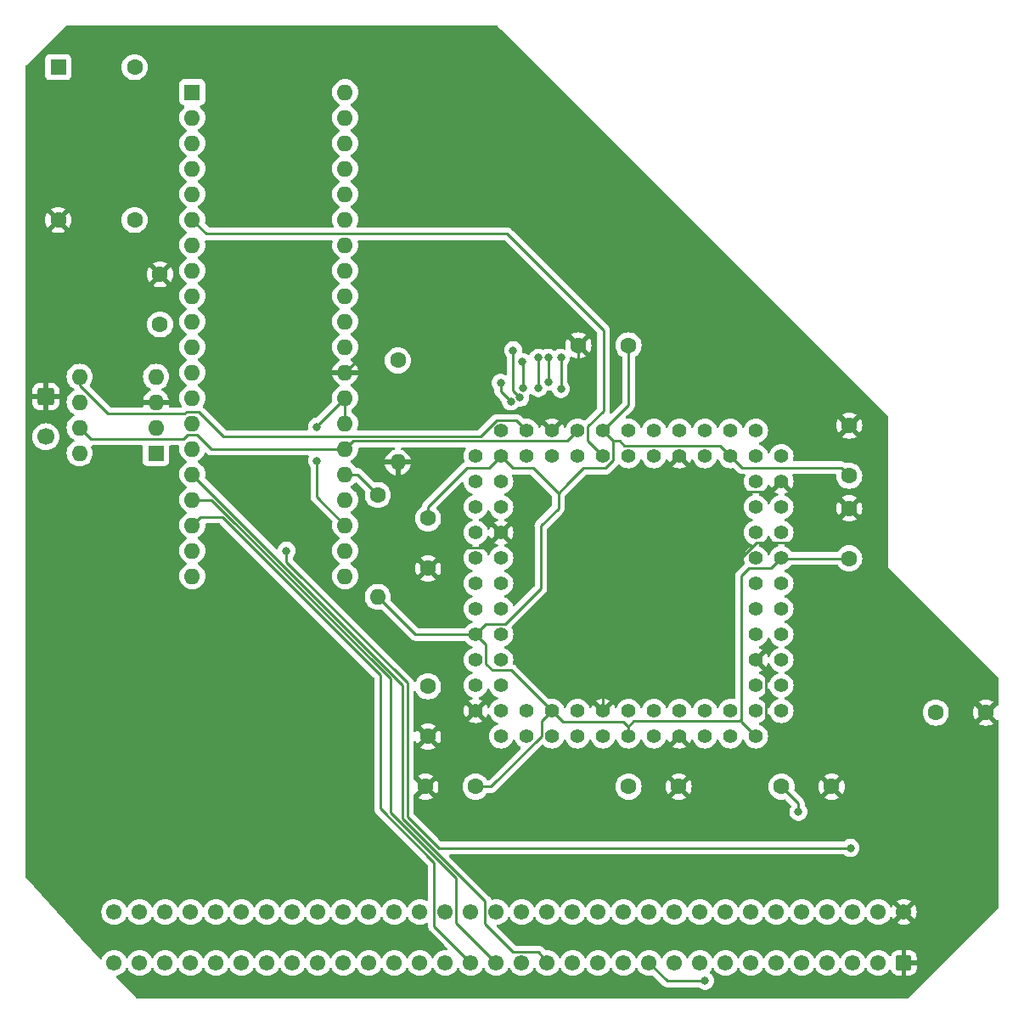
<source format=gbr>
%TF.GenerationSoftware,KiCad,Pcbnew,7.0.5*%
%TF.CreationDate,2024-02-10T13:24:14-07:00*%
%TF.ProjectId,z80_board,7a38305f-626f-4617-9264-2e6b69636164,rev?*%
%TF.SameCoordinates,Original*%
%TF.FileFunction,Copper,L2,Bot*%
%TF.FilePolarity,Positive*%
%FSLAX46Y46*%
G04 Gerber Fmt 4.6, Leading zero omitted, Abs format (unit mm)*
G04 Created by KiCad (PCBNEW 7.0.5) date 2024-02-10 13:24:14*
%MOMM*%
%LPD*%
G01*
G04 APERTURE LIST*
G04 Aperture macros list*
%AMRoundRect*
0 Rectangle with rounded corners*
0 $1 Rounding radius*
0 $2 $3 $4 $5 $6 $7 $8 $9 X,Y pos of 4 corners*
0 Add a 4 corners polygon primitive as box body*
4,1,4,$2,$3,$4,$5,$6,$7,$8,$9,$2,$3,0*
0 Add four circle primitives for the rounded corners*
1,1,$1+$1,$2,$3*
1,1,$1+$1,$4,$5*
1,1,$1+$1,$6,$7*
1,1,$1+$1,$8,$9*
0 Add four rect primitives between the rounded corners*
20,1,$1+$1,$2,$3,$4,$5,0*
20,1,$1+$1,$4,$5,$6,$7,0*
20,1,$1+$1,$6,$7,$8,$9,0*
20,1,$1+$1,$8,$9,$2,$3,0*%
G04 Aperture macros list end*
%TA.AperFunction,ComponentPad*%
%ADD10RoundRect,0.250000X-0.600000X0.600000X-0.600000X-0.600000X0.600000X-0.600000X0.600000X0.600000X0*%
%TD*%
%TA.AperFunction,ComponentPad*%
%ADD11C,1.700000*%
%TD*%
%TA.AperFunction,ComponentPad*%
%ADD12C,1.600000*%
%TD*%
%TA.AperFunction,ComponentPad*%
%ADD13R,1.600000X1.600000*%
%TD*%
%TA.AperFunction,ComponentPad*%
%ADD14O,1.600000X1.600000*%
%TD*%
%TA.AperFunction,ComponentPad*%
%ADD15C,1.422400*%
%TD*%
%TA.AperFunction,ComponentPad*%
%ADD16RoundRect,0.249999X0.525001X0.525001X-0.525001X0.525001X-0.525001X-0.525001X0.525001X-0.525001X0*%
%TD*%
%TA.AperFunction,ComponentPad*%
%ADD17C,1.550000*%
%TD*%
%TA.AperFunction,ViaPad*%
%ADD18C,0.800000*%
%TD*%
%TA.AperFunction,Conductor*%
%ADD19C,0.250000*%
%TD*%
G04 APERTURE END LIST*
D10*
%TO.P,SW1,1,1*%
%TO.N,GND*%
X82750000Y-100000000D03*
D11*
%TO.P,SW1,2,2*%
%TO.N,Net-(U4-~{MR})*%
X82750000Y-104000000D03*
%TD*%
D12*
%TO.P,C9,2*%
%TO.N,VCC*%
X94150000Y-92800000D03*
%TO.P,C9,1*%
%TO.N,GND*%
X94150000Y-87800000D03*
%TD*%
%TO.P,C10,1*%
%TO.N,GND*%
X176500000Y-131500000D03*
%TO.P,C10,2*%
%TO.N,VCC*%
X171500000Y-131500000D03*
%TD*%
D13*
%TO.P,U4,1,~{MR}*%
%TO.N,Net-(U4-~{MR})*%
X93750000Y-105642704D03*
D14*
%TO.P,U4,2,VCC*%
%TO.N,VCC*%
X93750000Y-103102704D03*
%TO.P,U4,3,GND*%
%TO.N,GND*%
X93750000Y-100562704D03*
%TO.P,U4,4,PFI*%
%TO.N,VCC*%
X93750000Y-98022704D03*
%TO.P,U4,5,~{PFO}*%
%TO.N,~{FIRQ}*%
X86130000Y-98022704D03*
%TO.P,U4,6,WDI*%
%TO.N,unconnected-(U4-WDI-Pad6)*%
X86130000Y-100562704D03*
%TO.P,U4,7,~{RES}*%
%TO.N,~{RES}*%
X86130000Y-103102704D03*
%TO.P,U4,8,~{WDO}*%
%TO.N,unconnected-(U4-~{WDO}-Pad8)*%
X86130000Y-105642704D03*
%TD*%
D12*
%TO.P,C3,1*%
%TO.N,VCC*%
X140867295Y-94882704D03*
%TO.P,C3,2*%
%TO.N,GND*%
X135867295Y-94882704D03*
%TD*%
D15*
%TO.P,U3,84,GOE1*%
%TO.N,unconnected-(U3-GOE1-Pad84)*%
X143407295Y-105932704D03*
%TO.P,U3,83,GLCK1*%
%TO.N,unconnected-(U3-GLCK1-Pad83)*%
X143407295Y-103392704D03*
%TO.P,U3,82,GND*%
%TO.N,GND*%
X145947295Y-105932704D03*
%TO.P,U3,81,A^{IN}0*%
%TO.N,ADDR^{MPU}0*%
X145947295Y-103392704D03*
%TO.P,U3,80,A^{IN}1*%
%TO.N,ADDR^{MPU}1*%
X148487295Y-105932704D03*
%TO.P,U3,79,A^{IN}2*%
%TO.N,ADDR^{MPU}2*%
X148487295Y-103392704D03*
%TO.P,U3,78,VCC^{IO}*%
%TO.N,VCC*%
X151027295Y-105932704D03*
%TO.P,U3,77,A^{IN}3*%
%TO.N,ADDR^{MPU}3*%
X151027295Y-103392704D03*
%TO.P,U3,76,A^{IN}4*%
%TO.N,ADDR^{MPU}4*%
X153567295Y-105932704D03*
%TO.P,U3,75,A^{IN}5*%
%TO.N,ADDR^{MPU}5*%
X153567295Y-103392704D03*
%TO.P,U3,74,A^{IN}6*%
%TO.N,ADDR^{MPU}6*%
X156107295Y-105932704D03*
%TO.P,U3,73,A^{IN}7*%
%TO.N,ADDR^{MPU}7*%
X153567295Y-108472704D03*
%TO.P,U3,72,GND*%
%TO.N,GND*%
X156107295Y-108472704D03*
%TO.P,U3,71,JTAG^{TDO}*%
%TO.N,unconnected-(U3-JTAG^{TDO}-Pad71)*%
X153567295Y-111012704D03*
%TO.P,U3,70,A^{IN}8*%
%TO.N,ADDR^{MPU}8*%
X156107295Y-111012704D03*
%TO.P,U3,69,A^{IN}9*%
%TO.N,ADDR^{MPU}9*%
X153567295Y-113552704D03*
%TO.P,U3,68,A^{IN}10*%
%TO.N,ADDR^{MPU}10*%
X156107295Y-113552704D03*
%TO.P,U3,67,A^{IN}11*%
%TO.N,ADDR^{MPU}11*%
X153567295Y-116092704D03*
%TO.P,U3,66,VCC^{IO}*%
%TO.N,VCC*%
X156107295Y-116092704D03*
%TO.P,U3,65,A^{IN}12*%
%TO.N,ADDR^{MPU}12*%
X153567295Y-118632704D03*
%TO.P,U3,64,A^{IN}13*%
%TO.N,ADDR^{MPU}13*%
X156107295Y-118632704D03*
%TO.P,U3,63,A^{IN}14*%
%TO.N,ADDR^{MPU}14*%
X153567295Y-121172704D03*
%TO.P,U3,62,JTAG^{TCK}*%
%TO.N,unconnected-(U3-JTAG^{TCK}-Pad62)*%
X156107295Y-121172704D03*
%TO.P,U3,61,A^{IN}15*%
%TO.N,ADDR^{MPU}15*%
X153567295Y-123712704D03*
%TO.P,U3,60,D0*%
%TO.N,DATA^{MPU}0*%
X156107295Y-123712704D03*
%TO.P,U3,59,GND*%
%TO.N,GND*%
X153567295Y-126252704D03*
%TO.P,U3,58,D1*%
%TO.N,DATA^{MPU}1*%
X156107295Y-126252704D03*
%TO.P,U3,57,D2*%
%TO.N,DATA^{MPU}2*%
X153567295Y-128792704D03*
%TO.P,U3,56,D3*%
%TO.N,DATA^{MPU}3*%
X156107295Y-128792704D03*
%TO.P,U3,55,D4*%
%TO.N,DATA^{MPU}4*%
X153567295Y-131332704D03*
%TO.P,U3,54,D5*%
%TO.N,DATA^{MPU}5*%
X156107295Y-131332704D03*
%TO.P,U3,53,VCC^{IO}*%
%TO.N,VCC*%
X153567295Y-133872704D03*
%TO.P,U3,52,D6*%
%TO.N,DATA^{MPU}6*%
X151027295Y-131332704D03*
%TO.P,U3,51,D7*%
%TO.N,DATA^{MPU}7*%
X151027295Y-133872704D03*
%TO.P,U3,50,A^{OUT}0*%
%TO.N,ADDR^{BUS}0*%
X148487295Y-131332704D03*
%TO.P,U3,49,A^{OUT}1*%
%TO.N,ADDR^{BUS}2*%
X148487295Y-133872704D03*
%TO.P,U3,48,A^{OUT}2*%
%TO.N,ADDR^{BUS}1*%
X145947295Y-131332704D03*
%TO.P,U3,47,GND*%
%TO.N,GND*%
X145947295Y-133872704D03*
%TO.P,U3,46,A^{OUT}3*%
%TO.N,ADDR^{BUS}3*%
X143407295Y-131332704D03*
%TO.P,U3,45,A^{OUT}4*%
%TO.N,ADDR^{BUS}4*%
X143407295Y-133872704D03*
%TO.P,U3,44,A^{OUT}5*%
%TO.N,ADDR^{BUS}5*%
X140867295Y-131332704D03*
%TO.P,U3,43,VCC^{INT}*%
%TO.N,VCC*%
X140867295Y-133872704D03*
%TO.P,U3,42,GND*%
%TO.N,GND*%
X138327295Y-131332704D03*
%TO.P,U3,41,A^{OUT}6*%
%TO.N,ADDR^{BUS}6*%
X138327295Y-133872704D03*
%TO.P,U3,40,A^{OUT}7*%
%TO.N,ADDR^{BUS}7*%
X135787295Y-131332704D03*
%TO.P,U3,39,A^{OUT}8*%
%TO.N,ADDR^{BUS}8*%
X135787295Y-133872704D03*
%TO.P,U3,38,VCC^{IO}*%
%TO.N,VCC*%
X133247295Y-131332704D03*
%TO.P,U3,37,A^{OUT}9*%
%TO.N,ADDR^{BUS}9*%
X133247295Y-133872704D03*
%TO.P,U3,36,A^{OUT}10*%
%TO.N,ADDR^{BUS}10*%
X130707295Y-131332704D03*
%TO.P,U3,35,A^{OUT}11*%
%TO.N,ADDR^{BUS}11*%
X130707295Y-133872704D03*
%TO.P,U3,34,A^{OUT}12*%
%TO.N,ADDR^{BUS}12*%
X128167295Y-131332704D03*
%TO.P,U3,33,A^{OUT}13*%
%TO.N,ADDR^{BUS}13*%
X128167295Y-133872704D03*
%TO.P,U3,32,GND*%
%TO.N,GND*%
X125627295Y-131332704D03*
%TO.P,U3,31,A^{OUT}14*%
%TO.N,ADDR^{BUS}14*%
X128167295Y-128792704D03*
%TO.P,U3,30,A^{OUT}15*%
%TO.N,ADDR^{BUS}15*%
X125627295Y-128792704D03*
%TO.P,U3,29,A^{OUT}16*%
%TO.N,ADDR^{BUS}16*%
X128167295Y-126252704D03*
%TO.P,U3,28,A^{OUT}17*%
%TO.N,ADDR^{BUS}17*%
X125627295Y-126252704D03*
%TO.P,U3,27,NC*%
%TO.N,unconnected-(U3-NC-Pad27)*%
X128167295Y-123712704D03*
%TO.P,U3,26,VCC^{IO}*%
%TO.N,VCC*%
X125627295Y-123712704D03*
%TO.P,U3,25,A^{OUT}18*%
%TO.N,ADDR^{BUS}18*%
X128167295Y-121172704D03*
%TO.P,U3,24,A^{OUT}19*%
%TO.N,ADDR^{BUS}19*%
X125627295Y-121172704D03*
%TO.P,U3,23,JTAG^{TMS}*%
%TO.N,unconnected-(U3-JTAG^{TMS}-Pad23)*%
X128167295Y-118632704D03*
%TO.P,U3,22,NC*%
%TO.N,unconnected-(U3-NC-Pad22)*%
X125627295Y-118632704D03*
%TO.P,U3,21,NC*%
%TO.N,unconnected-(U3-NC-Pad21)*%
X128167295Y-116092704D03*
%TO.P,U3,20,NC*%
%TO.N,unconnected-(U3-NC-Pad20)*%
X125627295Y-116092704D03*
%TO.P,U3,19,GND*%
%TO.N,GND*%
X128167295Y-113552704D03*
%TO.P,U3,18,NC*%
%TO.N,unconnected-(U3-NC-Pad18)*%
X125627295Y-113552704D03*
%TO.P,U3,17,NC*%
%TO.N,unconnected-(U3-NC-Pad17)*%
X128167295Y-111012704D03*
%TO.P,U3,16,~{MRQ}*%
%TO.N,~{MRQ}*%
X125627295Y-111012704D03*
%TO.P,U3,15,~{W}*%
%TO.N,~{W}*%
X128167295Y-108472704D03*
%TO.P,U3,14,JTAG^{TDI}*%
%TO.N,unconnected-(U3-JTAG^{TDI}-Pad14)*%
X125627295Y-108472704D03*
%TO.P,U3,13,VCC^{IO}*%
%TO.N,VCC*%
X128167295Y-105932704D03*
%TO.P,U3,12,~{R}*%
%TO.N,~{R}*%
X125627295Y-105932704D03*
%TO.P,U3,11,Q*%
%TO.N,unconnected-(U3-Q-Pad11)*%
X128167295Y-103392704D03*
%TO.P,U3,10,E*%
%TO.N,unconnected-(U3-E-Pad10)*%
X130707295Y-105932704D03*
%TO.P,U3,9,~{INT}^{mem}*%
%TO.N,~{FIRQ}*%
X130707295Y-103392704D03*
%TO.P,U3,8,IOSEL*%
%TO.N,IOSEL*%
X133247295Y-105932704D03*
%TO.P,U3,7,GND*%
%TO.N,GND*%
X133247295Y-103392704D03*
%TO.P,U3,6,R/~{W}*%
%TO.N,R{slash}~{W}*%
X135787295Y-105932704D03*
%TO.P,U3,5,~{RES}*%
%TO.N,~{RES}*%
X135787295Y-103392704D03*
%TO.P,U3,4,CLK*%
%TO.N,CLK^{E}*%
X138327295Y-105932704D03*
%TO.P,U3,3,VCC^{INT}*%
%TO.N,VCC*%
X138327295Y-103392704D03*
%TO.P,U3,2,GCLK2*%
%TO.N,unconnected-(U3-GCLK2-Pad2)*%
X140867295Y-105932704D03*
%TO.P,U3,1,GCLR1*%
%TO.N,unconnected-(U3-GCLR1-Pad1)*%
X140867295Y-103392704D03*
%TD*%
D12*
%TO.P,C1,1*%
%TO.N,VCC*%
X162867295Y-116132704D03*
%TO.P,C1,2*%
%TO.N,GND*%
X162867295Y-111132704D03*
%TD*%
D13*
%TO.P,U1,1,A11*%
%TO.N,ADDR^{MPU}11*%
X97367295Y-69642704D03*
D14*
%TO.P,U1,2,A12*%
%TO.N,ADDR^{MPU}12*%
X97367295Y-72182704D03*
%TO.P,U1,3,A13*%
%TO.N,ADDR^{MPU}13*%
X97367295Y-74722704D03*
%TO.P,U1,4,A14*%
%TO.N,ADDR^{MPU}14*%
X97367295Y-77262704D03*
%TO.P,U1,5,A15*%
%TO.N,ADDR^{MPU}15*%
X97367295Y-79802704D03*
%TO.P,U1,6,~{CLK}*%
%TO.N,CLK^{E}*%
X97367295Y-82342704D03*
%TO.P,U1,7,D4*%
%TO.N,DATA^{MPU}4*%
X97367295Y-84882704D03*
%TO.P,U1,8,D3*%
%TO.N,DATA^{MPU}3*%
X97367295Y-87422704D03*
%TO.P,U1,9,D5*%
%TO.N,DATA^{MPU}5*%
X97367295Y-89962704D03*
%TO.P,U1,10,D6*%
%TO.N,DATA^{MPU}6*%
X97367295Y-92502704D03*
%TO.P,U1,11,VCC*%
%TO.N,VCC*%
X97367295Y-95042704D03*
%TO.P,U1,12,D2*%
%TO.N,DATA^{MPU}2*%
X97367295Y-97582704D03*
%TO.P,U1,13,D7*%
%TO.N,DATA^{MPU}7*%
X97367295Y-100122704D03*
%TO.P,U1,14,D0*%
%TO.N,DATA^{MPU}0*%
X97367295Y-102662704D03*
%TO.P,U1,15,D1*%
%TO.N,DATA^{MPU}1*%
X97367295Y-105202704D03*
%TO.P,U1,16,~{INT}*%
%TO.N,~{IRQ}*%
X97367295Y-107742704D03*
%TO.P,U1,17,~{NMI}*%
%TO.N,~{NMI}*%
X97367295Y-110282704D03*
%TO.P,U1,18,~{HALT}*%
%TO.N,B^{AVAIL}*%
X97367295Y-112822704D03*
%TO.P,U1,19,~{MREQ}*%
%TO.N,~{MRQ}*%
X97367295Y-115362704D03*
%TO.P,U1,20,~{IORQ}*%
%TO.N,IOSEL*%
X97367295Y-117902704D03*
%TO.P,U1,21,~{RD}*%
%TO.N,~{R}*%
X112607295Y-117902704D03*
%TO.P,U1,22,~{WR}*%
%TO.N,~{W}*%
X112607295Y-115362704D03*
%TO.P,U1,23,~{BUSACK}*%
%TO.N,~{Pull-Down}*%
X112607295Y-112822704D03*
%TO.P,U1,24,~{WAIT}*%
%TO.N,~{Pull-Up}*%
X112607295Y-110282704D03*
%TO.P,U1,25,~{BUSRQ}*%
X112607295Y-107742704D03*
%TO.P,U1,26,~{RESET}*%
%TO.N,~{RES}*%
X112607295Y-105202704D03*
%TO.P,U1,27,~{M1}*%
%TO.N,~{Pull-Down}*%
X112607295Y-102662704D03*
%TO.P,U1,28,~{RFSH}*%
X112607295Y-100122704D03*
%TO.P,U1,29,GND*%
%TO.N,GND*%
X112607295Y-97582704D03*
%TO.P,U1,30,A0*%
%TO.N,ADDR^{MPU}0*%
X112607295Y-95042704D03*
%TO.P,U1,31,A1*%
%TO.N,ADDR^{MPU}1*%
X112607295Y-92502704D03*
%TO.P,U1,32,A2*%
%TO.N,ADDR^{MPU}2*%
X112607295Y-89962704D03*
%TO.P,U1,33,A3*%
%TO.N,ADDR^{MPU}3*%
X112607295Y-87422704D03*
%TO.P,U1,34,A4*%
%TO.N,ADDR^{MPU}4*%
X112607295Y-84882704D03*
%TO.P,U1,35,A5*%
%TO.N,ADDR^{MPU}5*%
X112607295Y-82342704D03*
%TO.P,U1,36,A6*%
%TO.N,ADDR^{MPU}6*%
X112607295Y-79802704D03*
%TO.P,U1,37,A7*%
%TO.N,ADDR^{MPU}7*%
X112607295Y-77262704D03*
%TO.P,U1,38,A8*%
%TO.N,ADDR^{MPU}8*%
X112607295Y-74722704D03*
%TO.P,U1,39,A9*%
%TO.N,ADDR^{MPU}9*%
X112607295Y-72182704D03*
%TO.P,U1,40,A10*%
%TO.N,ADDR^{MPU}10*%
X112607295Y-69642704D03*
%TD*%
D12*
%TO.P,C6,1*%
%TO.N,VCC*%
X140867295Y-138882704D03*
%TO.P,C6,2*%
%TO.N,GND*%
X145867295Y-138882704D03*
%TD*%
%TO.P,C2,1*%
%TO.N,VCC*%
X162867295Y-107882704D03*
%TO.P,C2,2*%
%TO.N,GND*%
X162867295Y-102882704D03*
%TD*%
D16*
%TO.P,J1,64,GND*%
%TO.N,GND*%
X168320000Y-156460000D03*
D17*
%TO.P,J1,63,D0*%
%TO.N,DATA^{BUS}0*%
X165780000Y-156460000D03*
%TO.P,J1,62,D1*%
%TO.N,DATA^{BUS}1*%
X163240000Y-156460000D03*
%TO.P,J1,61,D2*%
%TO.N,DATA^{BUS}2*%
X160700000Y-156460000D03*
%TO.P,J1,60,D3*%
%TO.N,DATA^{BUS}3*%
X158160000Y-156460000D03*
%TO.P,J1,59,D4*%
%TO.N,DATA^{BUS}4*%
X155620000Y-156460000D03*
%TO.P,J1,58,D5*%
%TO.N,DATA^{BUS}5*%
X153080000Y-156460000D03*
%TO.P,J1,57,D6*%
%TO.N,DATA^{BUS}6*%
X150540000Y-156460000D03*
%TO.P,J1,56,D7*%
%TO.N,DATA^{BUS}7*%
X148000000Y-156460000D03*
%TO.P,J1,55,IOSEL*%
%TO.N,IOSEL*%
X145460000Y-156460000D03*
%TO.P,J1,54,R/~{W}*%
%TO.N,R{slash}~{W}*%
X142920000Y-156460000D03*
%TO.P,J1,53,CLK^{MCU}*%
%TO.N,CLK^{E}*%
X140380000Y-156460000D03*
%TO.P,J1,52,~{HALT}*%
%TO.N,~{HALT}*%
X137840000Y-156460000D03*
%TO.P,J1,51,~{RESET}*%
%TO.N,~{RES}*%
X135300000Y-156460000D03*
%TO.P,J1,50,~{IRQ}*%
%TO.N,~{IRQ}*%
X132760000Y-156460000D03*
%TO.P,J1,49,~{FIRQ}*%
%TO.N,~{FIRQ}*%
X130220000Y-156460000D03*
%TO.P,J1,48,~{NMI}*%
%TO.N,~{NMI}*%
X127680000Y-156460000D03*
%TO.P,J1,47,B^{AVAIL}*%
%TO.N,B^{AVAIL}*%
X125140000Y-156460000D03*
%TO.P,J1,46,B^{STAT}*%
%TO.N,B^{STAT}*%
X122600000Y-156460000D03*
%TO.P,J1,45,CON^{RX}*%
%TO.N,unconnected-(J1-CON^{RX}-Pad45)*%
X120060000Y-156460000D03*
%TO.P,J1,44,CON^{TX}*%
%TO.N,unconnected-(J1-CON^{TX}-Pad44)*%
X117520000Y-156460000D03*
%TO.P,J1,43,SPI^{MOSI}*%
%TO.N,unconnected-(J1-SPI^{MOSI}-Pad43)*%
X114980000Y-156460000D03*
%TO.P,J1,42,SPI^{MISO}*%
%TO.N,unconnected-(J1-SPI^{MISO}-Pad42)*%
X112440000Y-156460000D03*
%TO.P,J1,41,SPI^{CLK}*%
%TO.N,unconnected-(J1-SPI^{CLK}-Pad41)*%
X109900000Y-156460000D03*
%TO.P,J1,40,SPI^{~{CS}A0}*%
%TO.N,unconnected-(J1-SPI^{~{CS}A0}-Pad40)*%
X107360000Y-156460000D03*
%TO.P,J1,39,SPI^{~{CS}A1}*%
%TO.N,unconnected-(J1-SPI^{~{CS}A1}-Pad39)*%
X104820000Y-156460000D03*
%TO.P,J1,38,SPI^{~{CS}A2}*%
%TO.N,unconnected-(J1-SPI^{~{CS}A2}-Pad38)*%
X102280000Y-156460000D03*
%TO.P,J1,37,i^{2}C^{SCL}*%
%TO.N,unconnected-(J1-i^{2}C^{SCL}-Pad37)*%
X99740000Y-156460000D03*
%TO.P,J1,36,i^{2}C^{SDA}*%
%TO.N,unconnected-(J1-i^{2}C^{SDA}-Pad36)*%
X97200000Y-156460000D03*
%TO.P,J1,35,~{MREQ}*%
%TO.N,~{MRQ}*%
X94660000Y-156460000D03*
%TO.P,J1,34,+12V*%
%TO.N,unconnected-(J1-+12V-Pad34)*%
X92120000Y-156460000D03*
%TO.P,J1,33,+5V*%
%TO.N,VCC*%
X89580000Y-156460000D03*
%TO.P,J1,32,+5V*%
X89580000Y-151380000D03*
%TO.P,J1,31,+12V*%
%TO.N,unconnected-(J1-+12V-Pad31)*%
X92120000Y-151380000D03*
%TO.P,J1,30*%
%TO.N,unconnected-(J1-Pad30)*%
X94660000Y-151380000D03*
%TO.P,J1,29*%
%TO.N,unconnected-(J1-Pad29)*%
X97200000Y-151380000D03*
%TO.P,J1,28*%
%TO.N,unconnected-(J1-Pad28)*%
X99740000Y-151380000D03*
%TO.P,J1,27*%
%TO.N,unconnected-(J1-Pad27)*%
X102280000Y-151380000D03*
%TO.P,J1,26*%
%TO.N,unconnected-(J1-Pad26)*%
X104820000Y-151380000D03*
%TO.P,J1,25*%
%TO.N,unconnected-(J1-Pad25)*%
X107360000Y-151380000D03*
%TO.P,J1,24*%
%TO.N,unconnected-(J1-Pad24)*%
X109900000Y-151380000D03*
%TO.P,J1,23*%
%TO.N,unconnected-(J1-Pad23)*%
X112440000Y-151380000D03*
%TO.P,J1,22*%
%TO.N,unconnected-(J1-Pad22)*%
X114980000Y-151380000D03*
%TO.P,J1,21,A19*%
%TO.N,ADDR^{BUS}19*%
X117520000Y-151380000D03*
%TO.P,J1,20,A18*%
%TO.N,ADDR^{BUS}18*%
X120060000Y-151380000D03*
%TO.P,J1,19,A17*%
%TO.N,ADDR^{BUS}17*%
X122600000Y-151380000D03*
%TO.P,J1,18,A16*%
%TO.N,ADDR^{BUS}16*%
X125140000Y-151380000D03*
%TO.P,J1,17,A15*%
%TO.N,ADDR^{BUS}15*%
X127680000Y-151380000D03*
%TO.P,J1,16,A14*%
%TO.N,ADDR^{BUS}14*%
X130220000Y-151380000D03*
%TO.P,J1,15,A13*%
%TO.N,ADDR^{BUS}13*%
X132760000Y-151380000D03*
%TO.P,J1,14,A12*%
%TO.N,ADDR^{BUS}12*%
X135300000Y-151380000D03*
%TO.P,J1,13,A11*%
%TO.N,ADDR^{BUS}11*%
X137840000Y-151380000D03*
%TO.P,J1,12,A10*%
%TO.N,ADDR^{BUS}10*%
X140380000Y-151380000D03*
%TO.P,J1,11,A9*%
%TO.N,ADDR^{BUS}9*%
X142920000Y-151380000D03*
%TO.P,J1,10,A8*%
%TO.N,ADDR^{BUS}8*%
X145460000Y-151380000D03*
%TO.P,J1,9,A7*%
%TO.N,ADDR^{BUS}7*%
X148000000Y-151380000D03*
%TO.P,J1,8,A6*%
%TO.N,ADDR^{BUS}6*%
X150540000Y-151380000D03*
%TO.P,J1,7,A5*%
%TO.N,ADDR^{BUS}5*%
X153080000Y-151380000D03*
%TO.P,J1,6,A4*%
%TO.N,ADDR^{BUS}4*%
X155620000Y-151380000D03*
%TO.P,J1,5,A3*%
%TO.N,ADDR^{BUS}3*%
X158160000Y-151380000D03*
%TO.P,J1,4,A2*%
%TO.N,ADDR^{BUS}2*%
X160700000Y-151380000D03*
%TO.P,J1,3,A1*%
%TO.N,ADDR^{BUS}1*%
X163240000Y-151380000D03*
%TO.P,J1,2,A0*%
%TO.N,ADDR^{BUS}0*%
X165780000Y-151380000D03*
%TO.P,J1,1,GND*%
%TO.N,GND*%
X168320000Y-151380000D03*
%TD*%
D12*
%TO.P,C8,1*%
%TO.N,VCC*%
X120867295Y-128882704D03*
%TO.P,C8,2*%
%TO.N,GND*%
X120867295Y-133882704D03*
%TD*%
D13*
%TO.P,X1,1,EN*%
%TO.N,unconnected-(X1-EN-Pad1)*%
X83997295Y-67142704D03*
D12*
%TO.P,X1,7,GND*%
%TO.N,GND*%
X83997295Y-82382704D03*
%TO.P,X1,8,OUT*%
%TO.N,CLK^{E}*%
X91617295Y-82382704D03*
%TO.P,X1,14,Vcc*%
%TO.N,VCC*%
X91617295Y-67142704D03*
%TD*%
%TO.P,R6,1*%
%TO.N,~{Pull-Down}*%
X117867295Y-96382704D03*
D14*
%TO.P,R6,2*%
%TO.N,GND*%
X117867295Y-106542704D03*
%TD*%
D12*
%TO.P,C7,1*%
%TO.N,VCC*%
X156117295Y-138882704D03*
%TO.P,C7,2*%
%TO.N,GND*%
X161117295Y-138882704D03*
%TD*%
%TO.P,C4,1*%
%TO.N,VCC*%
X120867295Y-112132704D03*
%TO.P,C4,2*%
%TO.N,GND*%
X120867295Y-117132704D03*
%TD*%
%TO.P,C5,1*%
%TO.N,VCC*%
X125617295Y-138882704D03*
%TO.P,C5,2*%
%TO.N,GND*%
X120617295Y-138882704D03*
%TD*%
%TO.P,R1,1*%
%TO.N,~{Pull-Up}*%
X115867295Y-109802704D03*
D14*
%TO.P,R1,2*%
%TO.N,VCC*%
X115867295Y-119962704D03*
%TD*%
D18*
%TO.N,~{Pull-Down}*%
X109800000Y-103000000D03*
X109800000Y-106400000D03*
%TO.N,GND*%
X120800000Y-101600000D03*
%TO.N,VCC*%
X157800000Y-141400000D03*
%TO.N,~{MRQ}*%
X106750000Y-115362704D03*
X163000000Y-145000000D03*
%TO.N,R{slash}~{W}*%
X148500000Y-158250000D03*
%TO.N,DATA^{MPU}4*%
X134117295Y-99231704D03*
X134117295Y-96132704D03*
%TO.N,DATA^{MPU}3*%
X132867295Y-96132704D03*
X132867295Y-98507204D03*
%TO.N,DATA^{MPU}5*%
X131867295Y-96132704D03*
X131867295Y-99132704D03*
%TO.N,DATA^{MPU}6*%
X129367295Y-95382704D03*
X130047976Y-100096730D03*
%TO.N,DATA^{MPU}2*%
X130355948Y-99145857D03*
X130269728Y-96546484D03*
%TO.N,DATA^{MPU}7*%
X128117295Y-98632704D03*
X129126495Y-100483871D03*
%TD*%
D19*
%TO.N,~{Pull-Down}*%
X109800000Y-102929999D02*
X112607295Y-100122704D01*
X109800000Y-103000000D02*
X109800000Y-102929999D01*
X109800000Y-110015409D02*
X109800000Y-106400000D01*
X112607295Y-112822704D02*
X109800000Y-110015409D01*
%TO.N,~{Pull-Up}*%
X112607295Y-107742704D02*
X113807295Y-107742704D01*
X113807295Y-107742704D02*
X115867295Y-109802704D01*
%TO.N,GND*%
X116782704Y-97582704D02*
X112607295Y-97582704D01*
X120800000Y-101600000D02*
X116782704Y-97582704D01*
%TO.N,VCC*%
X157800000Y-141400000D02*
X157800000Y-140565409D01*
X157800000Y-140565409D02*
X156117295Y-138882704D01*
%TO.N,CLK^{E}*%
X138367295Y-93367295D02*
X128757704Y-83757704D01*
X128757704Y-83757704D02*
X98782295Y-83757704D01*
X136823495Y-102963495D02*
X138367295Y-101419695D01*
X136823495Y-104428904D02*
X136823495Y-102963495D01*
X138367295Y-101419695D02*
X138367295Y-93367295D01*
X138327295Y-105932704D02*
X136823495Y-104428904D01*
X98782295Y-83757704D02*
X97367295Y-82342704D01*
%TO.N,GND*%
X135067296Y-94082705D02*
X135867295Y-94882704D01*
X116107294Y-94082705D02*
X135067296Y-94082705D01*
X112607295Y-97582704D02*
X116107294Y-94082705D01*
%TO.N,~{Pull-Down}*%
X112607295Y-102662704D02*
X112607295Y-100122704D01*
%TO.N,~{FIRQ}*%
X129671095Y-102356504D02*
X127738086Y-102356504D01*
X130707295Y-103392704D02*
X129671095Y-102356504D01*
X127738086Y-102356504D02*
X126115686Y-103978904D01*
X96622295Y-101687704D02*
X88952295Y-101687704D01*
X126115686Y-103978904D02*
X100463495Y-103978904D01*
X96772295Y-101537704D02*
X96622295Y-101687704D01*
X100463495Y-103978904D02*
X98022295Y-101537704D01*
X98022295Y-101537704D02*
X96772295Y-101537704D01*
X88952295Y-101687704D02*
X86130000Y-98865409D01*
X86130000Y-98865409D02*
X86130000Y-98022704D01*
%TO.N,~{RES}*%
X135787295Y-103392704D02*
X134751095Y-104428904D01*
X134751095Y-104428904D02*
X113381095Y-104428904D01*
X113381095Y-104428904D02*
X112607295Y-105202704D01*
X87255000Y-104227704D02*
X86130000Y-103102704D01*
X96901304Y-103787704D02*
X96461304Y-104227704D01*
X97833286Y-103787704D02*
X96901304Y-103787704D01*
X99248286Y-105202704D02*
X97833286Y-103787704D01*
X112607295Y-105202704D02*
X99248286Y-105202704D01*
X96461304Y-104227704D02*
X87255000Y-104227704D01*
%TO.N,B^{AVAIL}*%
X116117295Y-141090087D02*
X116117295Y-127769100D01*
X121500000Y-146472792D02*
X116117295Y-141090087D01*
X116117295Y-127769100D02*
X100348195Y-112000000D01*
X98189999Y-112000000D02*
X97367295Y-112822704D01*
X121500000Y-152820000D02*
X121500000Y-146472792D01*
X100348195Y-112000000D02*
X98189999Y-112000000D01*
X125140000Y-156460000D02*
X121500000Y-152820000D01*
%TO.N,~{NMI}*%
X117117295Y-141453691D02*
X123700000Y-148036396D01*
X117117295Y-128132704D02*
X117117295Y-141453691D01*
X123700000Y-148036396D02*
X123700000Y-152480000D01*
X99267295Y-110282704D02*
X117117295Y-128132704D01*
X97367295Y-110282704D02*
X99267295Y-110282704D01*
X123700000Y-152480000D02*
X127680000Y-156460000D01*
%TO.N,~{MRQ}*%
X121936396Y-145000000D02*
X163000000Y-145000000D01*
X118817295Y-128556308D02*
X118817295Y-141880899D01*
X106750000Y-115362704D02*
X106750000Y-116489013D01*
X118817295Y-141880899D02*
X121936396Y-145000000D01*
X106750000Y-116489013D02*
X118817295Y-128556308D01*
%TO.N,~{IRQ}*%
X118367295Y-142067295D02*
X118367295Y-128742704D01*
X129360000Y-155360000D02*
X126580000Y-152580000D01*
X131860000Y-155360000D02*
X129360000Y-155360000D01*
X126580000Y-150280000D02*
X118367295Y-142067295D01*
X132760000Y-156260000D02*
X131860000Y-155360000D01*
X118367295Y-128742704D02*
X97367295Y-107742704D01*
X132760000Y-156460000D02*
X132760000Y-156260000D01*
X126580000Y-152580000D02*
X126580000Y-150280000D01*
%TO.N,R{slash}~{W}*%
X144710000Y-158250000D02*
X142920000Y-156460000D01*
X148500000Y-158250000D02*
X144710000Y-158250000D01*
%TO.N,VCC*%
X132117295Y-119155713D02*
X132117295Y-112882704D01*
X152117295Y-132422704D02*
X153567295Y-133872704D01*
X132211095Y-133834313D02*
X132211095Y-132368904D01*
X128167295Y-105932704D02*
X129367295Y-107132704D01*
X120867295Y-112132704D02*
X120867295Y-111001334D01*
X162067296Y-107082705D02*
X152177296Y-107082705D01*
X126663495Y-122676504D02*
X128596504Y-122676504D01*
X125627295Y-123712704D02*
X126663495Y-122676504D01*
X140451886Y-104882704D02*
X149977295Y-104882704D01*
X139363495Y-106361913D02*
X139363495Y-104428904D01*
X162867295Y-107882704D02*
X162067296Y-107082705D01*
X140867295Y-132882704D02*
X140867295Y-133872704D01*
X131367295Y-107132704D02*
X133867295Y-109632704D01*
X162867295Y-116132704D02*
X156147295Y-116132704D01*
X125627295Y-123712704D02*
X119617295Y-123712704D01*
X139998086Y-104428904D02*
X140451886Y-104882704D01*
X134297295Y-132382704D02*
X140367295Y-132382704D01*
X152871095Y-117128904D02*
X152117295Y-117882704D01*
X133867295Y-111132704D02*
X133867295Y-109632704D01*
X152117295Y-132132704D02*
X152117295Y-132422704D01*
X132211095Y-132368904D02*
X133247295Y-131332704D01*
X149977295Y-104882704D02*
X151027295Y-105932704D01*
X127162704Y-138882704D02*
X132211095Y-133834313D01*
X140367295Y-132382704D02*
X140867295Y-132882704D01*
X152117295Y-117882704D02*
X152117295Y-132132704D01*
X156107295Y-116092704D02*
X155071095Y-117128904D01*
X128596504Y-122676504D02*
X132117295Y-119155713D01*
X119617295Y-123712704D02*
X115867295Y-119962704D01*
X151881095Y-132368904D02*
X141381095Y-132368904D01*
X139363495Y-104428904D02*
X138327295Y-103392704D01*
X152117295Y-132132704D02*
X151881095Y-132368904D01*
X129367295Y-107132704D02*
X131367295Y-107132704D01*
X126663495Y-126681913D02*
X126663495Y-124748904D01*
X127270486Y-127288904D02*
X126663495Y-126681913D01*
X156147295Y-116132704D02*
X156107295Y-116092704D01*
X124735925Y-107132704D02*
X126967295Y-107132704D01*
X125617295Y-138882704D02*
X127162704Y-138882704D01*
X126967295Y-107132704D02*
X128167295Y-105932704D01*
X133247295Y-131332704D02*
X129203495Y-127288904D01*
X140867295Y-94882704D02*
X140867295Y-100852704D01*
X126663495Y-124748904D02*
X125627295Y-123712704D01*
X141381095Y-132368904D02*
X140867295Y-132882704D01*
X138592704Y-107132704D02*
X139363495Y-106361913D01*
X132117295Y-112882704D02*
X133867295Y-111132704D01*
X155071095Y-117128904D02*
X152871095Y-117128904D01*
X120867295Y-111001334D02*
X124735925Y-107132704D01*
X129203495Y-127288904D02*
X127270486Y-127288904D01*
X152177296Y-107082705D02*
X151027295Y-105932704D01*
X133867295Y-109632704D02*
X134867295Y-108632704D01*
X136367295Y-107132704D02*
X138592704Y-107132704D01*
X139363495Y-104428904D02*
X139998086Y-104428904D01*
X134867295Y-108632704D02*
X136367295Y-107132704D01*
X140867295Y-100852704D02*
X138327295Y-103392704D01*
X133247295Y-131332704D02*
X134297295Y-132382704D01*
%TO.N,GND*%
X150617295Y-117577295D02*
X144672704Y-117577295D01*
X145947295Y-105932704D02*
X149523495Y-109508904D01*
X154603495Y-132368904D02*
X161117295Y-138882704D01*
X135867295Y-94882704D02*
X135867295Y-100772704D01*
X144672704Y-117577295D02*
X138327295Y-123922704D01*
X153605686Y-114588904D02*
X150617295Y-117577295D01*
X126663495Y-115056504D02*
X122943495Y-115056504D01*
X162867295Y-111132704D02*
X159411095Y-114588904D01*
X138327295Y-123922704D02*
X138327295Y-131332704D01*
X154603495Y-127288904D02*
X154603495Y-132368904D01*
X159411095Y-114588904D02*
X153605686Y-114588904D01*
X128167295Y-113552704D02*
X126663495Y-115056504D01*
X153567295Y-126252704D02*
X154603495Y-127288904D01*
X155071095Y-109508904D02*
X156107295Y-108472704D01*
X135867295Y-100772704D02*
X133247295Y-103392704D01*
X122943495Y-115056504D02*
X120867295Y-117132704D01*
X149523495Y-109508904D02*
X155071095Y-109508904D01*
%TO.N,DATA^{MPU}4*%
X134117295Y-99231704D02*
X134117295Y-96132704D01*
%TO.N,DATA^{MPU}3*%
X132867295Y-96132704D02*
X132867295Y-98507204D01*
%TO.N,DATA^{MPU}5*%
X131867295Y-99132704D02*
X131867295Y-96132704D01*
%TO.N,DATA^{MPU}6*%
X130047976Y-100096730D02*
X129367295Y-99416049D01*
X129367295Y-99416049D02*
X129367295Y-95382704D01*
%TO.N,DATA^{MPU}2*%
X130355948Y-96632704D02*
X130355948Y-99145857D01*
X130269728Y-96546484D02*
X130355948Y-96632704D01*
%TO.N,DATA^{MPU}7*%
X129126495Y-100483871D02*
X128117295Y-99474671D01*
X128117295Y-99474671D02*
X128117295Y-98632704D01*
%TD*%
%TA.AperFunction,Conductor*%
%TO.N,GND*%
G36*
X127765677Y-63019685D02*
G01*
X127786318Y-63036318D01*
X166713682Y-101963682D01*
X166747166Y-102025003D01*
X166750000Y-102051361D01*
X166750000Y-117000000D01*
X177713681Y-127963681D01*
X177747166Y-128025004D01*
X177750000Y-128051362D01*
X177750000Y-130654162D01*
X177730315Y-130721201D01*
X177677511Y-130766956D01*
X177615194Y-130777690D01*
X177579026Y-130774525D01*
X176897953Y-131455598D01*
X176885165Y-131374852D01*
X176827641Y-131261955D01*
X176738045Y-131172359D01*
X176625148Y-131114835D01*
X176544400Y-131102046D01*
X177225472Y-130420974D01*
X177225471Y-130420973D01*
X177152483Y-130369866D01*
X177152481Y-130369865D01*
X176946326Y-130273734D01*
X176946317Y-130273730D01*
X176726610Y-130214860D01*
X176726599Y-130214858D01*
X176500002Y-130195034D01*
X176499998Y-130195034D01*
X176273400Y-130214858D01*
X176273389Y-130214860D01*
X176053682Y-130273730D01*
X176053673Y-130273734D01*
X175847513Y-130369868D01*
X175774527Y-130420972D01*
X175774526Y-130420973D01*
X176455600Y-131102046D01*
X176374852Y-131114835D01*
X176261955Y-131172359D01*
X176172359Y-131261955D01*
X176114835Y-131374852D01*
X176102046Y-131455599D01*
X175420973Y-130774526D01*
X175420972Y-130774527D01*
X175369868Y-130847513D01*
X175273734Y-131053673D01*
X175273730Y-131053682D01*
X175214860Y-131273389D01*
X175214858Y-131273400D01*
X175195034Y-131499997D01*
X175195034Y-131500002D01*
X175214858Y-131726599D01*
X175214860Y-131726610D01*
X175273730Y-131946317D01*
X175273734Y-131946326D01*
X175369865Y-132152481D01*
X175369866Y-132152483D01*
X175420973Y-132225471D01*
X175420974Y-132225472D01*
X176102046Y-131544399D01*
X176114835Y-131625148D01*
X176172359Y-131738045D01*
X176261955Y-131827641D01*
X176374852Y-131885165D01*
X176455599Y-131897953D01*
X175774526Y-132579025D01*
X175774526Y-132579026D01*
X175847512Y-132630131D01*
X175847516Y-132630133D01*
X176053673Y-132726265D01*
X176053682Y-132726269D01*
X176273389Y-132785139D01*
X176273400Y-132785141D01*
X176499998Y-132804966D01*
X176500002Y-132804966D01*
X176726599Y-132785141D01*
X176726610Y-132785139D01*
X176946317Y-132726269D01*
X176946331Y-132726264D01*
X177152478Y-132630136D01*
X177225472Y-132579025D01*
X176544401Y-131897953D01*
X176625148Y-131885165D01*
X176738045Y-131827641D01*
X176827641Y-131738045D01*
X176885165Y-131625148D01*
X176897953Y-131544400D01*
X177579025Y-132225472D01*
X177615192Y-132222308D01*
X177683692Y-132236074D01*
X177733875Y-132284690D01*
X177750000Y-132345836D01*
X177750000Y-150948638D01*
X177730315Y-151015677D01*
X177713681Y-151036319D01*
X168786319Y-159963681D01*
X168724996Y-159997166D01*
X168698638Y-160000000D01*
X91804548Y-160000000D01*
X91737509Y-159980315D01*
X91713141Y-159959790D01*
X89826853Y-157902021D01*
X89796063Y-157839301D01*
X89804070Y-157769892D01*
X89848332Y-157715830D01*
X89886163Y-157698457D01*
X89994782Y-157669354D01*
X90017903Y-157663159D01*
X90017904Y-157663158D01*
X90017913Y-157663156D01*
X90220186Y-157568835D01*
X90403007Y-157440822D01*
X90560822Y-157283007D01*
X90688835Y-157100186D01*
X90737618Y-156995569D01*
X90783790Y-156943130D01*
X90850983Y-156923978D01*
X90917865Y-156944193D01*
X90962381Y-156995569D01*
X91011165Y-157100186D01*
X91139178Y-157283007D01*
X91296993Y-157440822D01*
X91479814Y-157568835D01*
X91682087Y-157663156D01*
X91897666Y-157720920D01*
X92075533Y-157736481D01*
X92119999Y-157740372D01*
X92120000Y-157740372D01*
X92120001Y-157740372D01*
X92157055Y-157737129D01*
X92342334Y-157720920D01*
X92557913Y-157663156D01*
X92760186Y-157568835D01*
X92943007Y-157440822D01*
X93100822Y-157283007D01*
X93228835Y-157100186D01*
X93277618Y-156995569D01*
X93323790Y-156943130D01*
X93390983Y-156923978D01*
X93457865Y-156944193D01*
X93502381Y-156995569D01*
X93551165Y-157100186D01*
X93679178Y-157283007D01*
X93836993Y-157440822D01*
X94019814Y-157568835D01*
X94222087Y-157663156D01*
X94437666Y-157720920D01*
X94615533Y-157736481D01*
X94659999Y-157740372D01*
X94660000Y-157740372D01*
X94660001Y-157740372D01*
X94697055Y-157737129D01*
X94882334Y-157720920D01*
X95097913Y-157663156D01*
X95300186Y-157568835D01*
X95483007Y-157440822D01*
X95640822Y-157283007D01*
X95768835Y-157100186D01*
X95817618Y-156995569D01*
X95863790Y-156943130D01*
X95930983Y-156923978D01*
X95997865Y-156944193D01*
X96042381Y-156995569D01*
X96091165Y-157100186D01*
X96219178Y-157283007D01*
X96376993Y-157440822D01*
X96559814Y-157568835D01*
X96762087Y-157663156D01*
X96977666Y-157720920D01*
X97155533Y-157736481D01*
X97199999Y-157740372D01*
X97200000Y-157740372D01*
X97200001Y-157740372D01*
X97237055Y-157737129D01*
X97422334Y-157720920D01*
X97637913Y-157663156D01*
X97840186Y-157568835D01*
X98023007Y-157440822D01*
X98180822Y-157283007D01*
X98308835Y-157100186D01*
X98357618Y-156995569D01*
X98403790Y-156943130D01*
X98470983Y-156923978D01*
X98537865Y-156944193D01*
X98582381Y-156995569D01*
X98631165Y-157100186D01*
X98759178Y-157283007D01*
X98916993Y-157440822D01*
X99099814Y-157568835D01*
X99302087Y-157663156D01*
X99517666Y-157720920D01*
X99695533Y-157736481D01*
X99739999Y-157740372D01*
X99740000Y-157740372D01*
X99740001Y-157740372D01*
X99777055Y-157737129D01*
X99962334Y-157720920D01*
X100177913Y-157663156D01*
X100380186Y-157568835D01*
X100563007Y-157440822D01*
X100720822Y-157283007D01*
X100848835Y-157100186D01*
X100897618Y-156995569D01*
X100943790Y-156943130D01*
X101010983Y-156923978D01*
X101077865Y-156944193D01*
X101122381Y-156995569D01*
X101171165Y-157100186D01*
X101299178Y-157283007D01*
X101456993Y-157440822D01*
X101639814Y-157568835D01*
X101842087Y-157663156D01*
X102057666Y-157720920D01*
X102235533Y-157736481D01*
X102279999Y-157740372D01*
X102280000Y-157740372D01*
X102280001Y-157740372D01*
X102317055Y-157737129D01*
X102502334Y-157720920D01*
X102717913Y-157663156D01*
X102920186Y-157568835D01*
X103103007Y-157440822D01*
X103260822Y-157283007D01*
X103388835Y-157100186D01*
X103437618Y-156995569D01*
X103483790Y-156943130D01*
X103550983Y-156923978D01*
X103617865Y-156944193D01*
X103662381Y-156995569D01*
X103711165Y-157100186D01*
X103839178Y-157283007D01*
X103996993Y-157440822D01*
X104179814Y-157568835D01*
X104382087Y-157663156D01*
X104597666Y-157720920D01*
X104775533Y-157736481D01*
X104819999Y-157740372D01*
X104820000Y-157740372D01*
X104820001Y-157740372D01*
X104857055Y-157737129D01*
X105042334Y-157720920D01*
X105257913Y-157663156D01*
X105460186Y-157568835D01*
X105643007Y-157440822D01*
X105800822Y-157283007D01*
X105928835Y-157100186D01*
X105977618Y-156995569D01*
X106023790Y-156943130D01*
X106090983Y-156923978D01*
X106157865Y-156944193D01*
X106202381Y-156995569D01*
X106251165Y-157100186D01*
X106379178Y-157283007D01*
X106536993Y-157440822D01*
X106719814Y-157568835D01*
X106922087Y-157663156D01*
X107137666Y-157720920D01*
X107315533Y-157736481D01*
X107359999Y-157740372D01*
X107360000Y-157740372D01*
X107360001Y-157740372D01*
X107397055Y-157737129D01*
X107582334Y-157720920D01*
X107797913Y-157663156D01*
X108000186Y-157568835D01*
X108183007Y-157440822D01*
X108340822Y-157283007D01*
X108468835Y-157100186D01*
X108517619Y-156995567D01*
X108563788Y-156943131D01*
X108630981Y-156923978D01*
X108697863Y-156944193D01*
X108742381Y-156995569D01*
X108791164Y-157100185D01*
X108814585Y-157133633D01*
X108919178Y-157283007D01*
X109076993Y-157440822D01*
X109259814Y-157568835D01*
X109462087Y-157663156D01*
X109677666Y-157720920D01*
X109855533Y-157736481D01*
X109899999Y-157740372D01*
X109900000Y-157740372D01*
X109900001Y-157740372D01*
X109937055Y-157737129D01*
X110122334Y-157720920D01*
X110337913Y-157663156D01*
X110540186Y-157568835D01*
X110723007Y-157440822D01*
X110880822Y-157283007D01*
X111008835Y-157100186D01*
X111057618Y-156995569D01*
X111103790Y-156943130D01*
X111170983Y-156923978D01*
X111237865Y-156944193D01*
X111282381Y-156995569D01*
X111331165Y-157100186D01*
X111459178Y-157283007D01*
X111616993Y-157440822D01*
X111799814Y-157568835D01*
X112002087Y-157663156D01*
X112217666Y-157720920D01*
X112395533Y-157736481D01*
X112439999Y-157740372D01*
X112440000Y-157740372D01*
X112440001Y-157740372D01*
X112477055Y-157737129D01*
X112662334Y-157720920D01*
X112877913Y-157663156D01*
X113080186Y-157568835D01*
X113263007Y-157440822D01*
X113420822Y-157283007D01*
X113548835Y-157100186D01*
X113597619Y-156995567D01*
X113643788Y-156943131D01*
X113710981Y-156923978D01*
X113777863Y-156944193D01*
X113822381Y-156995569D01*
X113871164Y-157100185D01*
X113894585Y-157133633D01*
X113999178Y-157283007D01*
X114156993Y-157440822D01*
X114339814Y-157568835D01*
X114542087Y-157663156D01*
X114757666Y-157720920D01*
X114935533Y-157736481D01*
X114979999Y-157740372D01*
X114980000Y-157740372D01*
X114980001Y-157740372D01*
X115017055Y-157737129D01*
X115202334Y-157720920D01*
X115417913Y-157663156D01*
X115620186Y-157568835D01*
X115803007Y-157440822D01*
X115960822Y-157283007D01*
X116088835Y-157100186D01*
X116137618Y-156995569D01*
X116183790Y-156943130D01*
X116250983Y-156923978D01*
X116317865Y-156944193D01*
X116362381Y-156995569D01*
X116411165Y-157100186D01*
X116539178Y-157283007D01*
X116696993Y-157440822D01*
X116879814Y-157568835D01*
X117082087Y-157663156D01*
X117297666Y-157720920D01*
X117475533Y-157736481D01*
X117519999Y-157740372D01*
X117520000Y-157740372D01*
X117520001Y-157740372D01*
X117557055Y-157737129D01*
X117742334Y-157720920D01*
X117957913Y-157663156D01*
X118160186Y-157568835D01*
X118343007Y-157440822D01*
X118500822Y-157283007D01*
X118628835Y-157100186D01*
X118677618Y-156995569D01*
X118723790Y-156943130D01*
X118790983Y-156923978D01*
X118857865Y-156944193D01*
X118902381Y-156995569D01*
X118951165Y-157100186D01*
X119079178Y-157283007D01*
X119236993Y-157440822D01*
X119419814Y-157568835D01*
X119622087Y-157663156D01*
X119837666Y-157720920D01*
X120015533Y-157736481D01*
X120059999Y-157740372D01*
X120060000Y-157740372D01*
X120060001Y-157740372D01*
X120097055Y-157737129D01*
X120282334Y-157720920D01*
X120497913Y-157663156D01*
X120700186Y-157568835D01*
X120883007Y-157440822D01*
X121040822Y-157283007D01*
X121168835Y-157100186D01*
X121217619Y-156995567D01*
X121263788Y-156943131D01*
X121330981Y-156923978D01*
X121397863Y-156944193D01*
X121442381Y-156995569D01*
X121491164Y-157100185D01*
X121514585Y-157133633D01*
X121619178Y-157283007D01*
X121776993Y-157440822D01*
X121959814Y-157568835D01*
X122162087Y-157663156D01*
X122377666Y-157720920D01*
X122555533Y-157736481D01*
X122599999Y-157740372D01*
X122600000Y-157740372D01*
X122600001Y-157740372D01*
X122637055Y-157737129D01*
X122822334Y-157720920D01*
X123037913Y-157663156D01*
X123240186Y-157568835D01*
X123423007Y-157440822D01*
X123580822Y-157283007D01*
X123708835Y-157100186D01*
X123757618Y-156995569D01*
X123803790Y-156943130D01*
X123870983Y-156923978D01*
X123937865Y-156944193D01*
X123982381Y-156995569D01*
X124031165Y-157100186D01*
X124159178Y-157283007D01*
X124316993Y-157440822D01*
X124499814Y-157568835D01*
X124702087Y-157663156D01*
X124917666Y-157720920D01*
X125095533Y-157736481D01*
X125139999Y-157740372D01*
X125140000Y-157740372D01*
X125140001Y-157740372D01*
X125177055Y-157737129D01*
X125362334Y-157720920D01*
X125577913Y-157663156D01*
X125780186Y-157568835D01*
X125963007Y-157440822D01*
X126120822Y-157283007D01*
X126248835Y-157100186D01*
X126297618Y-156995569D01*
X126343790Y-156943130D01*
X126410983Y-156923978D01*
X126477865Y-156944193D01*
X126522381Y-156995569D01*
X126571165Y-157100186D01*
X126699178Y-157283007D01*
X126856993Y-157440822D01*
X127039814Y-157568835D01*
X127242087Y-157663156D01*
X127457666Y-157720920D01*
X127635533Y-157736481D01*
X127679999Y-157740372D01*
X127680000Y-157740372D01*
X127680001Y-157740372D01*
X127717055Y-157737129D01*
X127902334Y-157720920D01*
X128117913Y-157663156D01*
X128320186Y-157568835D01*
X128503007Y-157440822D01*
X128660822Y-157283007D01*
X128788835Y-157100186D01*
X128837619Y-156995567D01*
X128883788Y-156943131D01*
X128950981Y-156923978D01*
X129017863Y-156944193D01*
X129062381Y-156995569D01*
X129111164Y-157100185D01*
X129134585Y-157133633D01*
X129239178Y-157283007D01*
X129396993Y-157440822D01*
X129579814Y-157568835D01*
X129782087Y-157663156D01*
X129997666Y-157720920D01*
X130175533Y-157736481D01*
X130219999Y-157740372D01*
X130220000Y-157740372D01*
X130220001Y-157740372D01*
X130257055Y-157737129D01*
X130442334Y-157720920D01*
X130657913Y-157663156D01*
X130860186Y-157568835D01*
X131043007Y-157440822D01*
X131200822Y-157283007D01*
X131328835Y-157100186D01*
X131377618Y-156995569D01*
X131423790Y-156943130D01*
X131490983Y-156923978D01*
X131557865Y-156944193D01*
X131602381Y-156995569D01*
X131651165Y-157100186D01*
X131779178Y-157283007D01*
X131936993Y-157440822D01*
X132119814Y-157568835D01*
X132322087Y-157663156D01*
X132537666Y-157720920D01*
X132715533Y-157736481D01*
X132759999Y-157740372D01*
X132760000Y-157740372D01*
X132760001Y-157740372D01*
X132797055Y-157737129D01*
X132982334Y-157720920D01*
X133197913Y-157663156D01*
X133400186Y-157568835D01*
X133583007Y-157440822D01*
X133740822Y-157283007D01*
X133868835Y-157100186D01*
X133917618Y-156995569D01*
X133963790Y-156943130D01*
X134030983Y-156923978D01*
X134097865Y-156944193D01*
X134142381Y-156995569D01*
X134191165Y-157100186D01*
X134319178Y-157283007D01*
X134476993Y-157440822D01*
X134659814Y-157568835D01*
X134862087Y-157663156D01*
X135077666Y-157720920D01*
X135255533Y-157736481D01*
X135299999Y-157740372D01*
X135300000Y-157740372D01*
X135300001Y-157740372D01*
X135337055Y-157737129D01*
X135522334Y-157720920D01*
X135737913Y-157663156D01*
X135940186Y-157568835D01*
X136123007Y-157440822D01*
X136280822Y-157283007D01*
X136408835Y-157100186D01*
X136457618Y-156995569D01*
X136503790Y-156943130D01*
X136570983Y-156923978D01*
X136637865Y-156944193D01*
X136682381Y-156995569D01*
X136731165Y-157100186D01*
X136859178Y-157283007D01*
X137016993Y-157440822D01*
X137199814Y-157568835D01*
X137402087Y-157663156D01*
X137617666Y-157720920D01*
X137795533Y-157736481D01*
X137839999Y-157740372D01*
X137840000Y-157740372D01*
X137840001Y-157740372D01*
X137877055Y-157737129D01*
X138062334Y-157720920D01*
X138277913Y-157663156D01*
X138480186Y-157568835D01*
X138663007Y-157440822D01*
X138820822Y-157283007D01*
X138948835Y-157100186D01*
X138997618Y-156995569D01*
X139043790Y-156943130D01*
X139110983Y-156923978D01*
X139177865Y-156944193D01*
X139222381Y-156995569D01*
X139271165Y-157100186D01*
X139399178Y-157283007D01*
X139556993Y-157440822D01*
X139739814Y-157568835D01*
X139942087Y-157663156D01*
X140157666Y-157720920D01*
X140335533Y-157736481D01*
X140379999Y-157740372D01*
X140380000Y-157740372D01*
X140380001Y-157740372D01*
X140417055Y-157737129D01*
X140602334Y-157720920D01*
X140817913Y-157663156D01*
X141020186Y-157568835D01*
X141203007Y-157440822D01*
X141360822Y-157283007D01*
X141488835Y-157100186D01*
X141537618Y-156995569D01*
X141583790Y-156943130D01*
X141650983Y-156923978D01*
X141717865Y-156944193D01*
X141762381Y-156995569D01*
X141811165Y-157100186D01*
X141939178Y-157283007D01*
X142096993Y-157440822D01*
X142279814Y-157568835D01*
X142482087Y-157663156D01*
X142697666Y-157720920D01*
X142875533Y-157736481D01*
X142919999Y-157740372D01*
X142920000Y-157740372D01*
X142920001Y-157740372D01*
X142957055Y-157737129D01*
X143142334Y-157720920D01*
X143194635Y-157706906D01*
X143264485Y-157708569D01*
X143314409Y-157739000D01*
X144209197Y-158633788D01*
X144219022Y-158646051D01*
X144219243Y-158645869D01*
X144224211Y-158651874D01*
X144273932Y-158698566D01*
X144275332Y-158699923D01*
X144295523Y-158720115D01*
X144295527Y-158720118D01*
X144295529Y-158720120D01*
X144301011Y-158724373D01*
X144305443Y-158728157D01*
X144339418Y-158760062D01*
X144356976Y-158769714D01*
X144373235Y-158780395D01*
X144389064Y-158792673D01*
X144431838Y-158811182D01*
X144437056Y-158813738D01*
X144477908Y-158836197D01*
X144497316Y-158841180D01*
X144515717Y-158847480D01*
X144534104Y-158855437D01*
X144577488Y-158862308D01*
X144580119Y-158862725D01*
X144585839Y-158863909D01*
X144630981Y-158875500D01*
X144651016Y-158875500D01*
X144670414Y-158877026D01*
X144690194Y-158880159D01*
X144690195Y-158880160D01*
X144690195Y-158880159D01*
X144690196Y-158880160D01*
X144736583Y-158875775D01*
X144742422Y-158875500D01*
X147796252Y-158875500D01*
X147863291Y-158895185D01*
X147888400Y-158916526D01*
X147894126Y-158922885D01*
X147894130Y-158922889D01*
X148047265Y-159034148D01*
X148047270Y-159034151D01*
X148220192Y-159111142D01*
X148220197Y-159111144D01*
X148405354Y-159150500D01*
X148405355Y-159150500D01*
X148594644Y-159150500D01*
X148594646Y-159150500D01*
X148779803Y-159111144D01*
X148952730Y-159034151D01*
X149105871Y-158922888D01*
X149232533Y-158782216D01*
X149327179Y-158618284D01*
X149385674Y-158438256D01*
X149405460Y-158250000D01*
X149385674Y-158061744D01*
X149327179Y-157881716D01*
X149232533Y-157717784D01*
X149105871Y-157577112D01*
X149094479Y-157568835D01*
X148980557Y-157486066D01*
X148937891Y-157430736D01*
X148931912Y-157361123D01*
X148964518Y-157299328D01*
X148965639Y-157298189D01*
X148980822Y-157283007D01*
X149108835Y-157100186D01*
X149157618Y-156995569D01*
X149203790Y-156943130D01*
X149270983Y-156923978D01*
X149337865Y-156944193D01*
X149382381Y-156995569D01*
X149431165Y-157100186D01*
X149559178Y-157283007D01*
X149716993Y-157440822D01*
X149899814Y-157568835D01*
X150102087Y-157663156D01*
X150317666Y-157720920D01*
X150495533Y-157736481D01*
X150539999Y-157740372D01*
X150540000Y-157740372D01*
X150540001Y-157740372D01*
X150577055Y-157737129D01*
X150762334Y-157720920D01*
X150977913Y-157663156D01*
X151180186Y-157568835D01*
X151363007Y-157440822D01*
X151520822Y-157283007D01*
X151648835Y-157100186D01*
X151697618Y-156995569D01*
X151743790Y-156943130D01*
X151810983Y-156923978D01*
X151877865Y-156944193D01*
X151922381Y-156995569D01*
X151971165Y-157100186D01*
X152099178Y-157283007D01*
X152256993Y-157440822D01*
X152439814Y-157568835D01*
X152642087Y-157663156D01*
X152857666Y-157720920D01*
X153035533Y-157736481D01*
X153079999Y-157740372D01*
X153080000Y-157740372D01*
X153080001Y-157740372D01*
X153117055Y-157737129D01*
X153302334Y-157720920D01*
X153517913Y-157663156D01*
X153720186Y-157568835D01*
X153903007Y-157440822D01*
X154060822Y-157283007D01*
X154188835Y-157100186D01*
X154237618Y-156995569D01*
X154283790Y-156943130D01*
X154350983Y-156923978D01*
X154417865Y-156944193D01*
X154462381Y-156995569D01*
X154511165Y-157100186D01*
X154639178Y-157283007D01*
X154796993Y-157440822D01*
X154979814Y-157568835D01*
X155182087Y-157663156D01*
X155397666Y-157720920D01*
X155575533Y-157736481D01*
X155619999Y-157740372D01*
X155620000Y-157740372D01*
X155620001Y-157740372D01*
X155657055Y-157737129D01*
X155842334Y-157720920D01*
X156057913Y-157663156D01*
X156260186Y-157568835D01*
X156443007Y-157440822D01*
X156600822Y-157283007D01*
X156728835Y-157100186D01*
X156777618Y-156995569D01*
X156823790Y-156943130D01*
X156890983Y-156923978D01*
X156957865Y-156944193D01*
X157002381Y-156995569D01*
X157051165Y-157100186D01*
X157179178Y-157283007D01*
X157336993Y-157440822D01*
X157519814Y-157568835D01*
X157722087Y-157663156D01*
X157937666Y-157720920D01*
X158115533Y-157736481D01*
X158159999Y-157740372D01*
X158160000Y-157740372D01*
X158160001Y-157740372D01*
X158197055Y-157737129D01*
X158382334Y-157720920D01*
X158597913Y-157663156D01*
X158800186Y-157568835D01*
X158983007Y-157440822D01*
X159140822Y-157283007D01*
X159268835Y-157100186D01*
X159317618Y-156995569D01*
X159363790Y-156943130D01*
X159430983Y-156923978D01*
X159497865Y-156944193D01*
X159542381Y-156995569D01*
X159591165Y-157100186D01*
X159719178Y-157283007D01*
X159876993Y-157440822D01*
X160059814Y-157568835D01*
X160262087Y-157663156D01*
X160477666Y-157720920D01*
X160655533Y-157736481D01*
X160699999Y-157740372D01*
X160700000Y-157740372D01*
X160700001Y-157740372D01*
X160737055Y-157737129D01*
X160922334Y-157720920D01*
X161137913Y-157663156D01*
X161340186Y-157568835D01*
X161523007Y-157440822D01*
X161680822Y-157283007D01*
X161808835Y-157100186D01*
X161857618Y-156995569D01*
X161903790Y-156943130D01*
X161970983Y-156923978D01*
X162037865Y-156944193D01*
X162082381Y-156995569D01*
X162131165Y-157100186D01*
X162259178Y-157283007D01*
X162416993Y-157440822D01*
X162599814Y-157568835D01*
X162802087Y-157663156D01*
X163017666Y-157720920D01*
X163195533Y-157736481D01*
X163239999Y-157740372D01*
X163240000Y-157740372D01*
X163240001Y-157740372D01*
X163277055Y-157737129D01*
X163462334Y-157720920D01*
X163677913Y-157663156D01*
X163880186Y-157568835D01*
X164063007Y-157440822D01*
X164220822Y-157283007D01*
X164348835Y-157100186D01*
X164397618Y-156995569D01*
X164443790Y-156943130D01*
X164510983Y-156923978D01*
X164577865Y-156944193D01*
X164622381Y-156995569D01*
X164671165Y-157100186D01*
X164799178Y-157283007D01*
X164956993Y-157440822D01*
X165139814Y-157568835D01*
X165342087Y-157663156D01*
X165557666Y-157720920D01*
X165735533Y-157736481D01*
X165779999Y-157740372D01*
X165780000Y-157740372D01*
X165780001Y-157740372D01*
X165817055Y-157737129D01*
X166002334Y-157720920D01*
X166217913Y-157663156D01*
X166420186Y-157568835D01*
X166603007Y-157440822D01*
X166760822Y-157283007D01*
X166851904Y-157152927D01*
X166906480Y-157109304D01*
X166975978Y-157102111D01*
X167038333Y-157133633D01*
X167071184Y-157185048D01*
X167110640Y-157304119D01*
X167110645Y-157304130D01*
X167202680Y-157453340D01*
X167202683Y-157453344D01*
X167326655Y-157577316D01*
X167326659Y-157577319D01*
X167475869Y-157669354D01*
X167475880Y-157669359D01*
X167642302Y-157724505D01*
X167745019Y-157734999D01*
X168069999Y-157734999D01*
X168070000Y-157734998D01*
X168070000Y-156895501D01*
X168177685Y-156944680D01*
X168284237Y-156960000D01*
X168355763Y-156960000D01*
X168462315Y-156944680D01*
X168569999Y-156895501D01*
X168569999Y-157734998D01*
X168570000Y-157734999D01*
X168894972Y-157734999D01*
X168894986Y-157734998D01*
X168997696Y-157724505D01*
X168997698Y-157724505D01*
X169164119Y-157669359D01*
X169164130Y-157669354D01*
X169313340Y-157577319D01*
X169313344Y-157577316D01*
X169437316Y-157453344D01*
X169437319Y-157453340D01*
X169529354Y-157304130D01*
X169529359Y-157304119D01*
X169584505Y-157137697D01*
X169594999Y-157034986D01*
X169595000Y-157034973D01*
X169595000Y-156710000D01*
X168753686Y-156710000D01*
X168779493Y-156669844D01*
X168820000Y-156531889D01*
X168820000Y-156388111D01*
X168779493Y-156250156D01*
X168753686Y-156210000D01*
X169594999Y-156210000D01*
X169594999Y-155885028D01*
X169594998Y-155885013D01*
X169584505Y-155782303D01*
X169584505Y-155782301D01*
X169529359Y-155615880D01*
X169529354Y-155615869D01*
X169437319Y-155466659D01*
X169437316Y-155466655D01*
X169313344Y-155342683D01*
X169313340Y-155342680D01*
X169164130Y-155250645D01*
X169164119Y-155250640D01*
X168997697Y-155195494D01*
X168894986Y-155185000D01*
X168569999Y-155185000D01*
X168569998Y-156024498D01*
X168462315Y-155975320D01*
X168355763Y-155960000D01*
X168284237Y-155960000D01*
X168177685Y-155975320D01*
X168070000Y-156024498D01*
X168070000Y-155185000D01*
X167745028Y-155185000D01*
X167745012Y-155185001D01*
X167642303Y-155195494D01*
X167642301Y-155195494D01*
X167475880Y-155250640D01*
X167475869Y-155250645D01*
X167326659Y-155342680D01*
X167326655Y-155342683D01*
X167202683Y-155466655D01*
X167202680Y-155466659D01*
X167110645Y-155615869D01*
X167110640Y-155615880D01*
X167071184Y-155734951D01*
X167031411Y-155792396D01*
X166966895Y-155819219D01*
X166898119Y-155806904D01*
X166851905Y-155767072D01*
X166760822Y-155636993D01*
X166603007Y-155479178D01*
X166420186Y-155351165D01*
X166217913Y-155256844D01*
X166217909Y-155256843D01*
X166217905Y-155256841D01*
X166002339Y-155199081D01*
X166002329Y-155199079D01*
X165780001Y-155179628D01*
X165779999Y-155179628D01*
X165557670Y-155199079D01*
X165557660Y-155199081D01*
X165342094Y-155256841D01*
X165342087Y-155256843D01*
X165342087Y-155256844D01*
X165139814Y-155351165D01*
X164956993Y-155479178D01*
X164956991Y-155479179D01*
X164956988Y-155479182D01*
X164799182Y-155636988D01*
X164671164Y-155819814D01*
X164622382Y-155924430D01*
X164576210Y-155976869D01*
X164509016Y-155996021D01*
X164442135Y-155975805D01*
X164397618Y-155924430D01*
X164348835Y-155819814D01*
X164339795Y-155806904D01*
X164220822Y-155636993D01*
X164063007Y-155479178D01*
X163880186Y-155351165D01*
X163677913Y-155256844D01*
X163677909Y-155256843D01*
X163677905Y-155256841D01*
X163462339Y-155199081D01*
X163462329Y-155199079D01*
X163240001Y-155179628D01*
X163239999Y-155179628D01*
X163017670Y-155199079D01*
X163017660Y-155199081D01*
X162802094Y-155256841D01*
X162802087Y-155256843D01*
X162802087Y-155256844D01*
X162599814Y-155351165D01*
X162416993Y-155479178D01*
X162416991Y-155479179D01*
X162416988Y-155479182D01*
X162259182Y-155636988D01*
X162131164Y-155819814D01*
X162082382Y-155924430D01*
X162036210Y-155976869D01*
X161969016Y-155996021D01*
X161902135Y-155975805D01*
X161857618Y-155924430D01*
X161808835Y-155819814D01*
X161799795Y-155806904D01*
X161680822Y-155636993D01*
X161523007Y-155479178D01*
X161340186Y-155351165D01*
X161137913Y-155256844D01*
X161137909Y-155256843D01*
X161137905Y-155256841D01*
X160922339Y-155199081D01*
X160922329Y-155199079D01*
X160700001Y-155179628D01*
X160699999Y-155179628D01*
X160477670Y-155199079D01*
X160477660Y-155199081D01*
X160262094Y-155256841D01*
X160262087Y-155256843D01*
X160262087Y-155256844D01*
X160059814Y-155351165D01*
X159876993Y-155479178D01*
X159876991Y-155479179D01*
X159876988Y-155479182D01*
X159719182Y-155636988D01*
X159591166Y-155819812D01*
X159542381Y-155924431D01*
X159496208Y-155976870D01*
X159429014Y-155996021D01*
X159362133Y-155975805D01*
X159317618Y-155924431D01*
X159268835Y-155819814D01*
X159140822Y-155636993D01*
X158983007Y-155479178D01*
X158800186Y-155351165D01*
X158597913Y-155256844D01*
X158597909Y-155256843D01*
X158597905Y-155256841D01*
X158382339Y-155199081D01*
X158382329Y-155199079D01*
X158160001Y-155179628D01*
X158159999Y-155179628D01*
X157937670Y-155199079D01*
X157937660Y-155199081D01*
X157722094Y-155256841D01*
X157722087Y-155256843D01*
X157722087Y-155256844D01*
X157519814Y-155351165D01*
X157336993Y-155479178D01*
X157336991Y-155479179D01*
X157336988Y-155479182D01*
X157179182Y-155636988D01*
X157051164Y-155819814D01*
X157002382Y-155924430D01*
X156956210Y-155976869D01*
X156889016Y-155996021D01*
X156822135Y-155975805D01*
X156777618Y-155924430D01*
X156728835Y-155819814D01*
X156719795Y-155806904D01*
X156600822Y-155636993D01*
X156443007Y-155479178D01*
X156260186Y-155351165D01*
X156057913Y-155256844D01*
X156057909Y-155256843D01*
X156057905Y-155256841D01*
X155842339Y-155199081D01*
X155842329Y-155199079D01*
X155620001Y-155179628D01*
X155619999Y-155179628D01*
X155397670Y-155199079D01*
X155397660Y-155199081D01*
X155182094Y-155256841D01*
X155182087Y-155256843D01*
X155182087Y-155256844D01*
X154979814Y-155351165D01*
X154796993Y-155479178D01*
X154796991Y-155479179D01*
X154796988Y-155479182D01*
X154639182Y-155636988D01*
X154511164Y-155819814D01*
X154462382Y-155924430D01*
X154416210Y-155976869D01*
X154349016Y-155996021D01*
X154282135Y-155975805D01*
X154237618Y-155924430D01*
X154188835Y-155819814D01*
X154179795Y-155806904D01*
X154060822Y-155636993D01*
X153903007Y-155479178D01*
X153720186Y-155351165D01*
X153517913Y-155256844D01*
X153517909Y-155256843D01*
X153517905Y-155256841D01*
X153302339Y-155199081D01*
X153302329Y-155199079D01*
X153080001Y-155179628D01*
X153079999Y-155179628D01*
X152857670Y-155199079D01*
X152857660Y-155199081D01*
X152642094Y-155256841D01*
X152642087Y-155256843D01*
X152642087Y-155256844D01*
X152439814Y-155351165D01*
X152256993Y-155479178D01*
X152256991Y-155479179D01*
X152256988Y-155479182D01*
X152099182Y-155636988D01*
X151971164Y-155819814D01*
X151922382Y-155924430D01*
X151876210Y-155976869D01*
X151809016Y-155996021D01*
X151742135Y-155975805D01*
X151697618Y-155924430D01*
X151648835Y-155819814D01*
X151639795Y-155806904D01*
X151520822Y-155636993D01*
X151363007Y-155479178D01*
X151180186Y-155351165D01*
X150977913Y-155256844D01*
X150977909Y-155256843D01*
X150977905Y-155256841D01*
X150762339Y-155199081D01*
X150762329Y-155199079D01*
X150540001Y-155179628D01*
X150539999Y-155179628D01*
X150317670Y-155199079D01*
X150317660Y-155199081D01*
X150102094Y-155256841D01*
X150102087Y-155256843D01*
X150102087Y-155256844D01*
X149899814Y-155351165D01*
X149716993Y-155479178D01*
X149716991Y-155479179D01*
X149716988Y-155479182D01*
X149559182Y-155636988D01*
X149431164Y-155819814D01*
X149382382Y-155924430D01*
X149336210Y-155976869D01*
X149269016Y-155996021D01*
X149202135Y-155975805D01*
X149157618Y-155924430D01*
X149108835Y-155819814D01*
X149099795Y-155806904D01*
X148980822Y-155636993D01*
X148823007Y-155479178D01*
X148640186Y-155351165D01*
X148437913Y-155256844D01*
X148437909Y-155256843D01*
X148437905Y-155256841D01*
X148222339Y-155199081D01*
X148222329Y-155199079D01*
X148000001Y-155179628D01*
X147999999Y-155179628D01*
X147777670Y-155199079D01*
X147777660Y-155199081D01*
X147562094Y-155256841D01*
X147562087Y-155256843D01*
X147562087Y-155256844D01*
X147359814Y-155351165D01*
X147176993Y-155479178D01*
X147176991Y-155479179D01*
X147176988Y-155479182D01*
X147019182Y-155636988D01*
X146891164Y-155819814D01*
X146842382Y-155924430D01*
X146796210Y-155976869D01*
X146729016Y-155996021D01*
X146662135Y-155975805D01*
X146617618Y-155924430D01*
X146568835Y-155819814D01*
X146559795Y-155806904D01*
X146440822Y-155636993D01*
X146283007Y-155479178D01*
X146100186Y-155351165D01*
X145897913Y-155256844D01*
X145897909Y-155256843D01*
X145897905Y-155256841D01*
X145682339Y-155199081D01*
X145682329Y-155199079D01*
X145460001Y-155179628D01*
X145459999Y-155179628D01*
X145237670Y-155199079D01*
X145237660Y-155199081D01*
X145022094Y-155256841D01*
X145022087Y-155256843D01*
X145022087Y-155256844D01*
X144819814Y-155351165D01*
X144636993Y-155479178D01*
X144636991Y-155479179D01*
X144636988Y-155479182D01*
X144479182Y-155636988D01*
X144351164Y-155819814D01*
X144302382Y-155924430D01*
X144256210Y-155976869D01*
X144189016Y-155996021D01*
X144122135Y-155975805D01*
X144077618Y-155924430D01*
X144028835Y-155819814D01*
X144019795Y-155806904D01*
X143900822Y-155636993D01*
X143743007Y-155479178D01*
X143560186Y-155351165D01*
X143357913Y-155256844D01*
X143357909Y-155256843D01*
X143357905Y-155256841D01*
X143142339Y-155199081D01*
X143142329Y-155199079D01*
X142920001Y-155179628D01*
X142919999Y-155179628D01*
X142697670Y-155199079D01*
X142697660Y-155199081D01*
X142482094Y-155256841D01*
X142482087Y-155256843D01*
X142482087Y-155256844D01*
X142279814Y-155351165D01*
X142096993Y-155479178D01*
X142096991Y-155479179D01*
X142096988Y-155479182D01*
X141939182Y-155636988D01*
X141811164Y-155819814D01*
X141762382Y-155924430D01*
X141716210Y-155976869D01*
X141649016Y-155996021D01*
X141582135Y-155975805D01*
X141537618Y-155924430D01*
X141488835Y-155819814D01*
X141479795Y-155806904D01*
X141360822Y-155636993D01*
X141203007Y-155479178D01*
X141020186Y-155351165D01*
X140817913Y-155256844D01*
X140817909Y-155256843D01*
X140817905Y-155256841D01*
X140602339Y-155199081D01*
X140602329Y-155199079D01*
X140380001Y-155179628D01*
X140379999Y-155179628D01*
X140157670Y-155199079D01*
X140157660Y-155199081D01*
X139942094Y-155256841D01*
X139942087Y-155256843D01*
X139942087Y-155256844D01*
X139739814Y-155351165D01*
X139556993Y-155479178D01*
X139556991Y-155479179D01*
X139556988Y-155479182D01*
X139399182Y-155636988D01*
X139271164Y-155819814D01*
X139222382Y-155924430D01*
X139176210Y-155976869D01*
X139109016Y-155996021D01*
X139042135Y-155975805D01*
X138997618Y-155924430D01*
X138948835Y-155819814D01*
X138939795Y-155806904D01*
X138820822Y-155636993D01*
X138663007Y-155479178D01*
X138480186Y-155351165D01*
X138277913Y-155256844D01*
X138277909Y-155256843D01*
X138277905Y-155256841D01*
X138062339Y-155199081D01*
X138062329Y-155199079D01*
X137840001Y-155179628D01*
X137839999Y-155179628D01*
X137617670Y-155199079D01*
X137617660Y-155199081D01*
X137402094Y-155256841D01*
X137402087Y-155256843D01*
X137402087Y-155256844D01*
X137199814Y-155351165D01*
X137016993Y-155479178D01*
X137016991Y-155479179D01*
X137016988Y-155479182D01*
X136859182Y-155636988D01*
X136731164Y-155819814D01*
X136682382Y-155924430D01*
X136636210Y-155976869D01*
X136569016Y-155996021D01*
X136502135Y-155975805D01*
X136457618Y-155924430D01*
X136408835Y-155819814D01*
X136399795Y-155806904D01*
X136280822Y-155636993D01*
X136123007Y-155479178D01*
X135940186Y-155351165D01*
X135737913Y-155256844D01*
X135737909Y-155256843D01*
X135737905Y-155256841D01*
X135522339Y-155199081D01*
X135522329Y-155199079D01*
X135300001Y-155179628D01*
X135299999Y-155179628D01*
X135077670Y-155199079D01*
X135077660Y-155199081D01*
X134862094Y-155256841D01*
X134862087Y-155256843D01*
X134862087Y-155256844D01*
X134659814Y-155351165D01*
X134476993Y-155479178D01*
X134476991Y-155479179D01*
X134476988Y-155479182D01*
X134319182Y-155636988D01*
X134191164Y-155819814D01*
X134142382Y-155924430D01*
X134096210Y-155976869D01*
X134029016Y-155996021D01*
X133962135Y-155975805D01*
X133917618Y-155924430D01*
X133868835Y-155819814D01*
X133859795Y-155806904D01*
X133740822Y-155636993D01*
X133583007Y-155479178D01*
X133400186Y-155351165D01*
X133197913Y-155256844D01*
X133197909Y-155256843D01*
X133197905Y-155256841D01*
X132982339Y-155199081D01*
X132982329Y-155199079D01*
X132760001Y-155179628D01*
X132759997Y-155179628D01*
X132637569Y-155190338D01*
X132569069Y-155176571D01*
X132539082Y-155154491D01*
X132360803Y-154976212D01*
X132350980Y-154963950D01*
X132350759Y-154964134D01*
X132345786Y-154958122D01*
X132296066Y-154911432D01*
X132294666Y-154910075D01*
X132274476Y-154889884D01*
X132268986Y-154885625D01*
X132264561Y-154881847D01*
X132230582Y-154849938D01*
X132230580Y-154849936D01*
X132230577Y-154849935D01*
X132213029Y-154840288D01*
X132196763Y-154829604D01*
X132180933Y-154817325D01*
X132138168Y-154798818D01*
X132132922Y-154796248D01*
X132092093Y-154773803D01*
X132092092Y-154773802D01*
X132072693Y-154768822D01*
X132054281Y-154762518D01*
X132035898Y-154754562D01*
X132035892Y-154754560D01*
X131989874Y-154747272D01*
X131984152Y-154746087D01*
X131939021Y-154734500D01*
X131939019Y-154734500D01*
X131918984Y-154734500D01*
X131899586Y-154732973D01*
X131892162Y-154731797D01*
X131879805Y-154729840D01*
X131879804Y-154729840D01*
X131833416Y-154734225D01*
X131827578Y-154734500D01*
X129670452Y-154734500D01*
X129603413Y-154714815D01*
X129582771Y-154698181D01*
X127743859Y-152859268D01*
X127710374Y-152797945D01*
X127715358Y-152728253D01*
X127757230Y-152672320D01*
X127820732Y-152648059D01*
X127902334Y-152640920D01*
X128117913Y-152583156D01*
X128320186Y-152488835D01*
X128503007Y-152360822D01*
X128660822Y-152203007D01*
X128788835Y-152020186D01*
X128837619Y-151915567D01*
X128883788Y-151863131D01*
X128950981Y-151843978D01*
X129017863Y-151864193D01*
X129062381Y-151915569D01*
X129111164Y-152020185D01*
X129111165Y-152020186D01*
X129239178Y-152203007D01*
X129396993Y-152360822D01*
X129579814Y-152488835D01*
X129782087Y-152583156D01*
X129997666Y-152640920D01*
X130146609Y-152653951D01*
X130219999Y-152660372D01*
X130220000Y-152660372D01*
X130220001Y-152660372D01*
X130257055Y-152657129D01*
X130442334Y-152640920D01*
X130657913Y-152583156D01*
X130860186Y-152488835D01*
X131043007Y-152360822D01*
X131200822Y-152203007D01*
X131328835Y-152020186D01*
X131377618Y-151915569D01*
X131423790Y-151863130D01*
X131490983Y-151843978D01*
X131557865Y-151864193D01*
X131602381Y-151915569D01*
X131651165Y-152020186D01*
X131779178Y-152203007D01*
X131936993Y-152360822D01*
X132119814Y-152488835D01*
X132322087Y-152583156D01*
X132537666Y-152640920D01*
X132686609Y-152653951D01*
X132759999Y-152660372D01*
X132760000Y-152660372D01*
X132760001Y-152660372D01*
X132797055Y-152657129D01*
X132982334Y-152640920D01*
X133197913Y-152583156D01*
X133400186Y-152488835D01*
X133583007Y-152360822D01*
X133740822Y-152203007D01*
X133868835Y-152020186D01*
X133917619Y-151915567D01*
X133963788Y-151863131D01*
X134030981Y-151843978D01*
X134097863Y-151864193D01*
X134142381Y-151915569D01*
X134191164Y-152020185D01*
X134191165Y-152020186D01*
X134319178Y-152203007D01*
X134476993Y-152360822D01*
X134659814Y-152488835D01*
X134862087Y-152583156D01*
X135077666Y-152640920D01*
X135226609Y-152653951D01*
X135299999Y-152660372D01*
X135300000Y-152660372D01*
X135300001Y-152660372D01*
X135337055Y-152657129D01*
X135522334Y-152640920D01*
X135737913Y-152583156D01*
X135940186Y-152488835D01*
X136123007Y-152360822D01*
X136280822Y-152203007D01*
X136408835Y-152020186D01*
X136457618Y-151915569D01*
X136503790Y-151863130D01*
X136570983Y-151843978D01*
X136637865Y-151864193D01*
X136682381Y-151915569D01*
X136731165Y-152020186D01*
X136859178Y-152203007D01*
X137016993Y-152360822D01*
X137199814Y-152488835D01*
X137402087Y-152583156D01*
X137617666Y-152640920D01*
X137766609Y-152653951D01*
X137839999Y-152660372D01*
X137840000Y-152660372D01*
X137840001Y-152660372D01*
X137877055Y-152657129D01*
X138062334Y-152640920D01*
X138277913Y-152583156D01*
X138480186Y-152488835D01*
X138663007Y-152360822D01*
X138820822Y-152203007D01*
X138948835Y-152020186D01*
X138997618Y-151915569D01*
X139043790Y-151863130D01*
X139110983Y-151843978D01*
X139177865Y-151864193D01*
X139222381Y-151915569D01*
X139271165Y-152020186D01*
X139399178Y-152203007D01*
X139556993Y-152360822D01*
X139739814Y-152488835D01*
X139942087Y-152583156D01*
X140157666Y-152640920D01*
X140306609Y-152653951D01*
X140379999Y-152660372D01*
X140380000Y-152660372D01*
X140380001Y-152660372D01*
X140417055Y-152657129D01*
X140602334Y-152640920D01*
X140817913Y-152583156D01*
X141020186Y-152488835D01*
X141203007Y-152360822D01*
X141360822Y-152203007D01*
X141488835Y-152020186D01*
X141537618Y-151915569D01*
X141583790Y-151863130D01*
X141650983Y-151843978D01*
X141717865Y-151864193D01*
X141762381Y-151915569D01*
X141811165Y-152020186D01*
X141939178Y-152203007D01*
X142096993Y-152360822D01*
X142279814Y-152488835D01*
X142482087Y-152583156D01*
X142697666Y-152640920D01*
X142846609Y-152653951D01*
X142919999Y-152660372D01*
X142920000Y-152660372D01*
X142920001Y-152660372D01*
X142957055Y-152657129D01*
X143142334Y-152640920D01*
X143357913Y-152583156D01*
X143560186Y-152488835D01*
X143743007Y-152360822D01*
X143900822Y-152203007D01*
X144028835Y-152020186D01*
X144077618Y-151915569D01*
X144123790Y-151863130D01*
X144190983Y-151843978D01*
X144257865Y-151864193D01*
X144302381Y-151915569D01*
X144351165Y-152020186D01*
X144479178Y-152203007D01*
X144636993Y-152360822D01*
X144819814Y-152488835D01*
X145022087Y-152583156D01*
X145237666Y-152640920D01*
X145386609Y-152653951D01*
X145459999Y-152660372D01*
X145460000Y-152660372D01*
X145460001Y-152660372D01*
X145497055Y-152657129D01*
X145682334Y-152640920D01*
X145897913Y-152583156D01*
X146100186Y-152488835D01*
X146283007Y-152360822D01*
X146440822Y-152203007D01*
X146568835Y-152020186D01*
X146617618Y-151915569D01*
X146663790Y-151863130D01*
X146730983Y-151843978D01*
X146797865Y-151864193D01*
X146842381Y-151915569D01*
X146891165Y-152020186D01*
X147019178Y-152203007D01*
X147176993Y-152360822D01*
X147359814Y-152488835D01*
X147562087Y-152583156D01*
X147777666Y-152640920D01*
X147926609Y-152653951D01*
X147999999Y-152660372D01*
X148000000Y-152660372D01*
X148000001Y-152660372D01*
X148037055Y-152657129D01*
X148222334Y-152640920D01*
X148437913Y-152583156D01*
X148640186Y-152488835D01*
X148823007Y-152360822D01*
X148980822Y-152203007D01*
X149108835Y-152020186D01*
X149157618Y-151915569D01*
X149203790Y-151863130D01*
X149270983Y-151843978D01*
X149337865Y-151864193D01*
X149382381Y-151915569D01*
X149431165Y-152020186D01*
X149559178Y-152203007D01*
X149716993Y-152360822D01*
X149899814Y-152488835D01*
X150102087Y-152583156D01*
X150317666Y-152640920D01*
X150466609Y-152653951D01*
X150539999Y-152660372D01*
X150540000Y-152660372D01*
X150540001Y-152660372D01*
X150577055Y-152657129D01*
X150762334Y-152640920D01*
X150977913Y-152583156D01*
X151180186Y-152488835D01*
X151363007Y-152360822D01*
X151520822Y-152203007D01*
X151648835Y-152020186D01*
X151697618Y-151915569D01*
X151743790Y-151863130D01*
X151810983Y-151843978D01*
X151877865Y-151864193D01*
X151922381Y-151915569D01*
X151971165Y-152020186D01*
X152099178Y-152203007D01*
X152256993Y-152360822D01*
X152439814Y-152488835D01*
X152642087Y-152583156D01*
X152857666Y-152640920D01*
X153006609Y-152653951D01*
X153079999Y-152660372D01*
X153080000Y-152660372D01*
X153080001Y-152660372D01*
X153117055Y-152657129D01*
X153302334Y-152640920D01*
X153517913Y-152583156D01*
X153720186Y-152488835D01*
X153903007Y-152360822D01*
X154060822Y-152203007D01*
X154188835Y-152020186D01*
X154237618Y-151915569D01*
X154283790Y-151863130D01*
X154350983Y-151843978D01*
X154417865Y-151864193D01*
X154462381Y-151915569D01*
X154511165Y-152020186D01*
X154639178Y-152203007D01*
X154796993Y-152360822D01*
X154979814Y-152488835D01*
X155182087Y-152583156D01*
X155397666Y-152640920D01*
X155546609Y-152653951D01*
X155619999Y-152660372D01*
X155620000Y-152660372D01*
X155620001Y-152660372D01*
X155657055Y-152657129D01*
X155842334Y-152640920D01*
X156057913Y-152583156D01*
X156260186Y-152488835D01*
X156443007Y-152360822D01*
X156600822Y-152203007D01*
X156728835Y-152020186D01*
X156777618Y-151915569D01*
X156823790Y-151863130D01*
X156890983Y-151843978D01*
X156957865Y-151864193D01*
X157002381Y-151915569D01*
X157051165Y-152020186D01*
X157179178Y-152203007D01*
X157336993Y-152360822D01*
X157519814Y-152488835D01*
X157722087Y-152583156D01*
X157937666Y-152640920D01*
X158086609Y-152653951D01*
X158159999Y-152660372D01*
X158160000Y-152660372D01*
X158160001Y-152660372D01*
X158197055Y-152657129D01*
X158382334Y-152640920D01*
X158597913Y-152583156D01*
X158800186Y-152488835D01*
X158983007Y-152360822D01*
X159140822Y-152203007D01*
X159268835Y-152020186D01*
X159317618Y-151915569D01*
X159363790Y-151863130D01*
X159430983Y-151843978D01*
X159497865Y-151864193D01*
X159542381Y-151915569D01*
X159591165Y-152020186D01*
X159719178Y-152203007D01*
X159876993Y-152360822D01*
X160059814Y-152488835D01*
X160262087Y-152583156D01*
X160477666Y-152640920D01*
X160626609Y-152653951D01*
X160699999Y-152660372D01*
X160700000Y-152660372D01*
X160700001Y-152660372D01*
X160737055Y-152657129D01*
X160922334Y-152640920D01*
X161137913Y-152583156D01*
X161340186Y-152488835D01*
X161523007Y-152360822D01*
X161680822Y-152203007D01*
X161808835Y-152020186D01*
X161857618Y-151915569D01*
X161903790Y-151863130D01*
X161970983Y-151843978D01*
X162037865Y-151864193D01*
X162082381Y-151915569D01*
X162131165Y-152020186D01*
X162259178Y-152203007D01*
X162416993Y-152360822D01*
X162599814Y-152488835D01*
X162802087Y-152583156D01*
X163017666Y-152640920D01*
X163166609Y-152653951D01*
X163239999Y-152660372D01*
X163240000Y-152660372D01*
X163240001Y-152660372D01*
X163277055Y-152657129D01*
X163462334Y-152640920D01*
X163677913Y-152583156D01*
X163880186Y-152488835D01*
X164063007Y-152360822D01*
X164220822Y-152203007D01*
X164348835Y-152020186D01*
X164397618Y-151915569D01*
X164443790Y-151863130D01*
X164510983Y-151843978D01*
X164577865Y-151864193D01*
X164622381Y-151915569D01*
X164671165Y-152020186D01*
X164799178Y-152203007D01*
X164956993Y-152360822D01*
X165139814Y-152488835D01*
X165342087Y-152583156D01*
X165557666Y-152640920D01*
X165706609Y-152653951D01*
X165779999Y-152660372D01*
X165780000Y-152660372D01*
X165780001Y-152660372D01*
X165817055Y-152657129D01*
X166002334Y-152640920D01*
X166217913Y-152583156D01*
X166420186Y-152488835D01*
X166603007Y-152360822D01*
X166760822Y-152203007D01*
X166888835Y-152020186D01*
X166937894Y-151914977D01*
X166984066Y-151862538D01*
X167051259Y-151843386D01*
X167118141Y-151863601D01*
X167162658Y-151914978D01*
X167211600Y-152019935D01*
X167211601Y-152019937D01*
X167258923Y-152087521D01*
X167258924Y-152087522D01*
X167836923Y-151509523D01*
X167860507Y-151589844D01*
X167938239Y-151710798D01*
X168046900Y-151804952D01*
X168177685Y-151864680D01*
X168187466Y-151866086D01*
X167612476Y-152441074D01*
X167612477Y-152441075D01*
X167680062Y-152488398D01*
X167680064Y-152488399D01*
X167882252Y-152582681D01*
X167882263Y-152582685D01*
X168097751Y-152640425D01*
X168097758Y-152640426D01*
X168319998Y-152659870D01*
X168320002Y-152659870D01*
X168542241Y-152640426D01*
X168542248Y-152640425D01*
X168757736Y-152582685D01*
X168757747Y-152582681D01*
X168959931Y-152488401D01*
X168959933Y-152488400D01*
X169027522Y-152441074D01*
X168452533Y-151866086D01*
X168462315Y-151864680D01*
X168593100Y-151804952D01*
X168701761Y-151710798D01*
X168779493Y-151589844D01*
X168803076Y-151509524D01*
X169381074Y-152087522D01*
X169428400Y-152019933D01*
X169428401Y-152019931D01*
X169522681Y-151817747D01*
X169522685Y-151817736D01*
X169580425Y-151602248D01*
X169580426Y-151602241D01*
X169599870Y-151380001D01*
X169599870Y-151379998D01*
X169580426Y-151157758D01*
X169580425Y-151157751D01*
X169522685Y-150942263D01*
X169522681Y-150942252D01*
X169428399Y-150740064D01*
X169428398Y-150740062D01*
X169381075Y-150672477D01*
X169381074Y-150672476D01*
X168803076Y-151250474D01*
X168779493Y-151170156D01*
X168701761Y-151049202D01*
X168593100Y-150955048D01*
X168462315Y-150895320D01*
X168452533Y-150893913D01*
X169027522Y-150318924D01*
X169027521Y-150318923D01*
X168959937Y-150271601D01*
X168959935Y-150271600D01*
X168757747Y-150177318D01*
X168757736Y-150177314D01*
X168542248Y-150119574D01*
X168542241Y-150119573D01*
X168320002Y-150100130D01*
X168319998Y-150100130D01*
X168097758Y-150119573D01*
X168097751Y-150119574D01*
X167882263Y-150177314D01*
X167882252Y-150177318D01*
X167680066Y-150271598D01*
X167612477Y-150318924D01*
X168187466Y-150893913D01*
X168177685Y-150895320D01*
X168046900Y-150955048D01*
X167938239Y-151049202D01*
X167860507Y-151170156D01*
X167836923Y-151250476D01*
X167258924Y-150672477D01*
X167211600Y-150740065D01*
X167162658Y-150845022D01*
X167116486Y-150897461D01*
X167049292Y-150916613D01*
X166982411Y-150896397D01*
X166937894Y-150845022D01*
X166937617Y-150844429D01*
X166888835Y-150739814D01*
X166760822Y-150556993D01*
X166603007Y-150399178D01*
X166420186Y-150271165D01*
X166217913Y-150176844D01*
X166217909Y-150176843D01*
X166217905Y-150176841D01*
X166002339Y-150119081D01*
X166002329Y-150119079D01*
X165780001Y-150099628D01*
X165779999Y-150099628D01*
X165557670Y-150119079D01*
X165557660Y-150119081D01*
X165342094Y-150176841D01*
X165342087Y-150176843D01*
X165342087Y-150176844D01*
X165139814Y-150271165D01*
X164956993Y-150399178D01*
X164956991Y-150399179D01*
X164956988Y-150399182D01*
X164799182Y-150556988D01*
X164671164Y-150739814D01*
X164622382Y-150844430D01*
X164576210Y-150896869D01*
X164509016Y-150916021D01*
X164442135Y-150895805D01*
X164397618Y-150844430D01*
X164348835Y-150739814D01*
X164348834Y-150739812D01*
X164220822Y-150556993D01*
X164063007Y-150399178D01*
X163880186Y-150271165D01*
X163677913Y-150176844D01*
X163677909Y-150176843D01*
X163677905Y-150176841D01*
X163462339Y-150119081D01*
X163462329Y-150119079D01*
X163240001Y-150099628D01*
X163239999Y-150099628D01*
X163017670Y-150119079D01*
X163017660Y-150119081D01*
X162802094Y-150176841D01*
X162802087Y-150176843D01*
X162802087Y-150176844D01*
X162599814Y-150271165D01*
X162416993Y-150399178D01*
X162416991Y-150399179D01*
X162416988Y-150399182D01*
X162259182Y-150556988D01*
X162131164Y-150739814D01*
X162082382Y-150844430D01*
X162036210Y-150896869D01*
X161969016Y-150916021D01*
X161902135Y-150895805D01*
X161857618Y-150844430D01*
X161808835Y-150739814D01*
X161808834Y-150739812D01*
X161680822Y-150556993D01*
X161523007Y-150399178D01*
X161340186Y-150271165D01*
X161137913Y-150176844D01*
X161137909Y-150176843D01*
X161137905Y-150176841D01*
X160922339Y-150119081D01*
X160922329Y-150119079D01*
X160700001Y-150099628D01*
X160699999Y-150099628D01*
X160477670Y-150119079D01*
X160477660Y-150119081D01*
X160262094Y-150176841D01*
X160262087Y-150176843D01*
X160262087Y-150176844D01*
X160059814Y-150271165D01*
X159876993Y-150399178D01*
X159876991Y-150399179D01*
X159876988Y-150399182D01*
X159719182Y-150556988D01*
X159591164Y-150739814D01*
X159542382Y-150844430D01*
X159496210Y-150896869D01*
X159429016Y-150916021D01*
X159362135Y-150895805D01*
X159317618Y-150844430D01*
X159268835Y-150739814D01*
X159268834Y-150739812D01*
X159140822Y-150556993D01*
X158983007Y-150399178D01*
X158800186Y-150271165D01*
X158597913Y-150176844D01*
X158597909Y-150176843D01*
X158597905Y-150176841D01*
X158382339Y-150119081D01*
X158382329Y-150119079D01*
X158160001Y-150099628D01*
X158159999Y-150099628D01*
X157937670Y-150119079D01*
X157937660Y-150119081D01*
X157722094Y-150176841D01*
X157722087Y-150176843D01*
X157722087Y-150176844D01*
X157519814Y-150271165D01*
X157336993Y-150399178D01*
X157336991Y-150399179D01*
X157336988Y-150399182D01*
X157179182Y-150556988D01*
X157051164Y-150739814D01*
X157002382Y-150844430D01*
X156956210Y-150896869D01*
X156889016Y-150916021D01*
X156822135Y-150895805D01*
X156777618Y-150844430D01*
X156728835Y-150739814D01*
X156728834Y-150739812D01*
X156600822Y-150556993D01*
X156443007Y-150399178D01*
X156260186Y-150271165D01*
X156057913Y-150176844D01*
X156057909Y-150176843D01*
X156057905Y-150176841D01*
X155842339Y-150119081D01*
X155842329Y-150119079D01*
X155620001Y-150099628D01*
X155619999Y-150099628D01*
X155397670Y-150119079D01*
X155397660Y-150119081D01*
X155182094Y-150176841D01*
X155182087Y-150176843D01*
X155182087Y-150176844D01*
X154979814Y-150271165D01*
X154796993Y-150399178D01*
X154796991Y-150399179D01*
X154796988Y-150399182D01*
X154639182Y-150556988D01*
X154511164Y-150739814D01*
X154462382Y-150844430D01*
X154416210Y-150896869D01*
X154349016Y-150916021D01*
X154282135Y-150895805D01*
X154237618Y-150844430D01*
X154188835Y-150739814D01*
X154188834Y-150739812D01*
X154060822Y-150556993D01*
X153903007Y-150399178D01*
X153720186Y-150271165D01*
X153517913Y-150176844D01*
X153517909Y-150176843D01*
X153517905Y-150176841D01*
X153302339Y-150119081D01*
X153302329Y-150119079D01*
X153080001Y-150099628D01*
X153079999Y-150099628D01*
X152857670Y-150119079D01*
X152857660Y-150119081D01*
X152642094Y-150176841D01*
X152642087Y-150176843D01*
X152642087Y-150176844D01*
X152439814Y-150271165D01*
X152256993Y-150399178D01*
X152256991Y-150399179D01*
X152256988Y-150399182D01*
X152099182Y-150556988D01*
X151971164Y-150739814D01*
X151922382Y-150844430D01*
X151876210Y-150896869D01*
X151809016Y-150916021D01*
X151742135Y-150895805D01*
X151697618Y-150844430D01*
X151648835Y-150739814D01*
X151648834Y-150739812D01*
X151520822Y-150556993D01*
X151363007Y-150399178D01*
X151180186Y-150271165D01*
X150977913Y-150176844D01*
X150977909Y-150176843D01*
X150977905Y-150176841D01*
X150762339Y-150119081D01*
X150762329Y-150119079D01*
X150540001Y-150099628D01*
X150539999Y-150099628D01*
X150317670Y-150119079D01*
X150317660Y-150119081D01*
X150102094Y-150176841D01*
X150102087Y-150176843D01*
X150102087Y-150176844D01*
X149899814Y-150271165D01*
X149716993Y-150399178D01*
X149716991Y-150399179D01*
X149716988Y-150399182D01*
X149559182Y-150556988D01*
X149431164Y-150739814D01*
X149382382Y-150844430D01*
X149336210Y-150896869D01*
X149269016Y-150916021D01*
X149202135Y-150895805D01*
X149157618Y-150844430D01*
X149108835Y-150739814D01*
X149108834Y-150739812D01*
X148980822Y-150556993D01*
X148823007Y-150399178D01*
X148640186Y-150271165D01*
X148437913Y-150176844D01*
X148437909Y-150176843D01*
X148437905Y-150176841D01*
X148222339Y-150119081D01*
X148222329Y-150119079D01*
X148000001Y-150099628D01*
X147999999Y-150099628D01*
X147777670Y-150119079D01*
X147777660Y-150119081D01*
X147562094Y-150176841D01*
X147562087Y-150176843D01*
X147562087Y-150176844D01*
X147359814Y-150271165D01*
X147176993Y-150399178D01*
X147176991Y-150399179D01*
X147176988Y-150399182D01*
X147019182Y-150556988D01*
X146891164Y-150739814D01*
X146842382Y-150844430D01*
X146796210Y-150896869D01*
X146729016Y-150916021D01*
X146662135Y-150895805D01*
X146617618Y-150844430D01*
X146568835Y-150739814D01*
X146568834Y-150739812D01*
X146440822Y-150556993D01*
X146283007Y-150399178D01*
X146100186Y-150271165D01*
X145897913Y-150176844D01*
X145897909Y-150176843D01*
X145897905Y-150176841D01*
X145682339Y-150119081D01*
X145682329Y-150119079D01*
X145460001Y-150099628D01*
X145459999Y-150099628D01*
X145237670Y-150119079D01*
X145237660Y-150119081D01*
X145022094Y-150176841D01*
X145022087Y-150176843D01*
X145022087Y-150176844D01*
X144819814Y-150271165D01*
X144636993Y-150399178D01*
X144636991Y-150399179D01*
X144636988Y-150399182D01*
X144479182Y-150556988D01*
X144351164Y-150739814D01*
X144302382Y-150844430D01*
X144256210Y-150896869D01*
X144189016Y-150916021D01*
X144122135Y-150895805D01*
X144077618Y-150844430D01*
X144028835Y-150739814D01*
X144028834Y-150739812D01*
X143900822Y-150556993D01*
X143743007Y-150399178D01*
X143560186Y-150271165D01*
X143357913Y-150176844D01*
X143357909Y-150176843D01*
X143357905Y-150176841D01*
X143142339Y-150119081D01*
X143142329Y-150119079D01*
X142920001Y-150099628D01*
X142919999Y-150099628D01*
X142697670Y-150119079D01*
X142697660Y-150119081D01*
X142482094Y-150176841D01*
X142482087Y-150176843D01*
X142482087Y-150176844D01*
X142279814Y-150271165D01*
X142096993Y-150399178D01*
X142096991Y-150399179D01*
X142096988Y-150399182D01*
X141939182Y-150556988D01*
X141811164Y-150739814D01*
X141762382Y-150844430D01*
X141716210Y-150896869D01*
X141649016Y-150916021D01*
X141582135Y-150895805D01*
X141537618Y-150844430D01*
X141488835Y-150739814D01*
X141488834Y-150739812D01*
X141360822Y-150556993D01*
X141203007Y-150399178D01*
X141020186Y-150271165D01*
X140817913Y-150176844D01*
X140817909Y-150176843D01*
X140817905Y-150176841D01*
X140602339Y-150119081D01*
X140602329Y-150119079D01*
X140380001Y-150099628D01*
X140379999Y-150099628D01*
X140157670Y-150119079D01*
X140157660Y-150119081D01*
X139942094Y-150176841D01*
X139942087Y-150176843D01*
X139942087Y-150176844D01*
X139739814Y-150271165D01*
X139556993Y-150399178D01*
X139556991Y-150399179D01*
X139556988Y-150399182D01*
X139399182Y-150556988D01*
X139271164Y-150739814D01*
X139222382Y-150844430D01*
X139176210Y-150896869D01*
X139109016Y-150916021D01*
X139042135Y-150895805D01*
X138997618Y-150844430D01*
X138948835Y-150739814D01*
X138948834Y-150739812D01*
X138820822Y-150556993D01*
X138663007Y-150399178D01*
X138480186Y-150271165D01*
X138277913Y-150176844D01*
X138277909Y-150176843D01*
X138277905Y-150176841D01*
X138062339Y-150119081D01*
X138062329Y-150119079D01*
X137840001Y-150099628D01*
X137839999Y-150099628D01*
X137617670Y-150119079D01*
X137617660Y-150119081D01*
X137402094Y-150176841D01*
X137402087Y-150176843D01*
X137402087Y-150176844D01*
X137199814Y-150271165D01*
X137016993Y-150399178D01*
X137016991Y-150399179D01*
X137016988Y-150399182D01*
X136859182Y-150556988D01*
X136731164Y-150739814D01*
X136682382Y-150844430D01*
X136636210Y-150896869D01*
X136569016Y-150916021D01*
X136502135Y-150895805D01*
X136457618Y-150844430D01*
X136408835Y-150739814D01*
X136408834Y-150739812D01*
X136280822Y-150556993D01*
X136123007Y-150399178D01*
X135940186Y-150271165D01*
X135737913Y-150176844D01*
X135737909Y-150176843D01*
X135737905Y-150176841D01*
X135522339Y-150119081D01*
X135522329Y-150119079D01*
X135300001Y-150099628D01*
X135299999Y-150099628D01*
X135077670Y-150119079D01*
X135077660Y-150119081D01*
X134862094Y-150176841D01*
X134862087Y-150176843D01*
X134862087Y-150176844D01*
X134659814Y-150271165D01*
X134476993Y-150399178D01*
X134476991Y-150399179D01*
X134476988Y-150399182D01*
X134319182Y-150556988D01*
X134191164Y-150739814D01*
X134142382Y-150844430D01*
X134096210Y-150896869D01*
X134029016Y-150916021D01*
X133962135Y-150895805D01*
X133917618Y-150844430D01*
X133868835Y-150739814D01*
X133868834Y-150739812D01*
X133740822Y-150556993D01*
X133583007Y-150399178D01*
X133400186Y-150271165D01*
X133197913Y-150176844D01*
X133197909Y-150176843D01*
X133197905Y-150176841D01*
X132982339Y-150119081D01*
X132982329Y-150119079D01*
X132760001Y-150099628D01*
X132759999Y-150099628D01*
X132537670Y-150119079D01*
X132537660Y-150119081D01*
X132322094Y-150176841D01*
X132322087Y-150176843D01*
X132322087Y-150176844D01*
X132119814Y-150271165D01*
X131936993Y-150399178D01*
X131936991Y-150399179D01*
X131936988Y-150399182D01*
X131779182Y-150556988D01*
X131651164Y-150739814D01*
X131602382Y-150844430D01*
X131556210Y-150896869D01*
X131489016Y-150916021D01*
X131422135Y-150895805D01*
X131377618Y-150844430D01*
X131328835Y-150739814D01*
X131328834Y-150739812D01*
X131200822Y-150556993D01*
X131043007Y-150399178D01*
X130860186Y-150271165D01*
X130657913Y-150176844D01*
X130657909Y-150176843D01*
X130657905Y-150176841D01*
X130442339Y-150119081D01*
X130442329Y-150119079D01*
X130220001Y-150099628D01*
X130219999Y-150099628D01*
X129997670Y-150119079D01*
X129997660Y-150119081D01*
X129782094Y-150176841D01*
X129782087Y-150176843D01*
X129782087Y-150176844D01*
X129579814Y-150271165D01*
X129396993Y-150399178D01*
X129396991Y-150399179D01*
X129396988Y-150399182D01*
X129239182Y-150556988D01*
X129111166Y-150739812D01*
X129062381Y-150844431D01*
X129016208Y-150896870D01*
X128949014Y-150916021D01*
X128882133Y-150895805D01*
X128837618Y-150844431D01*
X128788835Y-150739814D01*
X128660822Y-150556993D01*
X128503007Y-150399178D01*
X128320186Y-150271165D01*
X128117913Y-150176844D01*
X128117909Y-150176843D01*
X128117905Y-150176841D01*
X127902339Y-150119081D01*
X127902329Y-150119079D01*
X127680001Y-150099628D01*
X127679999Y-150099628D01*
X127457670Y-150119079D01*
X127457657Y-150119082D01*
X127321623Y-150155531D01*
X127251774Y-150153868D01*
X127193911Y-150114705D01*
X127170455Y-150070352D01*
X127165744Y-150054140D01*
X127158618Y-150029610D01*
X127156304Y-150025698D01*
X127148423Y-150012371D01*
X127139861Y-149994894D01*
X127132487Y-149976270D01*
X127132486Y-149976268D01*
X127105079Y-149938545D01*
X127101888Y-149933686D01*
X127078172Y-149893583D01*
X127078165Y-149893574D01*
X127064006Y-149879415D01*
X127051368Y-149864619D01*
X127039594Y-149848413D01*
X127003688Y-149818709D01*
X126999376Y-149814786D01*
X123021772Y-145837181D01*
X122988287Y-145775858D01*
X122993271Y-145706166D01*
X123035143Y-145650233D01*
X123100607Y-145625816D01*
X123109453Y-145625500D01*
X162296252Y-145625500D01*
X162363291Y-145645185D01*
X162388400Y-145666526D01*
X162394126Y-145672885D01*
X162394130Y-145672889D01*
X162547265Y-145784148D01*
X162547270Y-145784151D01*
X162720192Y-145861142D01*
X162720197Y-145861144D01*
X162905354Y-145900500D01*
X162905355Y-145900500D01*
X163094644Y-145900500D01*
X163094646Y-145900500D01*
X163279803Y-145861144D01*
X163452730Y-145784151D01*
X163605871Y-145672888D01*
X163732533Y-145532216D01*
X163827179Y-145368284D01*
X163885674Y-145188256D01*
X163905460Y-145000000D01*
X163885674Y-144811744D01*
X163827179Y-144631716D01*
X163732533Y-144467784D01*
X163605871Y-144327112D01*
X163605870Y-144327111D01*
X163452734Y-144215851D01*
X163452729Y-144215848D01*
X163279807Y-144138857D01*
X163279802Y-144138855D01*
X163134000Y-144107865D01*
X163094646Y-144099500D01*
X162905354Y-144099500D01*
X162872897Y-144106398D01*
X162720197Y-144138855D01*
X162720192Y-144138857D01*
X162547270Y-144215848D01*
X162547265Y-144215851D01*
X162394130Y-144327110D01*
X162394126Y-144327114D01*
X162388400Y-144333474D01*
X162328913Y-144370121D01*
X162296252Y-144374500D01*
X122246848Y-144374500D01*
X122179809Y-144354815D01*
X122159167Y-144338181D01*
X121920486Y-144099500D01*
X119479111Y-141658124D01*
X119445628Y-141596804D01*
X119442795Y-141570455D01*
X119442795Y-139735145D01*
X119462480Y-139668105D01*
X119515284Y-139622351D01*
X119525927Y-139620517D01*
X120219341Y-138927103D01*
X120232130Y-139007852D01*
X120289654Y-139120749D01*
X120379250Y-139210345D01*
X120492147Y-139267869D01*
X120572894Y-139280657D01*
X119891821Y-139961729D01*
X119891821Y-139961730D01*
X119964807Y-140012835D01*
X119964811Y-140012837D01*
X120170968Y-140108969D01*
X120170977Y-140108973D01*
X120390684Y-140167843D01*
X120390695Y-140167845D01*
X120617293Y-140187670D01*
X120617297Y-140187670D01*
X120843894Y-140167845D01*
X120843905Y-140167843D01*
X121063612Y-140108973D01*
X121063626Y-140108968D01*
X121269773Y-140012840D01*
X121342767Y-139961729D01*
X120661696Y-139280657D01*
X120742443Y-139267869D01*
X120855340Y-139210345D01*
X120944936Y-139120749D01*
X121002460Y-139007852D01*
X121015248Y-138927104D01*
X121696320Y-139608176D01*
X121747431Y-139535182D01*
X121843559Y-139329035D01*
X121843564Y-139329021D01*
X121902434Y-139109314D01*
X121902436Y-139109303D01*
X121922261Y-138882706D01*
X121922261Y-138882701D01*
X121902436Y-138656104D01*
X121902434Y-138656093D01*
X121843564Y-138436386D01*
X121843560Y-138436377D01*
X121747428Y-138230220D01*
X121747426Y-138230216D01*
X121696321Y-138157230D01*
X121696320Y-138157230D01*
X121015248Y-138838302D01*
X121002460Y-138757556D01*
X120944936Y-138644659D01*
X120855340Y-138555063D01*
X120742443Y-138497539D01*
X120661695Y-138484750D01*
X121342767Y-137803678D01*
X121342766Y-137803677D01*
X121269778Y-137752570D01*
X121269776Y-137752569D01*
X121063621Y-137656438D01*
X121063612Y-137656434D01*
X120843905Y-137597564D01*
X120843894Y-137597562D01*
X120617297Y-137577738D01*
X120617293Y-137577738D01*
X120390695Y-137597562D01*
X120390684Y-137597564D01*
X120170977Y-137656434D01*
X120170968Y-137656438D01*
X119964808Y-137752572D01*
X119891822Y-137803676D01*
X119891821Y-137803677D01*
X120572895Y-138484750D01*
X120492147Y-138497539D01*
X120379250Y-138555063D01*
X120289654Y-138644659D01*
X120232130Y-138757556D01*
X120219341Y-138838303D01*
X119524068Y-138143030D01*
X119509101Y-138140022D01*
X119458919Y-138091406D01*
X119442795Y-138030261D01*
X119442795Y-134463244D01*
X119462480Y-134396205D01*
X119515284Y-134350450D01*
X119584442Y-134340506D01*
X119647998Y-134369531D01*
X119679177Y-134410839D01*
X119737160Y-134535185D01*
X119737161Y-134535187D01*
X119788268Y-134608175D01*
X119788269Y-134608176D01*
X120469341Y-133927103D01*
X120482130Y-134007852D01*
X120539654Y-134120749D01*
X120629250Y-134210345D01*
X120742147Y-134267869D01*
X120822894Y-134280657D01*
X120141821Y-134961729D01*
X120141821Y-134961730D01*
X120214807Y-135012835D01*
X120214811Y-135012837D01*
X120420968Y-135108969D01*
X120420977Y-135108973D01*
X120640684Y-135167843D01*
X120640695Y-135167845D01*
X120867293Y-135187670D01*
X120867297Y-135187670D01*
X121093894Y-135167845D01*
X121093905Y-135167843D01*
X121313612Y-135108973D01*
X121313626Y-135108968D01*
X121519773Y-135012840D01*
X121592767Y-134961729D01*
X120911696Y-134280657D01*
X120992443Y-134267869D01*
X121105340Y-134210345D01*
X121194936Y-134120749D01*
X121252460Y-134007852D01*
X121265248Y-133927103D01*
X121946320Y-134608176D01*
X121997431Y-134535182D01*
X122093559Y-134329035D01*
X122093564Y-134329021D01*
X122152434Y-134109314D01*
X122152436Y-134109303D01*
X122172261Y-133882706D01*
X122172261Y-133882701D01*
X122152436Y-133656104D01*
X122152434Y-133656093D01*
X122093564Y-133436386D01*
X122093560Y-133436377D01*
X121997428Y-133230220D01*
X121997426Y-133230216D01*
X121946321Y-133157230D01*
X121946320Y-133157230D01*
X121265248Y-133838301D01*
X121252460Y-133757556D01*
X121194936Y-133644659D01*
X121105340Y-133555063D01*
X120992443Y-133497539D01*
X120911695Y-133484750D01*
X121592767Y-132803678D01*
X121592766Y-132803677D01*
X121519778Y-132752570D01*
X121519776Y-132752569D01*
X121313621Y-132656438D01*
X121313612Y-132656434D01*
X121093905Y-132597564D01*
X121093894Y-132597562D01*
X120867297Y-132577738D01*
X120867293Y-132577738D01*
X120640695Y-132597562D01*
X120640684Y-132597564D01*
X120420977Y-132656434D01*
X120420968Y-132656438D01*
X120214808Y-132752572D01*
X120141822Y-132803676D01*
X120141821Y-132803677D01*
X120822895Y-133484750D01*
X120742147Y-133497539D01*
X120629250Y-133555063D01*
X120539654Y-133644659D01*
X120482130Y-133757556D01*
X120469341Y-133838303D01*
X119788268Y-133157230D01*
X119788267Y-133157231D01*
X119737163Y-133230217D01*
X119679177Y-133354568D01*
X119633005Y-133407007D01*
X119565811Y-133426159D01*
X119498930Y-133405943D01*
X119453595Y-133352778D01*
X119442795Y-133302163D01*
X119442795Y-129464426D01*
X119462480Y-129397387D01*
X119515284Y-129351632D01*
X119584442Y-129341688D01*
X119647998Y-129370713D01*
X119679175Y-129412018D01*
X119731509Y-129524249D01*
X119736726Y-129535436D01*
X119736727Y-129535438D01*
X119867249Y-129721845D01*
X120028153Y-129882749D01*
X120028156Y-129882751D01*
X120214561Y-130013272D01*
X120420799Y-130109443D01*
X120640603Y-130168339D01*
X120802224Y-130182479D01*
X120867293Y-130188172D01*
X120867295Y-130188172D01*
X120867297Y-130188172D01*
X120932366Y-130182479D01*
X121093987Y-130168339D01*
X121313791Y-130109443D01*
X121520029Y-130013272D01*
X121706434Y-129882751D01*
X121867342Y-129721843D01*
X121997863Y-129535438D01*
X122094034Y-129329200D01*
X122152930Y-129109396D01*
X122172763Y-128882704D01*
X122152930Y-128656012D01*
X122094034Y-128436208D01*
X121997863Y-128229970D01*
X121874084Y-128053194D01*
X121867340Y-128043562D01*
X121706436Y-127882658D01*
X121520029Y-127752136D01*
X121520027Y-127752135D01*
X121313792Y-127655965D01*
X121313783Y-127655962D01*
X121093992Y-127597070D01*
X121093988Y-127597069D01*
X121093987Y-127597069D01*
X121093986Y-127597068D01*
X121093981Y-127597068D01*
X120867297Y-127577236D01*
X120867293Y-127577236D01*
X120640608Y-127597068D01*
X120640597Y-127597070D01*
X120420806Y-127655962D01*
X120420797Y-127655965D01*
X120214562Y-127752135D01*
X120214560Y-127752136D01*
X120028153Y-127882658D01*
X119867249Y-128043562D01*
X119736728Y-128229968D01*
X119655119Y-128404977D01*
X119608946Y-128457415D01*
X119541752Y-128476567D01*
X119474871Y-128456351D01*
X119429537Y-128403185D01*
X119427461Y-128398260D01*
X119410807Y-128356195D01*
X119408914Y-128350666D01*
X119395914Y-128305920D01*
X119385713Y-128288671D01*
X119377155Y-128271202D01*
X119369781Y-128252576D01*
X119369778Y-128252572D01*
X119369778Y-128252571D01*
X119342393Y-128214879D01*
X119339185Y-128209995D01*
X119315467Y-128169890D01*
X119315458Y-128169879D01*
X119301300Y-128155721D01*
X119288665Y-128140928D01*
X119276888Y-128124720D01*
X119240988Y-128095021D01*
X119236676Y-128091098D01*
X107411819Y-116266241D01*
X107378334Y-116204918D01*
X107375500Y-116178560D01*
X107375500Y-116061391D01*
X107395185Y-115994352D01*
X107407350Y-115978419D01*
X107425891Y-115957826D01*
X107482533Y-115894920D01*
X107577179Y-115730988D01*
X107635674Y-115550960D01*
X107655460Y-115362704D01*
X107635674Y-115174448D01*
X107577179Y-114994420D01*
X107482533Y-114830488D01*
X107355871Y-114689816D01*
X107355870Y-114689815D01*
X107202734Y-114578555D01*
X107202729Y-114578552D01*
X107029807Y-114501561D01*
X107029802Y-114501559D01*
X106884000Y-114470569D01*
X106844646Y-114462204D01*
X106655354Y-114462204D01*
X106622897Y-114469102D01*
X106470197Y-114501559D01*
X106470192Y-114501561D01*
X106297270Y-114578552D01*
X106297265Y-114578555D01*
X106144129Y-114689815D01*
X106017466Y-114830489D01*
X105922821Y-114994419D01*
X105922819Y-114994423D01*
X105882541Y-115118386D01*
X105843103Y-115176061D01*
X105778744Y-115203259D01*
X105709898Y-115191344D01*
X105676929Y-115167748D01*
X102201318Y-111692137D01*
X98666708Y-108157526D01*
X98633223Y-108096203D01*
X98634614Y-108037752D01*
X98652930Y-107969396D01*
X98670465Y-107768969D01*
X98672763Y-107742705D01*
X98672763Y-107742702D01*
X98666742Y-107673882D01*
X98652930Y-107516012D01*
X98594034Y-107296208D01*
X98497863Y-107089970D01*
X98387406Y-106932220D01*
X98367340Y-106903562D01*
X98206436Y-106742658D01*
X98082624Y-106655965D01*
X98020029Y-106612136D01*
X97962017Y-106585084D01*
X97909579Y-106538912D01*
X97890428Y-106471718D01*
X97910644Y-106404837D01*
X97962016Y-106360323D01*
X98020029Y-106333272D01*
X98206434Y-106202751D01*
X98367342Y-106041843D01*
X98497863Y-105855438D01*
X98587414Y-105663395D01*
X98633585Y-105610957D01*
X98700779Y-105591805D01*
X98767660Y-105612021D01*
X98784679Y-105625409D01*
X98812218Y-105651270D01*
X98813618Y-105652627D01*
X98833809Y-105672819D01*
X98833813Y-105672822D01*
X98833815Y-105672824D01*
X98839297Y-105677077D01*
X98843729Y-105680861D01*
X98877704Y-105712766D01*
X98895262Y-105722418D01*
X98911521Y-105733099D01*
X98927350Y-105745377D01*
X98970124Y-105763886D01*
X98975342Y-105766442D01*
X99016194Y-105788901D01*
X99035602Y-105793884D01*
X99054003Y-105800184D01*
X99072390Y-105808141D01*
X99115774Y-105815012D01*
X99118405Y-105815429D01*
X99124125Y-105816613D01*
X99169267Y-105828204D01*
X99189302Y-105828204D01*
X99208700Y-105829730D01*
X99228480Y-105832863D01*
X99228481Y-105832864D01*
X99228481Y-105832863D01*
X99228482Y-105832864D01*
X99274869Y-105828479D01*
X99280708Y-105828204D01*
X108875545Y-105828204D01*
X108942584Y-105847889D01*
X108988339Y-105900693D01*
X108998283Y-105969851D01*
X108982932Y-106014204D01*
X108972821Y-106031715D01*
X108972818Y-106031722D01*
X108917248Y-106202751D01*
X108914326Y-106211744D01*
X108894540Y-106400000D01*
X108914326Y-106588256D01*
X108914327Y-106588259D01*
X108972818Y-106768277D01*
X108972821Y-106768284D01*
X109067467Y-106932216D01*
X109110772Y-106980310D01*
X109142650Y-107015715D01*
X109172880Y-107078706D01*
X109174500Y-107098687D01*
X109174500Y-109932664D01*
X109172775Y-109948281D01*
X109173061Y-109948308D01*
X109172326Y-109956075D01*
X109174469Y-110024255D01*
X109174500Y-110026202D01*
X109174500Y-110054752D01*
X109174501Y-110054769D01*
X109175368Y-110061640D01*
X109175826Y-110067459D01*
X109177290Y-110114033D01*
X109177291Y-110114036D01*
X109182880Y-110133276D01*
X109186824Y-110152320D01*
X109189336Y-110172200D01*
X109206490Y-110215528D01*
X109208382Y-110221056D01*
X109216559Y-110249201D01*
X109221382Y-110265799D01*
X109231380Y-110282706D01*
X109231580Y-110283043D01*
X109240138Y-110300512D01*
X109247514Y-110319141D01*
X109274898Y-110356832D01*
X109278106Y-110361716D01*
X109301827Y-110401825D01*
X109301833Y-110401833D01*
X109315990Y-110415989D01*
X109328628Y-110430785D01*
X109340405Y-110446995D01*
X109340406Y-110446996D01*
X109376309Y-110476697D01*
X109380620Y-110480619D01*
X110353641Y-111453640D01*
X111307881Y-112407880D01*
X111341366Y-112469203D01*
X111339976Y-112527652D01*
X111321660Y-112596011D01*
X111321659Y-112596017D01*
X111301827Y-112822703D01*
X111301827Y-112822705D01*
X111321659Y-113049390D01*
X111321661Y-113049401D01*
X111380553Y-113269192D01*
X111380556Y-113269201D01*
X111476726Y-113475436D01*
X111476727Y-113475438D01*
X111607249Y-113661845D01*
X111768153Y-113822749D01*
X111768156Y-113822751D01*
X111954561Y-113953272D01*
X112012570Y-113980322D01*
X112065009Y-114026495D01*
X112084161Y-114093688D01*
X112063945Y-114160569D01*
X112012570Y-114205086D01*
X111954562Y-114232135D01*
X111954560Y-114232136D01*
X111768153Y-114362658D01*
X111607249Y-114523562D01*
X111476727Y-114709969D01*
X111476726Y-114709971D01*
X111380556Y-114916206D01*
X111380553Y-114916215D01*
X111321661Y-115136006D01*
X111321659Y-115136017D01*
X111301827Y-115362702D01*
X111301827Y-115362705D01*
X111321659Y-115589390D01*
X111321661Y-115589401D01*
X111380553Y-115809192D01*
X111380556Y-115809201D01*
X111476726Y-116015436D01*
X111476727Y-116015438D01*
X111607249Y-116201845D01*
X111768153Y-116362749D01*
X111768156Y-116362751D01*
X111954561Y-116493272D01*
X112012570Y-116520322D01*
X112065009Y-116566495D01*
X112084161Y-116633688D01*
X112063945Y-116700569D01*
X112012570Y-116745086D01*
X111954562Y-116772135D01*
X111954560Y-116772136D01*
X111768153Y-116902658D01*
X111607249Y-117063562D01*
X111476727Y-117249969D01*
X111476726Y-117249971D01*
X111380556Y-117456206D01*
X111380553Y-117456215D01*
X111321661Y-117676006D01*
X111321659Y-117676017D01*
X111301827Y-117902702D01*
X111301827Y-117902705D01*
X111321659Y-118129390D01*
X111321661Y-118129401D01*
X111380553Y-118349192D01*
X111380556Y-118349201D01*
X111476726Y-118555436D01*
X111476727Y-118555438D01*
X111607249Y-118741845D01*
X111768153Y-118902749D01*
X111768156Y-118902751D01*
X111954561Y-119033272D01*
X112160799Y-119129443D01*
X112380603Y-119188339D01*
X112542525Y-119202505D01*
X112607293Y-119208172D01*
X112607295Y-119208172D01*
X112607297Y-119208172D01*
X112663967Y-119203213D01*
X112833987Y-119188339D01*
X113053791Y-119129443D01*
X113260029Y-119033272D01*
X113446434Y-118902751D01*
X113607342Y-118741843D01*
X113737863Y-118555438D01*
X113834034Y-118349200D01*
X113892930Y-118129396D01*
X113911933Y-117912196D01*
X113912763Y-117902705D01*
X113912763Y-117902702D01*
X113904099Y-117803676D01*
X113892930Y-117676012D01*
X113834034Y-117456208D01*
X113737863Y-117249970D01*
X113655755Y-117132706D01*
X119562329Y-117132706D01*
X119582153Y-117359303D01*
X119582155Y-117359314D01*
X119641025Y-117579021D01*
X119641029Y-117579030D01*
X119737160Y-117785185D01*
X119737161Y-117785187D01*
X119788268Y-117858175D01*
X119788269Y-117858176D01*
X120469341Y-117177103D01*
X120482130Y-117257852D01*
X120539654Y-117370749D01*
X120629250Y-117460345D01*
X120742147Y-117517869D01*
X120822894Y-117530657D01*
X120141821Y-118211729D01*
X120141821Y-118211730D01*
X120214807Y-118262835D01*
X120214811Y-118262837D01*
X120420968Y-118358969D01*
X120420977Y-118358973D01*
X120640684Y-118417843D01*
X120640695Y-118417845D01*
X120867293Y-118437670D01*
X120867297Y-118437670D01*
X121093894Y-118417845D01*
X121093905Y-118417843D01*
X121313612Y-118358973D01*
X121313626Y-118358968D01*
X121519773Y-118262840D01*
X121592767Y-118211729D01*
X120911696Y-117530657D01*
X120992443Y-117517869D01*
X121105340Y-117460345D01*
X121194936Y-117370749D01*
X121252460Y-117257852D01*
X121265248Y-117177103D01*
X121946320Y-117858176D01*
X121997431Y-117785182D01*
X122093559Y-117579035D01*
X122093564Y-117579021D01*
X122152434Y-117359314D01*
X122152436Y-117359303D01*
X122172261Y-117132706D01*
X122172261Y-117132701D01*
X122152436Y-116906104D01*
X122152434Y-116906093D01*
X122093564Y-116686386D01*
X122093560Y-116686377D01*
X121997428Y-116480220D01*
X121997426Y-116480216D01*
X121946321Y-116407230D01*
X121946320Y-116407230D01*
X121265248Y-117088301D01*
X121252460Y-117007556D01*
X121194936Y-116894659D01*
X121105340Y-116805063D01*
X120992443Y-116747539D01*
X120911694Y-116734749D01*
X121592767Y-116053677D01*
X121519778Y-116002570D01*
X121519776Y-116002569D01*
X121313621Y-115906438D01*
X121313612Y-115906434D01*
X121093905Y-115847564D01*
X121093894Y-115847562D01*
X120867297Y-115827738D01*
X120867293Y-115827738D01*
X120640695Y-115847562D01*
X120640684Y-115847564D01*
X120420977Y-115906434D01*
X120420968Y-115906438D01*
X120214808Y-116002572D01*
X120141821Y-116053677D01*
X120822893Y-116734750D01*
X120742147Y-116747539D01*
X120629250Y-116805063D01*
X120539654Y-116894659D01*
X120482130Y-117007556D01*
X120469341Y-117088303D01*
X119788268Y-116407230D01*
X119788267Y-116407231D01*
X119737163Y-116480217D01*
X119641029Y-116686377D01*
X119641025Y-116686386D01*
X119582155Y-116906093D01*
X119582153Y-116906104D01*
X119562329Y-117132701D01*
X119562329Y-117132706D01*
X113655755Y-117132706D01*
X113607342Y-117063565D01*
X113607340Y-117063562D01*
X113446436Y-116902658D01*
X113260029Y-116772136D01*
X113260023Y-116772133D01*
X113202020Y-116745086D01*
X113149580Y-116698914D01*
X113130428Y-116631721D01*
X113150643Y-116564839D01*
X113202020Y-116520322D01*
X113260029Y-116493272D01*
X113446434Y-116362751D01*
X113607342Y-116201843D01*
X113737863Y-116015438D01*
X113834034Y-115809200D01*
X113892930Y-115589396D01*
X113912763Y-115362704D01*
X113908227Y-115310863D01*
X113896434Y-115176061D01*
X113892930Y-115136012D01*
X113836496Y-114925395D01*
X113834036Y-114916215D01*
X113834033Y-114916206D01*
X113829327Y-114906114D01*
X113737863Y-114709970D01*
X113607342Y-114523565D01*
X113607340Y-114523562D01*
X113446436Y-114362658D01*
X113260029Y-114232136D01*
X113260023Y-114232133D01*
X113232333Y-114219221D01*
X113202019Y-114205085D01*
X113149580Y-114158914D01*
X113130428Y-114091721D01*
X113150643Y-114024839D01*
X113202020Y-113980322D01*
X113260029Y-113953272D01*
X113446434Y-113822751D01*
X113607342Y-113661843D01*
X113737863Y-113475438D01*
X113834034Y-113269200D01*
X113892930Y-113049396D01*
X113910977Y-112843119D01*
X113912763Y-112822705D01*
X113912763Y-112822702D01*
X113897707Y-112650612D01*
X113892930Y-112596012D01*
X113838251Y-112391945D01*
X113834036Y-112376215D01*
X113834033Y-112376206D01*
X113826194Y-112359396D01*
X113737863Y-112169970D01*
X113607342Y-111983565D01*
X113607340Y-111983562D01*
X113446436Y-111822658D01*
X113260030Y-111692137D01*
X113260031Y-111692137D01*
X113260029Y-111692136D01*
X113202017Y-111665084D01*
X113149579Y-111618912D01*
X113130428Y-111551718D01*
X113150644Y-111484837D01*
X113202016Y-111440323D01*
X113260029Y-111413272D01*
X113446434Y-111282751D01*
X113607342Y-111121843D01*
X113737863Y-110935438D01*
X113834034Y-110729200D01*
X113892930Y-110509396D01*
X113912763Y-110282704D01*
X113908227Y-110230863D01*
X113895111Y-110080943D01*
X113892930Y-110056012D01*
X113836495Y-109845392D01*
X113834036Y-109836215D01*
X113834033Y-109836206D01*
X113772829Y-109704955D01*
X113737863Y-109629970D01*
X113638434Y-109487969D01*
X113607340Y-109443562D01*
X113446436Y-109282658D01*
X113283169Y-109168339D01*
X113260029Y-109152136D01*
X113202017Y-109125084D01*
X113149579Y-109078912D01*
X113130428Y-109011718D01*
X113150644Y-108944837D01*
X113202016Y-108900323D01*
X113260029Y-108873272D01*
X113446434Y-108742751D01*
X113596913Y-108592271D01*
X113658235Y-108558788D01*
X113727926Y-108563772D01*
X113772273Y-108592272D01*
X114171494Y-108991494D01*
X114567881Y-109387881D01*
X114601366Y-109449204D01*
X114599975Y-109507653D01*
X114581662Y-109576000D01*
X114581659Y-109576017D01*
X114561827Y-109802703D01*
X114561827Y-109802705D01*
X114581659Y-110029390D01*
X114581661Y-110029401D01*
X114640553Y-110249192D01*
X114640556Y-110249201D01*
X114736726Y-110455436D01*
X114736727Y-110455438D01*
X114867249Y-110641845D01*
X115028153Y-110802749D01*
X115028156Y-110802751D01*
X115214561Y-110933272D01*
X115420799Y-111029443D01*
X115640603Y-111088339D01*
X115777101Y-111100281D01*
X115867293Y-111108172D01*
X115867295Y-111108172D01*
X115867297Y-111108172D01*
X115923999Y-111103211D01*
X116093987Y-111088339D01*
X116313791Y-111029443D01*
X116520029Y-110933272D01*
X116706434Y-110802751D01*
X116867342Y-110641843D01*
X116997863Y-110455438D01*
X117094034Y-110249200D01*
X117152930Y-110029396D01*
X117172763Y-109802704D01*
X117172209Y-109796376D01*
X117158529Y-109640014D01*
X117152930Y-109576012D01*
X117094034Y-109356208D01*
X116997863Y-109149970D01*
X116867342Y-108963565D01*
X116867340Y-108963562D01*
X116706436Y-108802658D01*
X116520029Y-108672136D01*
X116520027Y-108672135D01*
X116313792Y-108575965D01*
X116313783Y-108575962D01*
X116093992Y-108517070D01*
X116093988Y-108517069D01*
X116093987Y-108517069D01*
X116093986Y-108517068D01*
X116093981Y-108517068D01*
X115867297Y-108497236D01*
X115867294Y-108497236D01*
X115640608Y-108517068D01*
X115640591Y-108517071D01*
X115572244Y-108535384D01*
X115502394Y-108533720D01*
X115452472Y-108503290D01*
X114308098Y-107358916D01*
X114298275Y-107346654D01*
X114298054Y-107346838D01*
X114293081Y-107340826D01*
X114243361Y-107294136D01*
X114241961Y-107292779D01*
X114221771Y-107272588D01*
X114216281Y-107268329D01*
X114211856Y-107264551D01*
X114177877Y-107232642D01*
X114177875Y-107232640D01*
X114177872Y-107232639D01*
X114160324Y-107222992D01*
X114144058Y-107212308D01*
X114128228Y-107200029D01*
X114085463Y-107181522D01*
X114080217Y-107178952D01*
X114039388Y-107156507D01*
X114039387Y-107156506D01*
X114019988Y-107151526D01*
X114001576Y-107145222D01*
X113983193Y-107137266D01*
X113983187Y-107137264D01*
X113937169Y-107129976D01*
X113931447Y-107128791D01*
X113886316Y-107117204D01*
X113886314Y-107117204D01*
X113866279Y-107117204D01*
X113846881Y-107115677D01*
X113839457Y-107114501D01*
X113827100Y-107112544D01*
X113819302Y-107112299D01*
X113819368Y-107110189D01*
X113761469Y-107098966D01*
X113716833Y-107059935D01*
X113607340Y-106903562D01*
X113446436Y-106742658D01*
X113260029Y-106612136D01*
X113260023Y-106612133D01*
X113227716Y-106597068D01*
X113202019Y-106585085D01*
X113149580Y-106538914D01*
X113130428Y-106471721D01*
X113150643Y-106404839D01*
X113202020Y-106360322D01*
X113260029Y-106333272D01*
X113446434Y-106202751D01*
X113607342Y-106041843D01*
X113737863Y-105855438D01*
X113834034Y-105649200D01*
X113892930Y-105429396D01*
X113909929Y-105235088D01*
X113912763Y-105202705D01*
X113912763Y-105202699D01*
X113911583Y-105189209D01*
X113925351Y-105120710D01*
X113973967Y-105070527D01*
X114035111Y-105054404D01*
X117457016Y-105054404D01*
X117524055Y-105074089D01*
X117569810Y-105126893D01*
X117579754Y-105196051D01*
X117550729Y-105259607D01*
X117491951Y-105297381D01*
X117489109Y-105298179D01*
X117420977Y-105316434D01*
X117420968Y-105316438D01*
X117214812Y-105412569D01*
X117028474Y-105543046D01*
X116867637Y-105703883D01*
X116737160Y-105890221D01*
X116641029Y-106096377D01*
X116641025Y-106096386D01*
X116588422Y-106292703D01*
X116588423Y-106292704D01*
X117551609Y-106292704D01*
X117539654Y-106304659D01*
X117482130Y-106417556D01*
X117462309Y-106542704D01*
X117482130Y-106667852D01*
X117539654Y-106780749D01*
X117551609Y-106792704D01*
X116588423Y-106792704D01*
X116641025Y-106989021D01*
X116641029Y-106989030D01*
X116737160Y-107195186D01*
X116867637Y-107381524D01*
X117028474Y-107542361D01*
X117214812Y-107672838D01*
X117420968Y-107768969D01*
X117420977Y-107768973D01*
X117617294Y-107821576D01*
X117617295Y-107821575D01*
X117617295Y-106858390D01*
X117629250Y-106870345D01*
X117742147Y-106927869D01*
X117835814Y-106942704D01*
X117898776Y-106942704D01*
X117992443Y-106927869D01*
X118105340Y-106870345D01*
X118117295Y-106858390D01*
X118117295Y-107821576D01*
X118313612Y-107768973D01*
X118313621Y-107768969D01*
X118519777Y-107672838D01*
X118706115Y-107542361D01*
X118866952Y-107381524D01*
X118997429Y-107195186D01*
X119093560Y-106989030D01*
X119093564Y-106989021D01*
X119146167Y-106792704D01*
X118182981Y-106792704D01*
X118194936Y-106780749D01*
X118252460Y-106667852D01*
X118272281Y-106542704D01*
X118252460Y-106417556D01*
X118194936Y-106304659D01*
X118182981Y-106292704D01*
X119146167Y-106292704D01*
X119146167Y-106292703D01*
X119093564Y-106096386D01*
X119093560Y-106096377D01*
X118997429Y-105890221D01*
X118866952Y-105703883D01*
X118706115Y-105543046D01*
X118519777Y-105412569D01*
X118313621Y-105316438D01*
X118313612Y-105316434D01*
X118245481Y-105298179D01*
X118185820Y-105261814D01*
X118155291Y-105198967D01*
X118163586Y-105129592D01*
X118208071Y-105075714D01*
X118274623Y-105054439D01*
X118277574Y-105054404D01*
X124524873Y-105054404D01*
X124591912Y-105074089D01*
X124637667Y-105126893D01*
X124647611Y-105196051D01*
X124626448Y-105249527D01*
X124573926Y-105324535D01*
X124573924Y-105324539D01*
X124484322Y-105516693D01*
X124484318Y-105516702D01*
X124429447Y-105721485D01*
X124429445Y-105721495D01*
X124410967Y-105932703D01*
X124410967Y-105932704D01*
X124429445Y-106143912D01*
X124429447Y-106143922D01*
X124484318Y-106348705D01*
X124484320Y-106348709D01*
X124484321Y-106348713D01*
X124498742Y-106379640D01*
X124511714Y-106407459D01*
X124522205Y-106476536D01*
X124493684Y-106540320D01*
X124444987Y-106575151D01*
X124432197Y-106580215D01*
X124432187Y-106580221D01*
X124394495Y-106607606D01*
X124389612Y-106610813D01*
X124349505Y-106634533D01*
X124335339Y-106648699D01*
X124320549Y-106661331D01*
X124304339Y-106673108D01*
X124304336Y-106673111D01*
X124274635Y-106709013D01*
X124270702Y-106713335D01*
X120483503Y-110500533D01*
X120471246Y-110510354D01*
X120471429Y-110510575D01*
X120465417Y-110515548D01*
X120418727Y-110565266D01*
X120417374Y-110566663D01*
X120397184Y-110586853D01*
X120397172Y-110586866D01*
X120392916Y-110592351D01*
X120389132Y-110596781D01*
X120357232Y-110630752D01*
X120357231Y-110630754D01*
X120347579Y-110648310D01*
X120336905Y-110664560D01*
X120324624Y-110680395D01*
X120324619Y-110680402D01*
X120306110Y-110723172D01*
X120303540Y-110728418D01*
X120281098Y-110769240D01*
X120276117Y-110788641D01*
X120269816Y-110807044D01*
X120261857Y-110825436D01*
X120261856Y-110825439D01*
X120254566Y-110871461D01*
X120253382Y-110877180D01*
X120241796Y-110922306D01*
X120240818Y-110930052D01*
X120238493Y-110929758D01*
X120222110Y-110985554D01*
X120188918Y-111020090D01*
X120028154Y-111132657D01*
X119867249Y-111293562D01*
X119736727Y-111479969D01*
X119736726Y-111479971D01*
X119640556Y-111686206D01*
X119640553Y-111686215D01*
X119581661Y-111906006D01*
X119581659Y-111906017D01*
X119561827Y-112132702D01*
X119561827Y-112132705D01*
X119581659Y-112359390D01*
X119581661Y-112359401D01*
X119640553Y-112579192D01*
X119640556Y-112579201D01*
X119736726Y-112785436D01*
X119736727Y-112785438D01*
X119867249Y-112971845D01*
X120028153Y-113132749D01*
X120028156Y-113132751D01*
X120214561Y-113263272D01*
X120420799Y-113359443D01*
X120640603Y-113418339D01*
X120802525Y-113432505D01*
X120867293Y-113438172D01*
X120867295Y-113438172D01*
X120867297Y-113438172D01*
X120923967Y-113433213D01*
X121093987Y-113418339D01*
X121313791Y-113359443D01*
X121520029Y-113263272D01*
X121706434Y-113132751D01*
X121867342Y-112971843D01*
X121997863Y-112785438D01*
X122094034Y-112579200D01*
X122152930Y-112359396D01*
X122172763Y-112132704D01*
X122152930Y-111906012D01*
X122095623Y-111692137D01*
X122094036Y-111686215D01*
X122094033Y-111686206D01*
X122062456Y-111618490D01*
X121997863Y-111479970D01*
X121867342Y-111293565D01*
X121867340Y-111293562D01*
X121751179Y-111177401D01*
X121717694Y-111116078D01*
X121722678Y-111046386D01*
X121751177Y-111002041D01*
X124212441Y-108540777D01*
X124273762Y-108507294D01*
X124343454Y-108512278D01*
X124399387Y-108554150D01*
X124423648Y-108617651D01*
X124429445Y-108683913D01*
X124429447Y-108683922D01*
X124484318Y-108888705D01*
X124484320Y-108888709D01*
X124484321Y-108888713D01*
X124541679Y-109011718D01*
X124573924Y-109080868D01*
X124573926Y-109080872D01*
X124695530Y-109254540D01*
X124695535Y-109254546D01*
X124845452Y-109404463D01*
X124845458Y-109404468D01*
X125019126Y-109526072D01*
X125019128Y-109526073D01*
X125019131Y-109526075D01*
X125211286Y-109615678D01*
X125226012Y-109619623D01*
X125238346Y-109622929D01*
X125298006Y-109659295D01*
X125328535Y-109722142D01*
X125320240Y-109791517D01*
X125275754Y-109845395D01*
X125238346Y-109862479D01*
X125211291Y-109869728D01*
X125211284Y-109869731D01*
X125019130Y-109959333D01*
X125019126Y-109959335D01*
X124845458Y-110080939D01*
X124845452Y-110080944D01*
X124695535Y-110230861D01*
X124695530Y-110230867D01*
X124573926Y-110404535D01*
X124573924Y-110404539D01*
X124484322Y-110596693D01*
X124484318Y-110596702D01*
X124429447Y-110801485D01*
X124429445Y-110801495D01*
X124410967Y-111012703D01*
X124410967Y-111012704D01*
X124429445Y-111223912D01*
X124429447Y-111223922D01*
X124484318Y-111428705D01*
X124484320Y-111428709D01*
X124484321Y-111428713D01*
X124554415Y-111579030D01*
X124573924Y-111620868D01*
X124573926Y-111620872D01*
X124695530Y-111794540D01*
X124695535Y-111794546D01*
X124845452Y-111944463D01*
X124845458Y-111944468D01*
X125019126Y-112066072D01*
X125019128Y-112066073D01*
X125019131Y-112066075D01*
X125211286Y-112155678D01*
X125238345Y-112162928D01*
X125298004Y-112199291D01*
X125328535Y-112262137D01*
X125320241Y-112331513D01*
X125275757Y-112385392D01*
X125238350Y-112402477D01*
X125211292Y-112409728D01*
X125211288Y-112409729D01*
X125211286Y-112409730D01*
X125211283Y-112409731D01*
X125211284Y-112409731D01*
X125019130Y-112499333D01*
X125019126Y-112499335D01*
X124845458Y-112620939D01*
X124845452Y-112620944D01*
X124695535Y-112770861D01*
X124695530Y-112770867D01*
X124573926Y-112944535D01*
X124573924Y-112944539D01*
X124484322Y-113136693D01*
X124484318Y-113136702D01*
X124429447Y-113341485D01*
X124429445Y-113341495D01*
X124410967Y-113552703D01*
X124410967Y-113552704D01*
X124429445Y-113763912D01*
X124429447Y-113763922D01*
X124484318Y-113968705D01*
X124484320Y-113968709D01*
X124484321Y-113968713D01*
X124542139Y-114092704D01*
X124573924Y-114160868D01*
X124573926Y-114160872D01*
X124695530Y-114334540D01*
X124695535Y-114334546D01*
X124845452Y-114484463D01*
X124845458Y-114484468D01*
X125019126Y-114606072D01*
X125019128Y-114606073D01*
X125019131Y-114606075D01*
X125211286Y-114695678D01*
X125226012Y-114699623D01*
X125238346Y-114702929D01*
X125298006Y-114739295D01*
X125328535Y-114802142D01*
X125320240Y-114871517D01*
X125275754Y-114925395D01*
X125238346Y-114942479D01*
X125211291Y-114949728D01*
X125211284Y-114949731D01*
X125019130Y-115039333D01*
X125019126Y-115039335D01*
X124845458Y-115160939D01*
X124845452Y-115160944D01*
X124695535Y-115310861D01*
X124695530Y-115310867D01*
X124573926Y-115484535D01*
X124573924Y-115484539D01*
X124484322Y-115676693D01*
X124484318Y-115676702D01*
X124429447Y-115881485D01*
X124429445Y-115881495D01*
X124410967Y-116092703D01*
X124410967Y-116092704D01*
X124429445Y-116303912D01*
X124429447Y-116303922D01*
X124484318Y-116508705D01*
X124484320Y-116508709D01*
X124484321Y-116508713D01*
X124542139Y-116632704D01*
X124573924Y-116700868D01*
X124573926Y-116700872D01*
X124695530Y-116874540D01*
X124695535Y-116874546D01*
X124845452Y-117024463D01*
X124845458Y-117024468D01*
X125019126Y-117146072D01*
X125019128Y-117146073D01*
X125019131Y-117146075D01*
X125211286Y-117235678D01*
X125238345Y-117242928D01*
X125298004Y-117279291D01*
X125328535Y-117342137D01*
X125320241Y-117411513D01*
X125275757Y-117465392D01*
X125238350Y-117482477D01*
X125211292Y-117489728D01*
X125211288Y-117489729D01*
X125211286Y-117489730D01*
X125211283Y-117489731D01*
X125211284Y-117489731D01*
X125019130Y-117579333D01*
X125019126Y-117579335D01*
X124845458Y-117700939D01*
X124845452Y-117700944D01*
X124695535Y-117850861D01*
X124695530Y-117850867D01*
X124573926Y-118024535D01*
X124573924Y-118024539D01*
X124484322Y-118216693D01*
X124484318Y-118216702D01*
X124429447Y-118421485D01*
X124429445Y-118421495D01*
X124410967Y-118632703D01*
X124410967Y-118632704D01*
X124429445Y-118843912D01*
X124429447Y-118843922D01*
X124484318Y-119048705D01*
X124484320Y-119048709D01*
X124484321Y-119048713D01*
X124552674Y-119195296D01*
X124573924Y-119240868D01*
X124573926Y-119240872D01*
X124695530Y-119414540D01*
X124695535Y-119414546D01*
X124845452Y-119564463D01*
X124845458Y-119564468D01*
X125019126Y-119686072D01*
X125019128Y-119686073D01*
X125019131Y-119686075D01*
X125211286Y-119775678D01*
X125226012Y-119779623D01*
X125238346Y-119782929D01*
X125298006Y-119819295D01*
X125328535Y-119882142D01*
X125320240Y-119951517D01*
X125275754Y-120005395D01*
X125238346Y-120022479D01*
X125211291Y-120029728D01*
X125211284Y-120029731D01*
X125019130Y-120119333D01*
X125019126Y-120119335D01*
X124845458Y-120240939D01*
X124845452Y-120240944D01*
X124695535Y-120390861D01*
X124695530Y-120390867D01*
X124573926Y-120564535D01*
X124573924Y-120564539D01*
X124484322Y-120756693D01*
X124484318Y-120756702D01*
X124429447Y-120961485D01*
X124429445Y-120961495D01*
X124410967Y-121172703D01*
X124410967Y-121172704D01*
X124429445Y-121383912D01*
X124429447Y-121383922D01*
X124484318Y-121588705D01*
X124484320Y-121588709D01*
X124484321Y-121588713D01*
X124573924Y-121780867D01*
X124573924Y-121780868D01*
X124573926Y-121780872D01*
X124695530Y-121954540D01*
X124695535Y-121954546D01*
X124845452Y-122104463D01*
X124845458Y-122104468D01*
X125019126Y-122226072D01*
X125019128Y-122226073D01*
X125019131Y-122226075D01*
X125211286Y-122315678D01*
X125226012Y-122319623D01*
X125238346Y-122322929D01*
X125298006Y-122359295D01*
X125328535Y-122422142D01*
X125320240Y-122491517D01*
X125275754Y-122545395D01*
X125238346Y-122562479D01*
X125211291Y-122569728D01*
X125211284Y-122569731D01*
X125019130Y-122659333D01*
X125019126Y-122659335D01*
X124845458Y-122780939D01*
X124695532Y-122930864D01*
X124623088Y-123034327D01*
X124568511Y-123077952D01*
X124521513Y-123087204D01*
X119927747Y-123087204D01*
X119860708Y-123067519D01*
X119840066Y-123050885D01*
X117166708Y-120377526D01*
X117133223Y-120316203D01*
X117134614Y-120257752D01*
X117152930Y-120189396D01*
X117172763Y-119962704D01*
X117172209Y-119956376D01*
X117158529Y-119800014D01*
X117152930Y-119736012D01*
X117094034Y-119516208D01*
X116997863Y-119309970D01*
X116867342Y-119123565D01*
X116867340Y-119123562D01*
X116706436Y-118962658D01*
X116520029Y-118832136D01*
X116520027Y-118832135D01*
X116313792Y-118735965D01*
X116313783Y-118735962D01*
X116093992Y-118677070D01*
X116093988Y-118677069D01*
X116093987Y-118677069D01*
X116093986Y-118677068D01*
X116093981Y-118677068D01*
X115867297Y-118657236D01*
X115867293Y-118657236D01*
X115640608Y-118677068D01*
X115640597Y-118677070D01*
X115420806Y-118735962D01*
X115420797Y-118735965D01*
X115214562Y-118832135D01*
X115214560Y-118832136D01*
X115028153Y-118962658D01*
X114867249Y-119123562D01*
X114736727Y-119309969D01*
X114736726Y-119309971D01*
X114640556Y-119516206D01*
X114640553Y-119516215D01*
X114581661Y-119736006D01*
X114581659Y-119736017D01*
X114561827Y-119962702D01*
X114561827Y-119962705D01*
X114581659Y-120189390D01*
X114581661Y-120189401D01*
X114640553Y-120409192D01*
X114640556Y-120409201D01*
X114736726Y-120615436D01*
X114736727Y-120615438D01*
X114867249Y-120801845D01*
X115028153Y-120962749D01*
X115028156Y-120962751D01*
X115214561Y-121093272D01*
X115420799Y-121189443D01*
X115640603Y-121248339D01*
X115798086Y-121262117D01*
X115867293Y-121268172D01*
X115867295Y-121268172D01*
X115867297Y-121268172D01*
X115923968Y-121263213D01*
X116093987Y-121248339D01*
X116162343Y-121230023D01*
X116232192Y-121231686D01*
X116282117Y-121262117D01*
X119116492Y-124096492D01*
X119126317Y-124108755D01*
X119126538Y-124108573D01*
X119131506Y-124114578D01*
X119181227Y-124161270D01*
X119182627Y-124162627D01*
X119202818Y-124182819D01*
X119202822Y-124182822D01*
X119202824Y-124182824D01*
X119208306Y-124187077D01*
X119212738Y-124190861D01*
X119246713Y-124222766D01*
X119264271Y-124232418D01*
X119280528Y-124243097D01*
X119296359Y-124255377D01*
X119316032Y-124263890D01*
X119339128Y-124273886D01*
X119344372Y-124276454D01*
X119385203Y-124298901D01*
X119397818Y-124302139D01*
X119404600Y-124303881D01*
X119423014Y-124310185D01*
X119441399Y-124318142D01*
X119487452Y-124325436D01*
X119493121Y-124326610D01*
X119538276Y-124338204D01*
X119558311Y-124338204D01*
X119577708Y-124339730D01*
X119597491Y-124342864D01*
X119643878Y-124338479D01*
X119649717Y-124338204D01*
X124521513Y-124338204D01*
X124588552Y-124357889D01*
X124623088Y-124391081D01*
X124695532Y-124494543D01*
X124695533Y-124494544D01*
X124695534Y-124494545D01*
X124845454Y-124644465D01*
X124845457Y-124644467D01*
X124845458Y-124644468D01*
X125019126Y-124766072D01*
X125019128Y-124766073D01*
X125019131Y-124766075D01*
X125211286Y-124855678D01*
X125238345Y-124862928D01*
X125298004Y-124899291D01*
X125328535Y-124962137D01*
X125320241Y-125031513D01*
X125275757Y-125085392D01*
X125238350Y-125102477D01*
X125211292Y-125109728D01*
X125211288Y-125109729D01*
X125211286Y-125109730D01*
X125187021Y-125121044D01*
X125019130Y-125199333D01*
X125019126Y-125199335D01*
X124845458Y-125320939D01*
X124845452Y-125320944D01*
X124695535Y-125470861D01*
X124695530Y-125470867D01*
X124573926Y-125644535D01*
X124573924Y-125644539D01*
X124484322Y-125836693D01*
X124484318Y-125836702D01*
X124429447Y-126041485D01*
X124429445Y-126041495D01*
X124410967Y-126252703D01*
X124410967Y-126252704D01*
X124429445Y-126463912D01*
X124429447Y-126463922D01*
X124484318Y-126668705D01*
X124484320Y-126668709D01*
X124484321Y-126668713D01*
X124535674Y-126778840D01*
X124573924Y-126860868D01*
X124573926Y-126860872D01*
X124695530Y-127034540D01*
X124695535Y-127034546D01*
X124845452Y-127184463D01*
X124845458Y-127184468D01*
X125019126Y-127306072D01*
X125019128Y-127306073D01*
X125019131Y-127306075D01*
X125211286Y-127395678D01*
X125226012Y-127399623D01*
X125238346Y-127402929D01*
X125298006Y-127439295D01*
X125328535Y-127502142D01*
X125320240Y-127571517D01*
X125275754Y-127625395D01*
X125238346Y-127642479D01*
X125211291Y-127649728D01*
X125211284Y-127649731D01*
X125019130Y-127739333D01*
X125019126Y-127739335D01*
X124845458Y-127860939D01*
X124845452Y-127860944D01*
X124695535Y-128010861D01*
X124695530Y-128010867D01*
X124573926Y-128184535D01*
X124573924Y-128184539D01*
X124484322Y-128376693D01*
X124484318Y-128376702D01*
X124429447Y-128581485D01*
X124429445Y-128581495D01*
X124410967Y-128792703D01*
X124410967Y-128792704D01*
X124429445Y-129003912D01*
X124429447Y-129003922D01*
X124484318Y-129208705D01*
X124484320Y-129208709D01*
X124484321Y-129208713D01*
X124540501Y-129329192D01*
X124573924Y-129400868D01*
X124573926Y-129400872D01*
X124695530Y-129574540D01*
X124695535Y-129574546D01*
X124845452Y-129724463D01*
X124845458Y-129724468D01*
X125019126Y-129846072D01*
X125019128Y-129846073D01*
X125019131Y-129846075D01*
X125211286Y-129935678D01*
X125211292Y-129935679D01*
X125211293Y-129935680D01*
X125239309Y-129943187D01*
X125298970Y-129979552D01*
X125329499Y-130042399D01*
X125321204Y-130111774D01*
X125276719Y-130165652D01*
X125239309Y-130182737D01*
X125211465Y-130190197D01*
X125211456Y-130190201D01*
X125019379Y-130279768D01*
X124965581Y-130317436D01*
X125582895Y-130934750D01*
X125502147Y-130947539D01*
X125389250Y-131005063D01*
X125299654Y-131094659D01*
X125242130Y-131207556D01*
X125229341Y-131288304D01*
X124612027Y-130670990D01*
X124574359Y-130724788D01*
X124484792Y-130916865D01*
X124484788Y-130916874D01*
X124429940Y-131121572D01*
X124429938Y-131121583D01*
X124411468Y-131332702D01*
X124411468Y-131332705D01*
X124429938Y-131543824D01*
X124429940Y-131543835D01*
X124484788Y-131748533D01*
X124484792Y-131748542D01*
X124574357Y-131940617D01*
X124612028Y-131994416D01*
X125229341Y-131377103D01*
X125242130Y-131457852D01*
X125299654Y-131570749D01*
X125389250Y-131660345D01*
X125502147Y-131717869D01*
X125582894Y-131730657D01*
X124965581Y-132347970D01*
X125019377Y-132385639D01*
X125019381Y-132385641D01*
X125211456Y-132475206D01*
X125211465Y-132475210D01*
X125416163Y-132530058D01*
X125416174Y-132530060D01*
X125627293Y-132548531D01*
X125627297Y-132548531D01*
X125838415Y-132530060D01*
X125838426Y-132530058D01*
X126043124Y-132475210D01*
X126043133Y-132475206D01*
X126235206Y-132385642D01*
X126289007Y-132347969D01*
X125671696Y-131730657D01*
X125752443Y-131717869D01*
X125865340Y-131660345D01*
X125954936Y-131570749D01*
X126012460Y-131457852D01*
X126025248Y-131377104D01*
X126642560Y-131994415D01*
X126680233Y-131940615D01*
X126769797Y-131748542D01*
X126769800Y-131748534D01*
X126777260Y-131720693D01*
X126813623Y-131661031D01*
X126876469Y-131630500D01*
X126945844Y-131638792D01*
X126999724Y-131683275D01*
X127016810Y-131720686D01*
X127024317Y-131748702D01*
X127024319Y-131748709D01*
X127024321Y-131748713D01*
X127094867Y-131900000D01*
X127113924Y-131940868D01*
X127113926Y-131940872D01*
X127235530Y-132114540D01*
X127235535Y-132114546D01*
X127385452Y-132264463D01*
X127385458Y-132264468D01*
X127559126Y-132386072D01*
X127559128Y-132386073D01*
X127559131Y-132386075D01*
X127751286Y-132475678D01*
X127778345Y-132482928D01*
X127838004Y-132519291D01*
X127868535Y-132582137D01*
X127860241Y-132651513D01*
X127815757Y-132705392D01*
X127778350Y-132722477D01*
X127751292Y-132729728D01*
X127751288Y-132729729D01*
X127751286Y-132729730D01*
X127751283Y-132729731D01*
X127751284Y-132729731D01*
X127559130Y-132819333D01*
X127559126Y-132819335D01*
X127385458Y-132940939D01*
X127385452Y-132940944D01*
X127235535Y-133090861D01*
X127235530Y-133090867D01*
X127113926Y-133264535D01*
X127113924Y-133264539D01*
X127024322Y-133456693D01*
X127024318Y-133456702D01*
X126969447Y-133661485D01*
X126969445Y-133661495D01*
X126950967Y-133872703D01*
X126950967Y-133872704D01*
X126969445Y-134083912D01*
X126969447Y-134083922D01*
X127024318Y-134288705D01*
X127024320Y-134288709D01*
X127024321Y-134288713D01*
X127062007Y-134369531D01*
X127113924Y-134480868D01*
X127113926Y-134480872D01*
X127235530Y-134654540D01*
X127235535Y-134654546D01*
X127385452Y-134804463D01*
X127385458Y-134804468D01*
X127559126Y-134926072D01*
X127559128Y-134926073D01*
X127559131Y-134926075D01*
X127751286Y-135015678D01*
X127956082Y-135070553D01*
X128105128Y-135083593D01*
X128167294Y-135089032D01*
X128167295Y-135089032D01*
X128167296Y-135089032D01*
X128202497Y-135085952D01*
X128378508Y-135070553D01*
X128583304Y-135015678D01*
X128775459Y-134926075D01*
X128949136Y-134804465D01*
X129099056Y-134654545D01*
X129220666Y-134480868D01*
X129310269Y-134288713D01*
X129317519Y-134261653D01*
X129353885Y-134201992D01*
X129416732Y-134171463D01*
X129486107Y-134179758D01*
X129539985Y-134224243D01*
X129557070Y-134261653D01*
X129564318Y-134288705D01*
X129564320Y-134288709D01*
X129564321Y-134288713D01*
X129602007Y-134369531D01*
X129653924Y-134480868D01*
X129653926Y-134480872D01*
X129759027Y-134630971D01*
X129775534Y-134654545D01*
X129925454Y-134804465D01*
X130028668Y-134876736D01*
X130057840Y-134897163D01*
X130101465Y-134951740D01*
X130108657Y-135021239D01*
X130077135Y-135083593D01*
X130074397Y-135086419D01*
X126939932Y-138220885D01*
X126878609Y-138254370D01*
X126852251Y-138257204D01*
X126831483Y-138257204D01*
X126764444Y-138237519D01*
X126729908Y-138204327D01*
X126617340Y-138043562D01*
X126456436Y-137882658D01*
X126270029Y-137752136D01*
X126270027Y-137752135D01*
X126063792Y-137655965D01*
X126063783Y-137655962D01*
X125843992Y-137597070D01*
X125843988Y-137597069D01*
X125843987Y-137597069D01*
X125843986Y-137597068D01*
X125843981Y-137597068D01*
X125617297Y-137577236D01*
X125617293Y-137577236D01*
X125390608Y-137597068D01*
X125390597Y-137597070D01*
X125170806Y-137655962D01*
X125170797Y-137655965D01*
X124964562Y-137752135D01*
X124964560Y-137752136D01*
X124778153Y-137882658D01*
X124617249Y-138043562D01*
X124486727Y-138229969D01*
X124486726Y-138229971D01*
X124390556Y-138436206D01*
X124390553Y-138436215D01*
X124331661Y-138656006D01*
X124331659Y-138656017D01*
X124311827Y-138882702D01*
X124311827Y-138882705D01*
X124331659Y-139109390D01*
X124331661Y-139109401D01*
X124390553Y-139329192D01*
X124390556Y-139329201D01*
X124486726Y-139535436D01*
X124486727Y-139535438D01*
X124617249Y-139721845D01*
X124778153Y-139882749D01*
X124778156Y-139882751D01*
X124964561Y-140013272D01*
X125170799Y-140109443D01*
X125390603Y-140168339D01*
X125548086Y-140182117D01*
X125617293Y-140188172D01*
X125617295Y-140188172D01*
X125617297Y-140188172D01*
X125673968Y-140183213D01*
X125843987Y-140168339D01*
X126063791Y-140109443D01*
X126270029Y-140013272D01*
X126456434Y-139882751D01*
X126617342Y-139721843D01*
X126729907Y-139561081D01*
X126784484Y-139517456D01*
X126831483Y-139508204D01*
X127079961Y-139508204D01*
X127095581Y-139509928D01*
X127095608Y-139509643D01*
X127103370Y-139510377D01*
X127103370Y-139510376D01*
X127103371Y-139510377D01*
X127106703Y-139510272D01*
X127171551Y-139508235D01*
X127173498Y-139508204D01*
X127202051Y-139508204D01*
X127202054Y-139508204D01*
X127208932Y-139507334D01*
X127214745Y-139506876D01*
X127261331Y-139505413D01*
X127280573Y-139499821D01*
X127299616Y-139495878D01*
X127319496Y-139493368D01*
X127362826Y-139476211D01*
X127368350Y-139474321D01*
X127372100Y-139473231D01*
X127413094Y-139461322D01*
X127430333Y-139451126D01*
X127447807Y-139442566D01*
X127466431Y-139435192D01*
X127466431Y-139435191D01*
X127466436Y-139435190D01*
X127504153Y-139407786D01*
X127509009Y-139404596D01*
X127549124Y-139380874D01*
X127563293Y-139366703D01*
X127578083Y-139354072D01*
X127594291Y-139342298D01*
X127624003Y-139306380D01*
X127627916Y-139302080D01*
X128047291Y-138882705D01*
X139561827Y-138882705D01*
X139581659Y-139109390D01*
X139581661Y-139109401D01*
X139640553Y-139329192D01*
X139640556Y-139329201D01*
X139736726Y-139535436D01*
X139736727Y-139535438D01*
X139867249Y-139721845D01*
X140028153Y-139882749D01*
X140028156Y-139882751D01*
X140214561Y-140013272D01*
X140420799Y-140109443D01*
X140640603Y-140168339D01*
X140798086Y-140182117D01*
X140867293Y-140188172D01*
X140867295Y-140188172D01*
X140867297Y-140188172D01*
X140923968Y-140183213D01*
X141093987Y-140168339D01*
X141313791Y-140109443D01*
X141520029Y-140013272D01*
X141706434Y-139882751D01*
X141867342Y-139721843D01*
X141997863Y-139535438D01*
X142094034Y-139329200D01*
X142152930Y-139109396D01*
X142172763Y-138882706D01*
X144562329Y-138882706D01*
X144582153Y-139109303D01*
X144582155Y-139109314D01*
X144641025Y-139329021D01*
X144641029Y-139329030D01*
X144737160Y-139535185D01*
X144737161Y-139535187D01*
X144788268Y-139608175D01*
X144788269Y-139608176D01*
X145469341Y-138927103D01*
X145482130Y-139007852D01*
X145539654Y-139120749D01*
X145629250Y-139210345D01*
X145742147Y-139267869D01*
X145822894Y-139280657D01*
X145141821Y-139961729D01*
X145141821Y-139961730D01*
X145214807Y-140012835D01*
X145214811Y-140012837D01*
X145420968Y-140108969D01*
X145420977Y-140108973D01*
X145640684Y-140167843D01*
X145640695Y-140167845D01*
X145867293Y-140187670D01*
X145867297Y-140187670D01*
X146093894Y-140167845D01*
X146093905Y-140167843D01*
X146313612Y-140108973D01*
X146313626Y-140108968D01*
X146519773Y-140012840D01*
X146592767Y-139961729D01*
X145911696Y-139280657D01*
X145992443Y-139267869D01*
X146105340Y-139210345D01*
X146194936Y-139120749D01*
X146252460Y-139007852D01*
X146265248Y-138927104D01*
X146946320Y-139608176D01*
X146997431Y-139535182D01*
X147093559Y-139329035D01*
X147093564Y-139329021D01*
X147152434Y-139109314D01*
X147152436Y-139109303D01*
X147172261Y-138882706D01*
X147172261Y-138882705D01*
X154811827Y-138882705D01*
X154831659Y-139109390D01*
X154831661Y-139109401D01*
X154890553Y-139329192D01*
X154890556Y-139329201D01*
X154986726Y-139535436D01*
X154986727Y-139535438D01*
X155117249Y-139721845D01*
X155278153Y-139882749D01*
X155278156Y-139882751D01*
X155464561Y-140013272D01*
X155670799Y-140109443D01*
X155890603Y-140168339D01*
X156048086Y-140182117D01*
X156117293Y-140188172D01*
X156117295Y-140188172D01*
X156117297Y-140188172D01*
X156173967Y-140183213D01*
X156343987Y-140168339D01*
X156412343Y-140150023D01*
X156482192Y-140151686D01*
X156532117Y-140182117D01*
X157055834Y-140705834D01*
X157089319Y-140767157D01*
X157084335Y-140836849D01*
X157068478Y-140866391D01*
X157067468Y-140867780D01*
X156972821Y-141031715D01*
X156972818Y-141031722D01*
X156921810Y-141188711D01*
X156914326Y-141211744D01*
X156894540Y-141400000D01*
X156914326Y-141588256D01*
X156914327Y-141588259D01*
X156972818Y-141768277D01*
X156972821Y-141768284D01*
X157067467Y-141932216D01*
X157194128Y-142072887D01*
X157194129Y-142072888D01*
X157347265Y-142184148D01*
X157347270Y-142184151D01*
X157520192Y-142261142D01*
X157520197Y-142261144D01*
X157705354Y-142300500D01*
X157705355Y-142300500D01*
X157894644Y-142300500D01*
X157894646Y-142300500D01*
X158079803Y-142261144D01*
X158252730Y-142184151D01*
X158405871Y-142072888D01*
X158532533Y-141932216D01*
X158627179Y-141768284D01*
X158685674Y-141588256D01*
X158705460Y-141400000D01*
X158685674Y-141211744D01*
X158627179Y-141031716D01*
X158532533Y-140867784D01*
X158457348Y-140784283D01*
X158427119Y-140721293D01*
X158425499Y-140701319D01*
X158425499Y-140648150D01*
X158427224Y-140632537D01*
X158426937Y-140632510D01*
X158427670Y-140624749D01*
X158427672Y-140624741D01*
X158426337Y-140582270D01*
X158425531Y-140556580D01*
X158425500Y-140554633D01*
X158425500Y-140526060D01*
X158425500Y-140526059D01*
X158424629Y-140519168D01*
X158424172Y-140513354D01*
X158422709Y-140466781D01*
X158417122Y-140447553D01*
X158413174Y-140428493D01*
X158410664Y-140408617D01*
X158393507Y-140365284D01*
X158391619Y-140359768D01*
X158378619Y-140315021D01*
X158368418Y-140297772D01*
X158359860Y-140280303D01*
X158352486Y-140261677D01*
X158352483Y-140261673D01*
X158352483Y-140261672D01*
X158325098Y-140223980D01*
X158321890Y-140219096D01*
X158298172Y-140178991D01*
X158298163Y-140178980D01*
X158284005Y-140164822D01*
X158271370Y-140150029D01*
X158259593Y-140133821D01*
X158223693Y-140104122D01*
X158219381Y-140100199D01*
X157416708Y-139297526D01*
X157383223Y-139236203D01*
X157384614Y-139177752D01*
X157402930Y-139109396D01*
X157422763Y-138882706D01*
X159812329Y-138882706D01*
X159832153Y-139109303D01*
X159832155Y-139109314D01*
X159891025Y-139329021D01*
X159891029Y-139329030D01*
X159987160Y-139535185D01*
X159987161Y-139535187D01*
X160038268Y-139608175D01*
X160038269Y-139608176D01*
X160719341Y-138927103D01*
X160732130Y-139007852D01*
X160789654Y-139120749D01*
X160879250Y-139210345D01*
X160992147Y-139267869D01*
X161072894Y-139280657D01*
X160391821Y-139961729D01*
X160391821Y-139961730D01*
X160464807Y-140012835D01*
X160464811Y-140012837D01*
X160670968Y-140108969D01*
X160670977Y-140108973D01*
X160890684Y-140167843D01*
X160890695Y-140167845D01*
X161117293Y-140187670D01*
X161117297Y-140187670D01*
X161343894Y-140167845D01*
X161343905Y-140167843D01*
X161563612Y-140108973D01*
X161563626Y-140108968D01*
X161769773Y-140012840D01*
X161842767Y-139961729D01*
X161161696Y-139280657D01*
X161242443Y-139267869D01*
X161355340Y-139210345D01*
X161444936Y-139120749D01*
X161502460Y-139007852D01*
X161515248Y-138927104D01*
X162196320Y-139608176D01*
X162247431Y-139535182D01*
X162343559Y-139329035D01*
X162343564Y-139329021D01*
X162402434Y-139109314D01*
X162402436Y-139109303D01*
X162422261Y-138882706D01*
X162422261Y-138882701D01*
X162402436Y-138656104D01*
X162402434Y-138656093D01*
X162343564Y-138436386D01*
X162343560Y-138436377D01*
X162247428Y-138230220D01*
X162247426Y-138230216D01*
X162196321Y-138157230D01*
X162196320Y-138157230D01*
X161515248Y-138838302D01*
X161502460Y-138757556D01*
X161444936Y-138644659D01*
X161355340Y-138555063D01*
X161242443Y-138497539D01*
X161161695Y-138484750D01*
X161842767Y-137803678D01*
X161842766Y-137803677D01*
X161769778Y-137752570D01*
X161769776Y-137752569D01*
X161563621Y-137656438D01*
X161563612Y-137656434D01*
X161343905Y-137597564D01*
X161343894Y-137597562D01*
X161117297Y-137577738D01*
X161117293Y-137577738D01*
X160890695Y-137597562D01*
X160890684Y-137597564D01*
X160670977Y-137656434D01*
X160670968Y-137656438D01*
X160464808Y-137752572D01*
X160391822Y-137803676D01*
X160391821Y-137803677D01*
X161072895Y-138484750D01*
X160992147Y-138497539D01*
X160879250Y-138555063D01*
X160789654Y-138644659D01*
X160732130Y-138757556D01*
X160719341Y-138838303D01*
X160038268Y-138157230D01*
X160038267Y-138157231D01*
X159987163Y-138230217D01*
X159891029Y-138436377D01*
X159891025Y-138436386D01*
X159832155Y-138656093D01*
X159832153Y-138656104D01*
X159812329Y-138882701D01*
X159812329Y-138882706D01*
X157422763Y-138882706D01*
X157422763Y-138882704D01*
X157402930Y-138656012D01*
X157344034Y-138436208D01*
X157247863Y-138229970D01*
X157117342Y-138043565D01*
X157117340Y-138043562D01*
X156956436Y-137882658D01*
X156770029Y-137752136D01*
X156770027Y-137752135D01*
X156563792Y-137655965D01*
X156563783Y-137655962D01*
X156343992Y-137597070D01*
X156343988Y-137597069D01*
X156343987Y-137597069D01*
X156343986Y-137597068D01*
X156343981Y-137597068D01*
X156117297Y-137577236D01*
X156117293Y-137577236D01*
X155890608Y-137597068D01*
X155890597Y-137597070D01*
X155670806Y-137655962D01*
X155670797Y-137655965D01*
X155464562Y-137752135D01*
X155464560Y-137752136D01*
X155278153Y-137882658D01*
X155117249Y-138043562D01*
X154986727Y-138229969D01*
X154986726Y-138229971D01*
X154890556Y-138436206D01*
X154890553Y-138436215D01*
X154831661Y-138656006D01*
X154831659Y-138656017D01*
X154811827Y-138882702D01*
X154811827Y-138882705D01*
X147172261Y-138882705D01*
X147172261Y-138882701D01*
X147152436Y-138656104D01*
X147152434Y-138656093D01*
X147093564Y-138436386D01*
X147093560Y-138436377D01*
X146997428Y-138230220D01*
X146997426Y-138230216D01*
X146946321Y-138157230D01*
X146946320Y-138157230D01*
X146265248Y-138838302D01*
X146252460Y-138757556D01*
X146194936Y-138644659D01*
X146105340Y-138555063D01*
X145992443Y-138497539D01*
X145911695Y-138484750D01*
X146592767Y-137803678D01*
X146592766Y-137803677D01*
X146519778Y-137752570D01*
X146519776Y-137752569D01*
X146313621Y-137656438D01*
X146313612Y-137656434D01*
X146093905Y-137597564D01*
X146093894Y-137597562D01*
X145867297Y-137577738D01*
X145867293Y-137577738D01*
X145640695Y-137597562D01*
X145640684Y-137597564D01*
X145420977Y-137656434D01*
X145420968Y-137656438D01*
X145214808Y-137752572D01*
X145141822Y-137803676D01*
X145141821Y-137803677D01*
X145822895Y-138484750D01*
X145742147Y-138497539D01*
X145629250Y-138555063D01*
X145539654Y-138644659D01*
X145482130Y-138757556D01*
X145469341Y-138838303D01*
X144788268Y-138157230D01*
X144788267Y-138157231D01*
X144737163Y-138230217D01*
X144641029Y-138436377D01*
X144641025Y-138436386D01*
X144582155Y-138656093D01*
X144582153Y-138656104D01*
X144562329Y-138882701D01*
X144562329Y-138882706D01*
X142172763Y-138882706D01*
X142172763Y-138882704D01*
X142152930Y-138656012D01*
X142094034Y-138436208D01*
X141997863Y-138229970D01*
X141867342Y-138043565D01*
X141867340Y-138043562D01*
X141706436Y-137882658D01*
X141520029Y-137752136D01*
X141520027Y-137752135D01*
X141313792Y-137655965D01*
X141313783Y-137655962D01*
X141093992Y-137597070D01*
X141093988Y-137597069D01*
X141093987Y-137597069D01*
X141093986Y-137597068D01*
X141093981Y-137597068D01*
X140867297Y-137577236D01*
X140867293Y-137577236D01*
X140640608Y-137597068D01*
X140640597Y-137597070D01*
X140420806Y-137655962D01*
X140420797Y-137655965D01*
X140214562Y-137752135D01*
X140214560Y-137752136D01*
X140028153Y-137882658D01*
X139867249Y-138043562D01*
X139736727Y-138229969D01*
X139736726Y-138229971D01*
X139640556Y-138436206D01*
X139640553Y-138436215D01*
X139581661Y-138656006D01*
X139581659Y-138656017D01*
X139561827Y-138882702D01*
X139561827Y-138882705D01*
X128047291Y-138882705D01*
X132207814Y-134722183D01*
X132269135Y-134688700D01*
X132338827Y-134693684D01*
X132383174Y-134722185D01*
X132465452Y-134804463D01*
X132465458Y-134804468D01*
X132639126Y-134926072D01*
X132639128Y-134926073D01*
X132639131Y-134926075D01*
X132831286Y-135015678D01*
X133036082Y-135070553D01*
X133185128Y-135083593D01*
X133247294Y-135089032D01*
X133247295Y-135089032D01*
X133247296Y-135089032D01*
X133282497Y-135085952D01*
X133458508Y-135070553D01*
X133663304Y-135015678D01*
X133855459Y-134926075D01*
X134029136Y-134804465D01*
X134179056Y-134654545D01*
X134300666Y-134480868D01*
X134390269Y-134288713D01*
X134397519Y-134261653D01*
X134433885Y-134201992D01*
X134496732Y-134171463D01*
X134566107Y-134179758D01*
X134619985Y-134224243D01*
X134637070Y-134261653D01*
X134644318Y-134288705D01*
X134644320Y-134288709D01*
X134644321Y-134288713D01*
X134682007Y-134369531D01*
X134733924Y-134480868D01*
X134733926Y-134480872D01*
X134855530Y-134654540D01*
X134855535Y-134654546D01*
X135005452Y-134804463D01*
X135005458Y-134804468D01*
X135179126Y-134926072D01*
X135179128Y-134926073D01*
X135179131Y-134926075D01*
X135371286Y-135015678D01*
X135576082Y-135070553D01*
X135725128Y-135083593D01*
X135787294Y-135089032D01*
X135787295Y-135089032D01*
X135787296Y-135089032D01*
X135822497Y-135085952D01*
X135998508Y-135070553D01*
X136203304Y-135015678D01*
X136395459Y-134926075D01*
X136569136Y-134804465D01*
X136719056Y-134654545D01*
X136840666Y-134480868D01*
X136930269Y-134288713D01*
X136937519Y-134261653D01*
X136973885Y-134201992D01*
X137036732Y-134171463D01*
X137106107Y-134179758D01*
X137159985Y-134224243D01*
X137177070Y-134261653D01*
X137184318Y-134288705D01*
X137184320Y-134288709D01*
X137184321Y-134288713D01*
X137222007Y-134369531D01*
X137273924Y-134480868D01*
X137273926Y-134480872D01*
X137395530Y-134654540D01*
X137395535Y-134654546D01*
X137545452Y-134804463D01*
X137545458Y-134804468D01*
X137719126Y-134926072D01*
X137719128Y-134926073D01*
X137719131Y-134926075D01*
X137911286Y-135015678D01*
X138116082Y-135070553D01*
X138265128Y-135083593D01*
X138327294Y-135089032D01*
X138327295Y-135089032D01*
X138327296Y-135089032D01*
X138362497Y-135085952D01*
X138538508Y-135070553D01*
X138743304Y-135015678D01*
X138935459Y-134926075D01*
X139109136Y-134804465D01*
X139259056Y-134654545D01*
X139380666Y-134480868D01*
X139470269Y-134288713D01*
X139477519Y-134261653D01*
X139513885Y-134201992D01*
X139576732Y-134171463D01*
X139646107Y-134179758D01*
X139699985Y-134224243D01*
X139717070Y-134261653D01*
X139724318Y-134288705D01*
X139724320Y-134288709D01*
X139724321Y-134288713D01*
X139762007Y-134369531D01*
X139813924Y-134480868D01*
X139813926Y-134480872D01*
X139935530Y-134654540D01*
X139935535Y-134654546D01*
X140085452Y-134804463D01*
X140085458Y-134804468D01*
X140259126Y-134926072D01*
X140259128Y-134926073D01*
X140259131Y-134926075D01*
X140451286Y-135015678D01*
X140656082Y-135070553D01*
X140805128Y-135083593D01*
X140867294Y-135089032D01*
X140867295Y-135089032D01*
X140867296Y-135089032D01*
X140902497Y-135085952D01*
X141078508Y-135070553D01*
X141283304Y-135015678D01*
X141475459Y-134926075D01*
X141649136Y-134804465D01*
X141799056Y-134654545D01*
X141920666Y-134480868D01*
X142010269Y-134288713D01*
X142017519Y-134261653D01*
X142053885Y-134201992D01*
X142116732Y-134171463D01*
X142186107Y-134179758D01*
X142239985Y-134224243D01*
X142257070Y-134261653D01*
X142264318Y-134288705D01*
X142264320Y-134288709D01*
X142264321Y-134288713D01*
X142302007Y-134369531D01*
X142353924Y-134480868D01*
X142353926Y-134480872D01*
X142475530Y-134654540D01*
X142475535Y-134654546D01*
X142625452Y-134804463D01*
X142625458Y-134804468D01*
X142799126Y-134926072D01*
X142799128Y-134926073D01*
X142799131Y-134926075D01*
X142991286Y-135015678D01*
X143196082Y-135070553D01*
X143345128Y-135083593D01*
X143407294Y-135089032D01*
X143407295Y-135089032D01*
X143407296Y-135089032D01*
X143442497Y-135085952D01*
X143618508Y-135070553D01*
X143823304Y-135015678D01*
X144015459Y-134926075D01*
X144189136Y-134804465D01*
X144339056Y-134654545D01*
X144460666Y-134480868D01*
X144550269Y-134288713D01*
X144550318Y-134288533D01*
X144557778Y-134260690D01*
X144594142Y-134201029D01*
X144656989Y-134170499D01*
X144726364Y-134178793D01*
X144780243Y-134223278D01*
X144797328Y-134260689D01*
X144804788Y-134288533D01*
X144804792Y-134288542D01*
X144894357Y-134480617D01*
X144932028Y-134534416D01*
X145549341Y-133917103D01*
X145562130Y-133997852D01*
X145619654Y-134110749D01*
X145709250Y-134200345D01*
X145822147Y-134257869D01*
X145902894Y-134270657D01*
X145285581Y-134887970D01*
X145339377Y-134925639D01*
X145339381Y-134925641D01*
X145531456Y-135015206D01*
X145531465Y-135015210D01*
X145736163Y-135070058D01*
X145736174Y-135070060D01*
X145947293Y-135088531D01*
X145947297Y-135088531D01*
X146158415Y-135070060D01*
X146158426Y-135070058D01*
X146363124Y-135015210D01*
X146363133Y-135015206D01*
X146555206Y-134925642D01*
X146609007Y-134887969D01*
X145991696Y-134270657D01*
X146072443Y-134257869D01*
X146185340Y-134200345D01*
X146274936Y-134110749D01*
X146332460Y-133997852D01*
X146345248Y-133917103D01*
X146962560Y-134534415D01*
X147000233Y-134480615D01*
X147089797Y-134288542D01*
X147089800Y-134288534D01*
X147097260Y-134260693D01*
X147133623Y-134201031D01*
X147196469Y-134170500D01*
X147265844Y-134178792D01*
X147319724Y-134223275D01*
X147336810Y-134260686D01*
X147344317Y-134288702D01*
X147344319Y-134288709D01*
X147344321Y-134288713D01*
X147382007Y-134369531D01*
X147433924Y-134480868D01*
X147433926Y-134480872D01*
X147555530Y-134654540D01*
X147555535Y-134654546D01*
X147705452Y-134804463D01*
X147705458Y-134804468D01*
X147879126Y-134926072D01*
X147879128Y-134926073D01*
X147879131Y-134926075D01*
X148071286Y-135015678D01*
X148276082Y-135070553D01*
X148425128Y-135083593D01*
X148487294Y-135089032D01*
X148487295Y-135089032D01*
X148487296Y-135089032D01*
X148522497Y-135085952D01*
X148698508Y-135070553D01*
X148903304Y-135015678D01*
X149095459Y-134926075D01*
X149269136Y-134804465D01*
X149419056Y-134654545D01*
X149540666Y-134480868D01*
X149630269Y-134288713D01*
X149637519Y-134261653D01*
X149673885Y-134201992D01*
X149736732Y-134171463D01*
X149806107Y-134179758D01*
X149859985Y-134224243D01*
X149877070Y-134261653D01*
X149884318Y-134288705D01*
X149884320Y-134288709D01*
X149884321Y-134288713D01*
X149922007Y-134369531D01*
X149973924Y-134480868D01*
X149973926Y-134480872D01*
X150095530Y-134654540D01*
X150095535Y-134654546D01*
X150245452Y-134804463D01*
X150245458Y-134804468D01*
X150419126Y-134926072D01*
X150419128Y-134926073D01*
X150419131Y-134926075D01*
X150611286Y-135015678D01*
X150816082Y-135070553D01*
X150965128Y-135083593D01*
X151027294Y-135089032D01*
X151027295Y-135089032D01*
X151027296Y-135089032D01*
X151062497Y-135085952D01*
X151238508Y-135070553D01*
X151443304Y-135015678D01*
X151635459Y-134926075D01*
X151809136Y-134804465D01*
X151959056Y-134654545D01*
X152080666Y-134480868D01*
X152170269Y-134288713D01*
X152177519Y-134261653D01*
X152213885Y-134201992D01*
X152276732Y-134171463D01*
X152346107Y-134179758D01*
X152399985Y-134224243D01*
X152417070Y-134261653D01*
X152424318Y-134288705D01*
X152424320Y-134288709D01*
X152424321Y-134288713D01*
X152462007Y-134369531D01*
X152513924Y-134480868D01*
X152513926Y-134480872D01*
X152635530Y-134654540D01*
X152635535Y-134654546D01*
X152785452Y-134804463D01*
X152785458Y-134804468D01*
X152959126Y-134926072D01*
X152959128Y-134926073D01*
X152959131Y-134926075D01*
X153151286Y-135015678D01*
X153356082Y-135070553D01*
X153505128Y-135083593D01*
X153567294Y-135089032D01*
X153567295Y-135089032D01*
X153567296Y-135089032D01*
X153602497Y-135085952D01*
X153778508Y-135070553D01*
X153983304Y-135015678D01*
X154175459Y-134926075D01*
X154349136Y-134804465D01*
X154499056Y-134654545D01*
X154620666Y-134480868D01*
X154710269Y-134288713D01*
X154765144Y-134083917D01*
X154783623Y-133872704D01*
X154765144Y-133661491D01*
X154710269Y-133456695D01*
X154620666Y-133264540D01*
X154620664Y-133264537D01*
X154620663Y-133264535D01*
X154499059Y-133090867D01*
X154499054Y-133090861D01*
X154349137Y-132940944D01*
X154349131Y-132940939D01*
X154175463Y-132819335D01*
X154175459Y-132819333D01*
X154144649Y-132804966D01*
X153983304Y-132729730D01*
X153983299Y-132729728D01*
X153983295Y-132729727D01*
X153956240Y-132722477D01*
X153896581Y-132686110D01*
X153866053Y-132623263D01*
X153874350Y-132553887D01*
X153918837Y-132500011D01*
X153956242Y-132482929D01*
X153983304Y-132475678D01*
X154175459Y-132386075D01*
X154349136Y-132264465D01*
X154499056Y-132114545D01*
X154620666Y-131940868D01*
X154710269Y-131748713D01*
X154712701Y-131739634D01*
X154717520Y-131721653D01*
X154753885Y-131661992D01*
X154816732Y-131631463D01*
X154886107Y-131639758D01*
X154939985Y-131684243D01*
X154957070Y-131721653D01*
X154964318Y-131748705D01*
X154964320Y-131748709D01*
X154964321Y-131748713D01*
X155034867Y-131900000D01*
X155053924Y-131940868D01*
X155053926Y-131940872D01*
X155175530Y-132114540D01*
X155175535Y-132114546D01*
X155325452Y-132264463D01*
X155325458Y-132264468D01*
X155499126Y-132386072D01*
X155499128Y-132386073D01*
X155499131Y-132386075D01*
X155691286Y-132475678D01*
X155691292Y-132475679D01*
X155691293Y-132475680D01*
X155740581Y-132488886D01*
X155896082Y-132530553D01*
X156065052Y-132545336D01*
X156107294Y-132549032D01*
X156107295Y-132549032D01*
X156107296Y-132549032D01*
X156142497Y-132545952D01*
X156318508Y-132530553D01*
X156523304Y-132475678D01*
X156715459Y-132386075D01*
X156889136Y-132264465D01*
X157039056Y-132114545D01*
X157160666Y-131940868D01*
X157250269Y-131748713D01*
X157305144Y-131543917D01*
X157308986Y-131500001D01*
X170194532Y-131500001D01*
X170214364Y-131726686D01*
X170214366Y-131726697D01*
X170273258Y-131946488D01*
X170273261Y-131946497D01*
X170369431Y-132152732D01*
X170369432Y-132152734D01*
X170499954Y-132339141D01*
X170660858Y-132500045D01*
X170703722Y-132530058D01*
X170847266Y-132630568D01*
X171053504Y-132726739D01*
X171053509Y-132726740D01*
X171053511Y-132726741D01*
X171064670Y-132729731D01*
X171273308Y-132785635D01*
X171435230Y-132799801D01*
X171499998Y-132805468D01*
X171500000Y-132805468D01*
X171500002Y-132805468D01*
X171556672Y-132800509D01*
X171726692Y-132785635D01*
X171946496Y-132726739D01*
X172152734Y-132630568D01*
X172339139Y-132500047D01*
X172500047Y-132339139D01*
X172630568Y-132152734D01*
X172726739Y-131946496D01*
X172785635Y-131726692D01*
X172805468Y-131500000D01*
X172785635Y-131273308D01*
X172726739Y-131053504D01*
X172630568Y-130847266D01*
X172500047Y-130660861D01*
X172500045Y-130660858D01*
X172339141Y-130499954D01*
X172152734Y-130369432D01*
X172152732Y-130369431D01*
X171946497Y-130273261D01*
X171946488Y-130273258D01*
X171726697Y-130214366D01*
X171726693Y-130214365D01*
X171726692Y-130214365D01*
X171726691Y-130214364D01*
X171726686Y-130214364D01*
X171500002Y-130194532D01*
X171499998Y-130194532D01*
X171273313Y-130214364D01*
X171273302Y-130214366D01*
X171053511Y-130273258D01*
X171053502Y-130273261D01*
X170847267Y-130369431D01*
X170847265Y-130369432D01*
X170660858Y-130499954D01*
X170499954Y-130660858D01*
X170369432Y-130847265D01*
X170369431Y-130847267D01*
X170273261Y-131053502D01*
X170273258Y-131053511D01*
X170214366Y-131273302D01*
X170214364Y-131273313D01*
X170194532Y-131499998D01*
X170194532Y-131500001D01*
X157308986Y-131500001D01*
X157323623Y-131332704D01*
X157305144Y-131121491D01*
X157250269Y-130916695D01*
X157160666Y-130724540D01*
X157160664Y-130724537D01*
X157160663Y-130724535D01*
X157039059Y-130550867D01*
X157039054Y-130550861D01*
X156889137Y-130400944D01*
X156889131Y-130400939D01*
X156715463Y-130279335D01*
X156715459Y-130279333D01*
X156703443Y-130273730D01*
X156523304Y-130189730D01*
X156523300Y-130189729D01*
X156523296Y-130189727D01*
X156496244Y-130182479D01*
X156436583Y-130146114D01*
X156406054Y-130083267D01*
X156414349Y-130013892D01*
X156458834Y-129960014D01*
X156496244Y-129942929D01*
X156514225Y-129938110D01*
X156523304Y-129935678D01*
X156715459Y-129846075D01*
X156889136Y-129724465D01*
X157039056Y-129574545D01*
X157160666Y-129400868D01*
X157250269Y-129208713D01*
X157305144Y-129003917D01*
X157323623Y-128792704D01*
X157305144Y-128581491D01*
X157250269Y-128376695D01*
X157160666Y-128184540D01*
X157160664Y-128184537D01*
X157160663Y-128184535D01*
X157039059Y-128010867D01*
X157039054Y-128010861D01*
X156889137Y-127860944D01*
X156889131Y-127860939D01*
X156715463Y-127739335D01*
X156715459Y-127739333D01*
X156611338Y-127690781D01*
X156523304Y-127649730D01*
X156523300Y-127649729D01*
X156523296Y-127649727D01*
X156496244Y-127642479D01*
X156436583Y-127606114D01*
X156406054Y-127543267D01*
X156414349Y-127473892D01*
X156458834Y-127420014D01*
X156496244Y-127402929D01*
X156514225Y-127398110D01*
X156523304Y-127395678D01*
X156715459Y-127306075D01*
X156889136Y-127184465D01*
X157039056Y-127034545D01*
X157160666Y-126860868D01*
X157250269Y-126668713D01*
X157305144Y-126463917D01*
X157323623Y-126252704D01*
X157305144Y-126041491D01*
X157250269Y-125836695D01*
X157160666Y-125644540D01*
X157160664Y-125644537D01*
X157160663Y-125644535D01*
X157039059Y-125470867D01*
X157039054Y-125470861D01*
X156889137Y-125320944D01*
X156889131Y-125320939D01*
X156715463Y-125199335D01*
X156715459Y-125199333D01*
X156610268Y-125150282D01*
X156523304Y-125109730D01*
X156523299Y-125109728D01*
X156523295Y-125109727D01*
X156496240Y-125102477D01*
X156436581Y-125066110D01*
X156406053Y-125003263D01*
X156414350Y-124933887D01*
X156458837Y-124880011D01*
X156496242Y-124862929D01*
X156523304Y-124855678D01*
X156715459Y-124766075D01*
X156889136Y-124644465D01*
X157039056Y-124494545D01*
X157160666Y-124320868D01*
X157250269Y-124128713D01*
X157305144Y-123923917D01*
X157323623Y-123712704D01*
X157305144Y-123501491D01*
X157250269Y-123296695D01*
X157160666Y-123104540D01*
X157160664Y-123104537D01*
X157160663Y-123104535D01*
X157039059Y-122930867D01*
X157039054Y-122930861D01*
X156889137Y-122780944D01*
X156889131Y-122780939D01*
X156715463Y-122659335D01*
X156715459Y-122659333D01*
X156649453Y-122628554D01*
X156523304Y-122569730D01*
X156523300Y-122569729D01*
X156523296Y-122569727D01*
X156496244Y-122562479D01*
X156436583Y-122526114D01*
X156406054Y-122463267D01*
X156414349Y-122393892D01*
X156458834Y-122340014D01*
X156496244Y-122322929D01*
X156514225Y-122318110D01*
X156523304Y-122315678D01*
X156715459Y-122226075D01*
X156889136Y-122104465D01*
X157039056Y-121954545D01*
X157160666Y-121780868D01*
X157250269Y-121588713D01*
X157305144Y-121383917D01*
X157323623Y-121172704D01*
X157305144Y-120961491D01*
X157250269Y-120756695D01*
X157160666Y-120564540D01*
X157160664Y-120564537D01*
X157160663Y-120564535D01*
X157039059Y-120390867D01*
X157039054Y-120390861D01*
X156889137Y-120240944D01*
X156889131Y-120240939D01*
X156715463Y-120119335D01*
X156715459Y-120119333D01*
X156649453Y-120088554D01*
X156523304Y-120029730D01*
X156523300Y-120029729D01*
X156523296Y-120029727D01*
X156496244Y-120022479D01*
X156436583Y-119986114D01*
X156406054Y-119923267D01*
X156414349Y-119853892D01*
X156458834Y-119800014D01*
X156496244Y-119782929D01*
X156514225Y-119778110D01*
X156523304Y-119775678D01*
X156715459Y-119686075D01*
X156889136Y-119564465D01*
X157039056Y-119414545D01*
X157160666Y-119240868D01*
X157250269Y-119048713D01*
X157305144Y-118843917D01*
X157323623Y-118632704D01*
X157305144Y-118421491D01*
X157250269Y-118216695D01*
X157160666Y-118024540D01*
X157160664Y-118024537D01*
X157160663Y-118024535D01*
X157039059Y-117850867D01*
X157039054Y-117850861D01*
X156889137Y-117700944D01*
X156889131Y-117700939D01*
X156715463Y-117579335D01*
X156715459Y-117579333D01*
X156714790Y-117579021D01*
X156523304Y-117489730D01*
X156523299Y-117489728D01*
X156523295Y-117489727D01*
X156496240Y-117482477D01*
X156436581Y-117446110D01*
X156406053Y-117383263D01*
X156414350Y-117313887D01*
X156458837Y-117260011D01*
X156496242Y-117242929D01*
X156523304Y-117235678D01*
X156715459Y-117146075D01*
X156889136Y-117024465D01*
X157039056Y-116874545D01*
X157083494Y-116811080D01*
X157138072Y-116767455D01*
X157185069Y-116758204D01*
X161653107Y-116758204D01*
X161720146Y-116777889D01*
X161754682Y-116811081D01*
X161867249Y-116971845D01*
X162028153Y-117132749D01*
X162047183Y-117146074D01*
X162214561Y-117263272D01*
X162420799Y-117359443D01*
X162640603Y-117418339D01*
X162802525Y-117432505D01*
X162867293Y-117438172D01*
X162867295Y-117438172D01*
X162867297Y-117438172D01*
X162923968Y-117433213D01*
X163093987Y-117418339D01*
X163313791Y-117359443D01*
X163520029Y-117263272D01*
X163706434Y-117132751D01*
X163867342Y-116971843D01*
X163997863Y-116785438D01*
X164094034Y-116579200D01*
X164152930Y-116359396D01*
X164172763Y-116132704D01*
X164152930Y-115906012D01*
X164094034Y-115686208D01*
X163997863Y-115479970D01*
X163867342Y-115293565D01*
X163867340Y-115293562D01*
X163706436Y-115132658D01*
X163520029Y-115002136D01*
X163520027Y-115002135D01*
X163313792Y-114905965D01*
X163313783Y-114905962D01*
X163093992Y-114847070D01*
X163093988Y-114847069D01*
X163093987Y-114847069D01*
X163093986Y-114847068D01*
X163093981Y-114847068D01*
X162867297Y-114827236D01*
X162867293Y-114827236D01*
X162640608Y-114847068D01*
X162640597Y-114847070D01*
X162420806Y-114905962D01*
X162420797Y-114905965D01*
X162214562Y-115002135D01*
X162214560Y-115002136D01*
X162028153Y-115132658D01*
X161867249Y-115293562D01*
X161754682Y-115454327D01*
X161700106Y-115497952D01*
X161653107Y-115507204D01*
X157241085Y-115507204D01*
X157174046Y-115487519D01*
X157139511Y-115454328D01*
X157039056Y-115310863D01*
X156889136Y-115160943D01*
X156889134Y-115160942D01*
X156889131Y-115160939D01*
X156715463Y-115039335D01*
X156715459Y-115039333D01*
X156619155Y-114994426D01*
X156523304Y-114949730D01*
X156523300Y-114949729D01*
X156523296Y-114949727D01*
X156496244Y-114942479D01*
X156436583Y-114906114D01*
X156406054Y-114843267D01*
X156414349Y-114773892D01*
X156458834Y-114720014D01*
X156496244Y-114702929D01*
X156514225Y-114698110D01*
X156523304Y-114695678D01*
X156715459Y-114606075D01*
X156889136Y-114484465D01*
X157039056Y-114334545D01*
X157160666Y-114160868D01*
X157250269Y-113968713D01*
X157305144Y-113763917D01*
X157323623Y-113552704D01*
X157305144Y-113341491D01*
X157250269Y-113136695D01*
X157160666Y-112944540D01*
X157160664Y-112944537D01*
X157160663Y-112944535D01*
X157039059Y-112770867D01*
X157039054Y-112770861D01*
X156889137Y-112620944D01*
X156889131Y-112620939D01*
X156715463Y-112499335D01*
X156715459Y-112499333D01*
X156665470Y-112476023D01*
X156523304Y-112409730D01*
X156523300Y-112409729D01*
X156523296Y-112409727D01*
X156496244Y-112402479D01*
X156436583Y-112366114D01*
X156406054Y-112303267D01*
X156414349Y-112233892D01*
X156458834Y-112180014D01*
X156496244Y-112162929D01*
X156514225Y-112158110D01*
X156523304Y-112155678D01*
X156715459Y-112066075D01*
X156889136Y-111944465D01*
X157039056Y-111794545D01*
X157160666Y-111620868D01*
X157250269Y-111428713D01*
X157305144Y-111223917D01*
X157313124Y-111132706D01*
X161562329Y-111132706D01*
X161582153Y-111359303D01*
X161582155Y-111359314D01*
X161641025Y-111579021D01*
X161641029Y-111579030D01*
X161737160Y-111785185D01*
X161737161Y-111785187D01*
X161788268Y-111858175D01*
X161788269Y-111858176D01*
X162469341Y-111177103D01*
X162482130Y-111257852D01*
X162539654Y-111370749D01*
X162629250Y-111460345D01*
X162742147Y-111517869D01*
X162822894Y-111530657D01*
X162141821Y-112211729D01*
X162141821Y-112211730D01*
X162214807Y-112262835D01*
X162214811Y-112262837D01*
X162420968Y-112358969D01*
X162420977Y-112358973D01*
X162640684Y-112417843D01*
X162640695Y-112417845D01*
X162867293Y-112437670D01*
X162867297Y-112437670D01*
X163093894Y-112417845D01*
X163093905Y-112417843D01*
X163313612Y-112358973D01*
X163313626Y-112358968D01*
X163519773Y-112262840D01*
X163592767Y-112211729D01*
X162911696Y-111530657D01*
X162992443Y-111517869D01*
X163105340Y-111460345D01*
X163194936Y-111370749D01*
X163252460Y-111257852D01*
X163265248Y-111177104D01*
X163946320Y-111858176D01*
X163997431Y-111785182D01*
X164093559Y-111579035D01*
X164093564Y-111579021D01*
X164152434Y-111359314D01*
X164152436Y-111359303D01*
X164172261Y-111132706D01*
X164172261Y-111132701D01*
X164152436Y-110906104D01*
X164152434Y-110906093D01*
X164093564Y-110686386D01*
X164093560Y-110686377D01*
X163997428Y-110480220D01*
X163997426Y-110480216D01*
X163946321Y-110407230D01*
X163946320Y-110407230D01*
X163265248Y-111088302D01*
X163252460Y-111007556D01*
X163194936Y-110894659D01*
X163105340Y-110805063D01*
X162992443Y-110747539D01*
X162911695Y-110734750D01*
X163592767Y-110053678D01*
X163592766Y-110053677D01*
X163519778Y-110002570D01*
X163519776Y-110002569D01*
X163313621Y-109906438D01*
X163313612Y-109906434D01*
X163093905Y-109847564D01*
X163093894Y-109847562D01*
X162867297Y-109827738D01*
X162867293Y-109827738D01*
X162640695Y-109847562D01*
X162640684Y-109847564D01*
X162420977Y-109906434D01*
X162420968Y-109906438D01*
X162214808Y-110002572D01*
X162141822Y-110053676D01*
X162141821Y-110053677D01*
X162822895Y-110734750D01*
X162742147Y-110747539D01*
X162629250Y-110805063D01*
X162539654Y-110894659D01*
X162482130Y-111007556D01*
X162469341Y-111088303D01*
X161788268Y-110407230D01*
X161788267Y-110407231D01*
X161737163Y-110480217D01*
X161641029Y-110686377D01*
X161641025Y-110686386D01*
X161582155Y-110906093D01*
X161582153Y-110906104D01*
X161562329Y-111132701D01*
X161562329Y-111132706D01*
X157313124Y-111132706D01*
X157323623Y-111012704D01*
X157305144Y-110801491D01*
X157250269Y-110596695D01*
X157160666Y-110404540D01*
X157160664Y-110404537D01*
X157160663Y-110404535D01*
X157039059Y-110230867D01*
X157039054Y-110230861D01*
X156889137Y-110080944D01*
X156889131Y-110080939D01*
X156715463Y-109959335D01*
X156715459Y-109959333D01*
X156624242Y-109916798D01*
X156523304Y-109869730D01*
X156523300Y-109869728D01*
X156523293Y-109869726D01*
X156495277Y-109862219D01*
X156435618Y-109825853D01*
X156405090Y-109763006D01*
X156413386Y-109693630D01*
X156457872Y-109639753D01*
X156495284Y-109622669D01*
X156523125Y-109615209D01*
X156523133Y-109615206D01*
X156715206Y-109525642D01*
X156769007Y-109487969D01*
X156151696Y-108870657D01*
X156232443Y-108857869D01*
X156345340Y-108800345D01*
X156434936Y-108710749D01*
X156492460Y-108597852D01*
X156505248Y-108517103D01*
X157122560Y-109134415D01*
X157160233Y-109080615D01*
X157249797Y-108888542D01*
X157249801Y-108888533D01*
X157304649Y-108683835D01*
X157304651Y-108683824D01*
X157323122Y-108472705D01*
X157323122Y-108472702D01*
X157304651Y-108261583D01*
X157304649Y-108261572D01*
X157249801Y-108056874D01*
X157249797Y-108056865D01*
X157169474Y-107884610D01*
X157158982Y-107815532D01*
X157187502Y-107751748D01*
X157245978Y-107713509D01*
X157281856Y-107708205D01*
X161441772Y-107708205D01*
X161508811Y-107727890D01*
X161554566Y-107780694D01*
X161565299Y-107843012D01*
X161563037Y-107868874D01*
X161561827Y-107882704D01*
X161561826Y-107882705D01*
X161581659Y-108109390D01*
X161581661Y-108109401D01*
X161640553Y-108329192D01*
X161640556Y-108329201D01*
X161736726Y-108535436D01*
X161736727Y-108535438D01*
X161867249Y-108721845D01*
X162028153Y-108882749D01*
X162028156Y-108882751D01*
X162214561Y-109013272D01*
X162420799Y-109109443D01*
X162640603Y-109168339D01*
X162802525Y-109182505D01*
X162867293Y-109188172D01*
X162867295Y-109188172D01*
X162867297Y-109188172D01*
X162923967Y-109183213D01*
X163093987Y-109168339D01*
X163313791Y-109109443D01*
X163520029Y-109013272D01*
X163706434Y-108882751D01*
X163867342Y-108721843D01*
X163997863Y-108535438D01*
X164094034Y-108329200D01*
X164152930Y-108109396D01*
X164172763Y-107882704D01*
X164152930Y-107656012D01*
X164094034Y-107436208D01*
X163997863Y-107229970D01*
X163878804Y-107059935D01*
X163867340Y-107043562D01*
X163706436Y-106882658D01*
X163520029Y-106752136D01*
X163520027Y-106752135D01*
X163313792Y-106655965D01*
X163313783Y-106655962D01*
X163093992Y-106597070D01*
X163093988Y-106597069D01*
X163093987Y-106597069D01*
X163093986Y-106597068D01*
X163093981Y-106597068D01*
X162867297Y-106577236D01*
X162867294Y-106577236D01*
X162640608Y-106597068D01*
X162640592Y-106597071D01*
X162569781Y-106616044D01*
X162499931Y-106614380D01*
X162452806Y-106586661D01*
X162437880Y-106572645D01*
X162437878Y-106572643D01*
X162431706Y-106569250D01*
X162420325Y-106562993D01*
X162404059Y-106552309D01*
X162388232Y-106540032D01*
X162388231Y-106540031D01*
X162388229Y-106540030D01*
X162345464Y-106521523D01*
X162340218Y-106518953D01*
X162299389Y-106496508D01*
X162299388Y-106496507D01*
X162279989Y-106491527D01*
X162261577Y-106485223D01*
X162243194Y-106477267D01*
X162243188Y-106477265D01*
X162197170Y-106469977D01*
X162191448Y-106468792D01*
X162146317Y-106457205D01*
X162146315Y-106457205D01*
X162126280Y-106457205D01*
X162106882Y-106455678D01*
X162099458Y-106454502D01*
X162087101Y-106452545D01*
X162087100Y-106452545D01*
X162040712Y-106456930D01*
X162034874Y-106457205D01*
X157382799Y-106457205D01*
X157315760Y-106437520D01*
X157270005Y-106384716D01*
X157260061Y-106315558D01*
X157263024Y-106301112D01*
X157297954Y-106170749D01*
X157305144Y-106143917D01*
X157323623Y-105932704D01*
X157305144Y-105721491D01*
X157250269Y-105516695D01*
X157160666Y-105324540D01*
X157160664Y-105324537D01*
X157160663Y-105324535D01*
X157039059Y-105150867D01*
X157039054Y-105150861D01*
X156889137Y-105000944D01*
X156889131Y-105000939D01*
X156715463Y-104879335D01*
X156715459Y-104879333D01*
X156698436Y-104871395D01*
X156523304Y-104789730D01*
X156523300Y-104789729D01*
X156523296Y-104789727D01*
X156318513Y-104734856D01*
X156318503Y-104734854D01*
X156107296Y-104716376D01*
X156107294Y-104716376D01*
X155896086Y-104734854D01*
X155896076Y-104734856D01*
X155691293Y-104789727D01*
X155691284Y-104789731D01*
X155499130Y-104879333D01*
X155499126Y-104879335D01*
X155325458Y-105000939D01*
X155325452Y-105000944D01*
X155175535Y-105150861D01*
X155175530Y-105150867D01*
X155053926Y-105324535D01*
X155053924Y-105324539D01*
X154964322Y-105516693D01*
X154964319Y-105516700D01*
X154957070Y-105543755D01*
X154920704Y-105603415D01*
X154857857Y-105633944D01*
X154788482Y-105625649D01*
X154734604Y-105581163D01*
X154717520Y-105543755D01*
X154710271Y-105516702D01*
X154710269Y-105516695D01*
X154620666Y-105324540D01*
X154620664Y-105324537D01*
X154620663Y-105324535D01*
X154499059Y-105150867D01*
X154499054Y-105150861D01*
X154349137Y-105000944D01*
X154349131Y-105000939D01*
X154175463Y-104879335D01*
X154175459Y-104879333D01*
X154158436Y-104871395D01*
X153983304Y-104789730D01*
X153983300Y-104789729D01*
X153983296Y-104789727D01*
X153956244Y-104782479D01*
X153896583Y-104746114D01*
X153866054Y-104683267D01*
X153874349Y-104613892D01*
X153918834Y-104560014D01*
X153956244Y-104542929D01*
X153974225Y-104538110D01*
X153983304Y-104535678D01*
X154175459Y-104446075D01*
X154349136Y-104324465D01*
X154499056Y-104174545D01*
X154620666Y-104000868D01*
X154710269Y-103808713D01*
X154765144Y-103603917D01*
X154783623Y-103392704D01*
X154765144Y-103181491D01*
X154710269Y-102976695D01*
X154666441Y-102882706D01*
X161562329Y-102882706D01*
X161582153Y-103109303D01*
X161582155Y-103109314D01*
X161641025Y-103329021D01*
X161641029Y-103329030D01*
X161737160Y-103535185D01*
X161737161Y-103535187D01*
X161788268Y-103608175D01*
X161788268Y-103608176D01*
X162469340Y-102927103D01*
X162482130Y-103007852D01*
X162539654Y-103120749D01*
X162629250Y-103210345D01*
X162742147Y-103267869D01*
X162822894Y-103280657D01*
X162141821Y-103961729D01*
X162141821Y-103961730D01*
X162214807Y-104012835D01*
X162214811Y-104012837D01*
X162420968Y-104108969D01*
X162420977Y-104108973D01*
X162640684Y-104167843D01*
X162640695Y-104167845D01*
X162867293Y-104187670D01*
X162867297Y-104187670D01*
X163093894Y-104167845D01*
X163093905Y-104167843D01*
X163313612Y-104108973D01*
X163313626Y-104108968D01*
X163519773Y-104012840D01*
X163592767Y-103961729D01*
X162911696Y-103280657D01*
X162992443Y-103267869D01*
X163105340Y-103210345D01*
X163194936Y-103120749D01*
X163252460Y-103007852D01*
X163265248Y-102927104D01*
X163946320Y-103608176D01*
X163997431Y-103535182D01*
X164093559Y-103329035D01*
X164093564Y-103329021D01*
X164152434Y-103109314D01*
X164152436Y-103109303D01*
X164172261Y-102882706D01*
X164172261Y-102882701D01*
X164152436Y-102656104D01*
X164152434Y-102656093D01*
X164093564Y-102436386D01*
X164093560Y-102436377D01*
X163997428Y-102230220D01*
X163997426Y-102230216D01*
X163946321Y-102157230D01*
X163946320Y-102157230D01*
X163265248Y-102838301D01*
X163252460Y-102757556D01*
X163194936Y-102644659D01*
X163105340Y-102555063D01*
X162992443Y-102497539D01*
X162911695Y-102484750D01*
X163592767Y-101803678D01*
X163592766Y-101803677D01*
X163519778Y-101752570D01*
X163519776Y-101752569D01*
X163313621Y-101656438D01*
X163313612Y-101656434D01*
X163093905Y-101597564D01*
X163093894Y-101597562D01*
X162867297Y-101577738D01*
X162867293Y-101577738D01*
X162640695Y-101597562D01*
X162640684Y-101597564D01*
X162420977Y-101656434D01*
X162420968Y-101656438D01*
X162214808Y-101752572D01*
X162141822Y-101803676D01*
X162141821Y-101803677D01*
X162822895Y-102484750D01*
X162742147Y-102497539D01*
X162629250Y-102555063D01*
X162539654Y-102644659D01*
X162482130Y-102757556D01*
X162469341Y-102838302D01*
X161788268Y-102157230D01*
X161737163Y-102230217D01*
X161641029Y-102436377D01*
X161641025Y-102436386D01*
X161582155Y-102656093D01*
X161582153Y-102656104D01*
X161562329Y-102882701D01*
X161562329Y-102882706D01*
X154666441Y-102882706D01*
X154620666Y-102784540D01*
X154620664Y-102784537D01*
X154620663Y-102784535D01*
X154499059Y-102610867D01*
X154499054Y-102610861D01*
X154349137Y-102460944D01*
X154349131Y-102460939D01*
X154175463Y-102339335D01*
X154175459Y-102339333D01*
X154129416Y-102317863D01*
X153983304Y-102249730D01*
X153983300Y-102249729D01*
X153983296Y-102249727D01*
X153778513Y-102194856D01*
X153778503Y-102194854D01*
X153567296Y-102176376D01*
X153567294Y-102176376D01*
X153356086Y-102194854D01*
X153356076Y-102194856D01*
X153151293Y-102249727D01*
X153151286Y-102249729D01*
X153151286Y-102249730D01*
X153150285Y-102250197D01*
X152959130Y-102339333D01*
X152959126Y-102339335D01*
X152785458Y-102460939D01*
X152785452Y-102460944D01*
X152635535Y-102610861D01*
X152635530Y-102610867D01*
X152513926Y-102784535D01*
X152513924Y-102784539D01*
X152424322Y-102976693D01*
X152424319Y-102976700D01*
X152417070Y-103003755D01*
X152380704Y-103063415D01*
X152317857Y-103093944D01*
X152248482Y-103085649D01*
X152194604Y-103041163D01*
X152177520Y-103003755D01*
X152174214Y-102991421D01*
X152170269Y-102976695D01*
X152080666Y-102784540D01*
X152080664Y-102784537D01*
X152080663Y-102784535D01*
X151959059Y-102610867D01*
X151959054Y-102610861D01*
X151809137Y-102460944D01*
X151809131Y-102460939D01*
X151635463Y-102339335D01*
X151635459Y-102339333D01*
X151589416Y-102317863D01*
X151443304Y-102249730D01*
X151443300Y-102249729D01*
X151443296Y-102249727D01*
X151238513Y-102194856D01*
X151238503Y-102194854D01*
X151027296Y-102176376D01*
X151027294Y-102176376D01*
X150816086Y-102194854D01*
X150816076Y-102194856D01*
X150611293Y-102249727D01*
X150611286Y-102249729D01*
X150611286Y-102249730D01*
X150610285Y-102250197D01*
X150419130Y-102339333D01*
X150419126Y-102339335D01*
X150245458Y-102460939D01*
X150245452Y-102460944D01*
X150095535Y-102610861D01*
X150095530Y-102610867D01*
X149973926Y-102784535D01*
X149973924Y-102784539D01*
X149884322Y-102976693D01*
X149884319Y-102976700D01*
X149877070Y-103003755D01*
X149840704Y-103063415D01*
X149777857Y-103093944D01*
X149708482Y-103085649D01*
X149654604Y-103041163D01*
X149637520Y-103003755D01*
X149634214Y-102991421D01*
X149630269Y-102976695D01*
X149540666Y-102784540D01*
X149540664Y-102784537D01*
X149540663Y-102784535D01*
X149419059Y-102610867D01*
X149419054Y-102610861D01*
X149269137Y-102460944D01*
X149269131Y-102460939D01*
X149095463Y-102339335D01*
X149095459Y-102339333D01*
X149049416Y-102317863D01*
X148903304Y-102249730D01*
X148903300Y-102249729D01*
X148903296Y-102249727D01*
X148698513Y-102194856D01*
X148698503Y-102194854D01*
X148487296Y-102176376D01*
X148487294Y-102176376D01*
X148276086Y-102194854D01*
X148276076Y-102194856D01*
X148071293Y-102249727D01*
X148071286Y-102249729D01*
X148071286Y-102249730D01*
X148070285Y-102250197D01*
X147879130Y-102339333D01*
X147879126Y-102339335D01*
X147705458Y-102460939D01*
X147705452Y-102460944D01*
X147555535Y-102610861D01*
X147555530Y-102610867D01*
X147433926Y-102784535D01*
X147433924Y-102784539D01*
X147344322Y-102976693D01*
X147344319Y-102976700D01*
X147337070Y-103003755D01*
X147300704Y-103063415D01*
X147237857Y-103093944D01*
X147168482Y-103085649D01*
X147114604Y-103041163D01*
X147097520Y-103003755D01*
X147094214Y-102991421D01*
X147090269Y-102976695D01*
X147000666Y-102784540D01*
X147000664Y-102784537D01*
X147000663Y-102784535D01*
X146879059Y-102610867D01*
X146879054Y-102610861D01*
X146729137Y-102460944D01*
X146729131Y-102460939D01*
X146555463Y-102339335D01*
X146555459Y-102339333D01*
X146509416Y-102317863D01*
X146363304Y-102249730D01*
X146363300Y-102249729D01*
X146363296Y-102249727D01*
X146158513Y-102194856D01*
X146158503Y-102194854D01*
X145947296Y-102176376D01*
X145947294Y-102176376D01*
X145736086Y-102194854D01*
X145736076Y-102194856D01*
X145531293Y-102249727D01*
X145531286Y-102249729D01*
X145531286Y-102249730D01*
X145530285Y-102250197D01*
X145339130Y-102339333D01*
X145339126Y-102339335D01*
X145165458Y-102460939D01*
X145165452Y-102460944D01*
X145015535Y-102610861D01*
X145015530Y-102610867D01*
X144893926Y-102784535D01*
X144893924Y-102784539D01*
X144804322Y-102976693D01*
X144804319Y-102976700D01*
X144797070Y-103003755D01*
X144760704Y-103063415D01*
X144697857Y-103093944D01*
X144628482Y-103085649D01*
X144574604Y-103041163D01*
X144557520Y-103003755D01*
X144554214Y-102991421D01*
X144550269Y-102976695D01*
X144460666Y-102784540D01*
X144460664Y-102784537D01*
X144460663Y-102784535D01*
X144339059Y-102610867D01*
X144339054Y-102610861D01*
X144189137Y-102460944D01*
X144189131Y-102460939D01*
X144015463Y-102339335D01*
X144015459Y-102339333D01*
X143969416Y-102317863D01*
X143823304Y-102249730D01*
X143823300Y-102249729D01*
X143823296Y-102249727D01*
X143618513Y-102194856D01*
X143618503Y-102194854D01*
X143407296Y-102176376D01*
X143407294Y-102176376D01*
X143196086Y-102194854D01*
X143196076Y-102194856D01*
X142991293Y-102249727D01*
X142991286Y-102249729D01*
X142991286Y-102249730D01*
X142990285Y-102250197D01*
X142799130Y-102339333D01*
X142799126Y-102339335D01*
X142625458Y-102460939D01*
X142625452Y-102460944D01*
X142475535Y-102610861D01*
X142475530Y-102610867D01*
X142353926Y-102784535D01*
X142353924Y-102784539D01*
X142264322Y-102976693D01*
X142264319Y-102976700D01*
X142257070Y-103003755D01*
X142220704Y-103063415D01*
X142157857Y-103093944D01*
X142088482Y-103085649D01*
X142034604Y-103041163D01*
X142017520Y-103003755D01*
X142014214Y-102991421D01*
X142010269Y-102976695D01*
X141920666Y-102784540D01*
X141920664Y-102784537D01*
X141920663Y-102784535D01*
X141799059Y-102610867D01*
X141799054Y-102610861D01*
X141649137Y-102460944D01*
X141649131Y-102460939D01*
X141475463Y-102339335D01*
X141475459Y-102339333D01*
X141429416Y-102317863D01*
X141283304Y-102249730D01*
X141283300Y-102249729D01*
X141283296Y-102249727D01*
X141078513Y-102194856D01*
X141078503Y-102194854D01*
X140867296Y-102176376D01*
X140867293Y-102176376D01*
X140725504Y-102188781D01*
X140657004Y-102175014D01*
X140606821Y-102126399D01*
X140590888Y-102058370D01*
X140614263Y-101992527D01*
X140627016Y-101977572D01*
X140758149Y-101846439D01*
X141251082Y-101353506D01*
X141263337Y-101343690D01*
X141263154Y-101343468D01*
X141269163Y-101338495D01*
X141269172Y-101338490D01*
X141315902Y-101288726D01*
X141317141Y-101287447D01*
X141337415Y-101267175D01*
X141341674Y-101261682D01*
X141345447Y-101257265D01*
X141377357Y-101223286D01*
X141387008Y-101205728D01*
X141397691Y-101189465D01*
X141409968Y-101173640D01*
X141428480Y-101130857D01*
X141431033Y-101125645D01*
X141453492Y-101084796D01*
X141458475Y-101065384D01*
X141464776Y-101046984D01*
X141472732Y-101028600D01*
X141480024Y-100982556D01*
X141481201Y-100976875D01*
X141492795Y-100931723D01*
X141492795Y-100911686D01*
X141494322Y-100892286D01*
X141497455Y-100872508D01*
X141493070Y-100826119D01*
X141492795Y-100820281D01*
X141492795Y-96096892D01*
X141512480Y-96029853D01*
X141545672Y-95995317D01*
X141630089Y-95936208D01*
X141706434Y-95882751D01*
X141867342Y-95721843D01*
X141997863Y-95535438D01*
X142094034Y-95329200D01*
X142152930Y-95109396D01*
X142172763Y-94882704D01*
X142169944Y-94850488D01*
X142152930Y-94656017D01*
X142152930Y-94656012D01*
X142094034Y-94436208D01*
X141997863Y-94229970D01*
X141867342Y-94043565D01*
X141867340Y-94043562D01*
X141706436Y-93882658D01*
X141520029Y-93752136D01*
X141520027Y-93752135D01*
X141313792Y-93655965D01*
X141313783Y-93655962D01*
X141093992Y-93597070D01*
X141093988Y-93597069D01*
X141093987Y-93597069D01*
X141093986Y-93597068D01*
X141093981Y-93597068D01*
X140867297Y-93577236D01*
X140867293Y-93577236D01*
X140640608Y-93597068D01*
X140640597Y-93597070D01*
X140420806Y-93655962D01*
X140420797Y-93655965D01*
X140214562Y-93752135D01*
X140214560Y-93752136D01*
X140028153Y-93882658D01*
X139867249Y-94043562D01*
X139736727Y-94229969D01*
X139736726Y-94229971D01*
X139640556Y-94436206D01*
X139640553Y-94436215D01*
X139581661Y-94656006D01*
X139581659Y-94656017D01*
X139561827Y-94882702D01*
X139561827Y-94882705D01*
X139581659Y-95109390D01*
X139581661Y-95109401D01*
X139640553Y-95329192D01*
X139640556Y-95329201D01*
X139736726Y-95535436D01*
X139736727Y-95535438D01*
X139867249Y-95721845D01*
X140028153Y-95882749D01*
X140188918Y-95995317D01*
X140232543Y-96049893D01*
X140241795Y-96096892D01*
X140241795Y-100542250D01*
X140222110Y-100609289D01*
X140205476Y-100629931D01*
X139194501Y-101640905D01*
X139133178Y-101674390D01*
X139063486Y-101669406D01*
X139007553Y-101627534D01*
X138983136Y-101562070D01*
X138986716Y-101522386D01*
X138992795Y-101498714D01*
X138992795Y-101478678D01*
X138994322Y-101459277D01*
X138997455Y-101439499D01*
X138993070Y-101393110D01*
X138992795Y-101387272D01*
X138992795Y-93450037D01*
X138994519Y-93434417D01*
X138994234Y-93434391D01*
X138994968Y-93426628D01*
X138992826Y-93358447D01*
X138992795Y-93356500D01*
X138992795Y-93327949D01*
X138992795Y-93327945D01*
X138991926Y-93321067D01*
X138991467Y-93315238D01*
X138990004Y-93268667D01*
X138984417Y-93249439D01*
X138980469Y-93230379D01*
X138977958Y-93210499D01*
X138960807Y-93167182D01*
X138958914Y-93161653D01*
X138945913Y-93116904D01*
X138945911Y-93116901D01*
X138935718Y-93099666D01*
X138927156Y-93082189D01*
X138919782Y-93063565D01*
X138919781Y-93063563D01*
X138892374Y-93025840D01*
X138889183Y-93020981D01*
X138865467Y-92980878D01*
X138865460Y-92980869D01*
X138851301Y-92966710D01*
X138838663Y-92951914D01*
X138836691Y-92949200D01*
X138826889Y-92935708D01*
X138790983Y-92906004D01*
X138786671Y-92902081D01*
X129258507Y-83373916D01*
X129248684Y-83361654D01*
X129248463Y-83361838D01*
X129243490Y-83355826D01*
X129193770Y-83309136D01*
X129192370Y-83307779D01*
X129172180Y-83287588D01*
X129166690Y-83283329D01*
X129162265Y-83279551D01*
X129128286Y-83247642D01*
X129128284Y-83247640D01*
X129128281Y-83247639D01*
X129110733Y-83237992D01*
X129094467Y-83227308D01*
X129078640Y-83215031D01*
X129078639Y-83215030D01*
X129078637Y-83215029D01*
X129035872Y-83196522D01*
X129030626Y-83193952D01*
X128989797Y-83171507D01*
X128989796Y-83171506D01*
X128970397Y-83166526D01*
X128951985Y-83160222D01*
X128933602Y-83152266D01*
X128933596Y-83152264D01*
X128887578Y-83144976D01*
X128881856Y-83143791D01*
X128836725Y-83132204D01*
X128836723Y-83132204D01*
X128816688Y-83132204D01*
X128797290Y-83130677D01*
X128789866Y-83129501D01*
X128777509Y-83127544D01*
X128777508Y-83127544D01*
X128731120Y-83131929D01*
X128725282Y-83132204D01*
X113868729Y-83132204D01*
X113801690Y-83112519D01*
X113755935Y-83059715D01*
X113745991Y-82990557D01*
X113756347Y-82955799D01*
X113834034Y-82789200D01*
X113892930Y-82569396D01*
X113912763Y-82342704D01*
X113892930Y-82116012D01*
X113834034Y-81896208D01*
X113737863Y-81689970D01*
X113607342Y-81503565D01*
X113607340Y-81503562D01*
X113446436Y-81342658D01*
X113260029Y-81212136D01*
X113260023Y-81212133D01*
X113202020Y-81185086D01*
X113149580Y-81138914D01*
X113130428Y-81071721D01*
X113150643Y-81004839D01*
X113202020Y-80960322D01*
X113260029Y-80933272D01*
X113446434Y-80802751D01*
X113607342Y-80641843D01*
X113737863Y-80455438D01*
X113834034Y-80249200D01*
X113892930Y-80029396D01*
X113912763Y-79802704D01*
X113892930Y-79576012D01*
X113834034Y-79356208D01*
X113737863Y-79149970D01*
X113607342Y-78963565D01*
X113607340Y-78963562D01*
X113446436Y-78802658D01*
X113260029Y-78672136D01*
X113260023Y-78672133D01*
X113202020Y-78645086D01*
X113149580Y-78598914D01*
X113130428Y-78531721D01*
X113150643Y-78464839D01*
X113202020Y-78420322D01*
X113260029Y-78393272D01*
X113446434Y-78262751D01*
X113607342Y-78101843D01*
X113737863Y-77915438D01*
X113834034Y-77709200D01*
X113892930Y-77489396D01*
X113912763Y-77262704D01*
X113892930Y-77036012D01*
X113834034Y-76816208D01*
X113737863Y-76609970D01*
X113607342Y-76423565D01*
X113607340Y-76423562D01*
X113446436Y-76262658D01*
X113260029Y-76132136D01*
X113260023Y-76132133D01*
X113202020Y-76105086D01*
X113149580Y-76058914D01*
X113130428Y-75991721D01*
X113150643Y-75924839D01*
X113202020Y-75880322D01*
X113260029Y-75853272D01*
X113446434Y-75722751D01*
X113607342Y-75561843D01*
X113737863Y-75375438D01*
X113834034Y-75169200D01*
X113892930Y-74949396D01*
X113912763Y-74722704D01*
X113892930Y-74496012D01*
X113834034Y-74276208D01*
X113737863Y-74069970D01*
X113607342Y-73883565D01*
X113607340Y-73883562D01*
X113446436Y-73722658D01*
X113260029Y-73592136D01*
X113260023Y-73592133D01*
X113202020Y-73565086D01*
X113149580Y-73518914D01*
X113130428Y-73451721D01*
X113150643Y-73384839D01*
X113202020Y-73340322D01*
X113260029Y-73313272D01*
X113446434Y-73182751D01*
X113607342Y-73021843D01*
X113737863Y-72835438D01*
X113834034Y-72629200D01*
X113892930Y-72409396D01*
X113912763Y-72182704D01*
X113892930Y-71956012D01*
X113834034Y-71736208D01*
X113737863Y-71529970D01*
X113607342Y-71343565D01*
X113607340Y-71343562D01*
X113446436Y-71182658D01*
X113260030Y-71052137D01*
X113260031Y-71052137D01*
X113260029Y-71052136D01*
X113202017Y-71025084D01*
X113149579Y-70978912D01*
X113130428Y-70911718D01*
X113150644Y-70844837D01*
X113202016Y-70800323D01*
X113260029Y-70773272D01*
X113446434Y-70642751D01*
X113607342Y-70481843D01*
X113737863Y-70295438D01*
X113834034Y-70089200D01*
X113892930Y-69869396D01*
X113912763Y-69642704D01*
X113892930Y-69416012D01*
X113834034Y-69196208D01*
X113737863Y-68989970D01*
X113607342Y-68803565D01*
X113607340Y-68803562D01*
X113446436Y-68642658D01*
X113260029Y-68512136D01*
X113260027Y-68512135D01*
X113053792Y-68415965D01*
X113053783Y-68415962D01*
X112833992Y-68357070D01*
X112833988Y-68357069D01*
X112833987Y-68357069D01*
X112833986Y-68357068D01*
X112833981Y-68357068D01*
X112607297Y-68337236D01*
X112607293Y-68337236D01*
X112380608Y-68357068D01*
X112380597Y-68357070D01*
X112160806Y-68415962D01*
X112160797Y-68415965D01*
X111954562Y-68512135D01*
X111954560Y-68512136D01*
X111768153Y-68642658D01*
X111607249Y-68803562D01*
X111476727Y-68989969D01*
X111476726Y-68989971D01*
X111380556Y-69196206D01*
X111380553Y-69196215D01*
X111321661Y-69416006D01*
X111321659Y-69416017D01*
X111301827Y-69642702D01*
X111301827Y-69642705D01*
X111321659Y-69869390D01*
X111321661Y-69869401D01*
X111380553Y-70089192D01*
X111380556Y-70089201D01*
X111476726Y-70295436D01*
X111476727Y-70295438D01*
X111607249Y-70481845D01*
X111768153Y-70642749D01*
X111768156Y-70642751D01*
X111954561Y-70773272D01*
X112012570Y-70800322D01*
X112065009Y-70846495D01*
X112084161Y-70913688D01*
X112063945Y-70980569D01*
X112012570Y-71025086D01*
X111954562Y-71052135D01*
X111954560Y-71052136D01*
X111768153Y-71182658D01*
X111607249Y-71343562D01*
X111476727Y-71529969D01*
X111476726Y-71529971D01*
X111380556Y-71736206D01*
X111380553Y-71736215D01*
X111321661Y-71956006D01*
X111321659Y-71956017D01*
X111301827Y-72182702D01*
X111301827Y-72182705D01*
X111321659Y-72409390D01*
X111321661Y-72409401D01*
X111380553Y-72629192D01*
X111380556Y-72629201D01*
X111476726Y-72835436D01*
X111476727Y-72835438D01*
X111607249Y-73021845D01*
X111768153Y-73182749D01*
X111768156Y-73182751D01*
X111954561Y-73313272D01*
X112012570Y-73340322D01*
X112065009Y-73386495D01*
X112084161Y-73453688D01*
X112063945Y-73520569D01*
X112012570Y-73565086D01*
X111954562Y-73592135D01*
X111954560Y-73592136D01*
X111768153Y-73722658D01*
X111607249Y-73883562D01*
X111476727Y-74069969D01*
X111476726Y-74069971D01*
X111380556Y-74276206D01*
X111380553Y-74276215D01*
X111321661Y-74496006D01*
X111321659Y-74496017D01*
X111301827Y-74722702D01*
X111301827Y-74722705D01*
X111321659Y-74949390D01*
X111321661Y-74949401D01*
X111380553Y-75169192D01*
X111380556Y-75169201D01*
X111476726Y-75375436D01*
X111476727Y-75375438D01*
X111607249Y-75561845D01*
X111768153Y-75722749D01*
X111768156Y-75722751D01*
X111954561Y-75853272D01*
X112012570Y-75880322D01*
X112065009Y-75926495D01*
X112084161Y-75993688D01*
X112063945Y-76060569D01*
X112012570Y-76105086D01*
X111954562Y-76132135D01*
X111954560Y-76132136D01*
X111768153Y-76262658D01*
X111607249Y-76423562D01*
X111476727Y-76609969D01*
X111476726Y-76609971D01*
X111380556Y-76816206D01*
X111380553Y-76816215D01*
X111321661Y-77036006D01*
X111321659Y-77036017D01*
X111301827Y-77262702D01*
X111301827Y-77262705D01*
X111321659Y-77489390D01*
X111321661Y-77489401D01*
X111380553Y-77709192D01*
X111380556Y-77709201D01*
X111476726Y-77915436D01*
X111476727Y-77915438D01*
X111607249Y-78101845D01*
X111768153Y-78262749D01*
X111768156Y-78262751D01*
X111954561Y-78393272D01*
X112012570Y-78420322D01*
X112065009Y-78466495D01*
X112084161Y-78533688D01*
X112063945Y-78600569D01*
X112012570Y-78645086D01*
X111954562Y-78672135D01*
X111954560Y-78672136D01*
X111768153Y-78802658D01*
X111607249Y-78963562D01*
X111476727Y-79149969D01*
X111476726Y-79149971D01*
X111380556Y-79356206D01*
X111380553Y-79356215D01*
X111321661Y-79576006D01*
X111321659Y-79576017D01*
X111301827Y-79802702D01*
X111301827Y-79802705D01*
X111321659Y-80029390D01*
X111321661Y-80029401D01*
X111380553Y-80249192D01*
X111380556Y-80249201D01*
X111476726Y-80455436D01*
X111476727Y-80455438D01*
X111607249Y-80641845D01*
X111768153Y-80802749D01*
X111768156Y-80802751D01*
X111954561Y-80933272D01*
X112012570Y-80960322D01*
X112065009Y-81006495D01*
X112084161Y-81073688D01*
X112063945Y-81140569D01*
X112012570Y-81185086D01*
X111954562Y-81212135D01*
X111954560Y-81212136D01*
X111768153Y-81342658D01*
X111607249Y-81503562D01*
X111476727Y-81689969D01*
X111476726Y-81689971D01*
X111380556Y-81896206D01*
X111380553Y-81896215D01*
X111321661Y-82116006D01*
X111321659Y-82116017D01*
X111301827Y-82342702D01*
X111301827Y-82342705D01*
X111321659Y-82569390D01*
X111321661Y-82569401D01*
X111380553Y-82789192D01*
X111380555Y-82789196D01*
X111380556Y-82789200D01*
X111399209Y-82829201D01*
X111458243Y-82955799D01*
X111468735Y-83024877D01*
X111440215Y-83088661D01*
X111381739Y-83126900D01*
X111345861Y-83132204D01*
X99092748Y-83132204D01*
X99025709Y-83112519D01*
X99005067Y-83095885D01*
X98666708Y-82757526D01*
X98633223Y-82696203D01*
X98634614Y-82637752D01*
X98639170Y-82620749D01*
X98652930Y-82569396D01*
X98672763Y-82342704D01*
X98652930Y-82116012D01*
X98594034Y-81896208D01*
X98497863Y-81689970D01*
X98367342Y-81503565D01*
X98367340Y-81503562D01*
X98206436Y-81342658D01*
X98020029Y-81212136D01*
X98020023Y-81212133D01*
X97962020Y-81185086D01*
X97909580Y-81138914D01*
X97890428Y-81071721D01*
X97910643Y-81004839D01*
X97962020Y-80960322D01*
X98020029Y-80933272D01*
X98206434Y-80802751D01*
X98367342Y-80641843D01*
X98497863Y-80455438D01*
X98594034Y-80249200D01*
X98652930Y-80029396D01*
X98672763Y-79802704D01*
X98652930Y-79576012D01*
X98594034Y-79356208D01*
X98497863Y-79149970D01*
X98367342Y-78963565D01*
X98367340Y-78963562D01*
X98206436Y-78802658D01*
X98020029Y-78672136D01*
X98020023Y-78672133D01*
X97962020Y-78645086D01*
X97909580Y-78598914D01*
X97890428Y-78531721D01*
X97910643Y-78464839D01*
X97962020Y-78420322D01*
X98020029Y-78393272D01*
X98206434Y-78262751D01*
X98367342Y-78101843D01*
X98497863Y-77915438D01*
X98594034Y-77709200D01*
X98652930Y-77489396D01*
X98672763Y-77262704D01*
X98652930Y-77036012D01*
X98594034Y-76816208D01*
X98497863Y-76609970D01*
X98367342Y-76423565D01*
X98367340Y-76423562D01*
X98206436Y-76262658D01*
X98020029Y-76132136D01*
X98020023Y-76132133D01*
X97962020Y-76105086D01*
X97909580Y-76058914D01*
X97890428Y-75991721D01*
X97910643Y-75924839D01*
X97962020Y-75880322D01*
X98020029Y-75853272D01*
X98206434Y-75722751D01*
X98367342Y-75561843D01*
X98497863Y-75375438D01*
X98594034Y-75169200D01*
X98652930Y-74949396D01*
X98672763Y-74722704D01*
X98652930Y-74496012D01*
X98594034Y-74276208D01*
X98497863Y-74069970D01*
X98367342Y-73883565D01*
X98367340Y-73883562D01*
X98206436Y-73722658D01*
X98020029Y-73592136D01*
X98020023Y-73592133D01*
X97962020Y-73565086D01*
X97909580Y-73518914D01*
X97890428Y-73451721D01*
X97910643Y-73384839D01*
X97962020Y-73340322D01*
X98020029Y-73313272D01*
X98206434Y-73182751D01*
X98367342Y-73021843D01*
X98497863Y-72835438D01*
X98594034Y-72629200D01*
X98652930Y-72409396D01*
X98672763Y-72182704D01*
X98652930Y-71956012D01*
X98594034Y-71736208D01*
X98497863Y-71529970D01*
X98367342Y-71343565D01*
X98367340Y-71343562D01*
X98206438Y-71182660D01*
X98181831Y-71165430D01*
X98138207Y-71110853D01*
X98131014Y-71041354D01*
X98162536Y-70979000D01*
X98222766Y-70943586D01*
X98239699Y-70940565D01*
X98274778Y-70936795D01*
X98409626Y-70886500D01*
X98524841Y-70800250D01*
X98611091Y-70685035D01*
X98661386Y-70550187D01*
X98667795Y-70490577D01*
X98667794Y-68794832D01*
X98661386Y-68735221D01*
X98626862Y-68642658D01*
X98611092Y-68600375D01*
X98611088Y-68600368D01*
X98524842Y-68485159D01*
X98524839Y-68485156D01*
X98409630Y-68398910D01*
X98409623Y-68398906D01*
X98274777Y-68348612D01*
X98274778Y-68348612D01*
X98215178Y-68342205D01*
X98215176Y-68342204D01*
X98215168Y-68342204D01*
X98215159Y-68342204D01*
X96519424Y-68342204D01*
X96519418Y-68342205D01*
X96459811Y-68348612D01*
X96324966Y-68398906D01*
X96324959Y-68398910D01*
X96209750Y-68485156D01*
X96209747Y-68485159D01*
X96123501Y-68600368D01*
X96123497Y-68600375D01*
X96073203Y-68735221D01*
X96066796Y-68794820D01*
X96066796Y-68794827D01*
X96066795Y-68794839D01*
X96066795Y-70490574D01*
X96066796Y-70490580D01*
X96073203Y-70550187D01*
X96123497Y-70685032D01*
X96123501Y-70685039D01*
X96209747Y-70800248D01*
X96209750Y-70800251D01*
X96324959Y-70886497D01*
X96324966Y-70886501D01*
X96369913Y-70903265D01*
X96459812Y-70936795D01*
X96494891Y-70940566D01*
X96559439Y-70967303D01*
X96599288Y-71024695D01*
X96601783Y-71094520D01*
X96566131Y-71154609D01*
X96552759Y-71165429D01*
X96528153Y-71182658D01*
X96367249Y-71343562D01*
X96236727Y-71529969D01*
X96236726Y-71529971D01*
X96140556Y-71736206D01*
X96140553Y-71736215D01*
X96081661Y-71956006D01*
X96081659Y-71956017D01*
X96061827Y-72182702D01*
X96061827Y-72182705D01*
X96081659Y-72409390D01*
X96081661Y-72409401D01*
X96140553Y-72629192D01*
X96140556Y-72629201D01*
X96236726Y-72835436D01*
X96236727Y-72835438D01*
X96367249Y-73021845D01*
X96528153Y-73182749D01*
X96528156Y-73182751D01*
X96714561Y-73313272D01*
X96772570Y-73340322D01*
X96825009Y-73386495D01*
X96844161Y-73453688D01*
X96823945Y-73520569D01*
X96772570Y-73565086D01*
X96714562Y-73592135D01*
X96714560Y-73592136D01*
X96528153Y-73722658D01*
X96367249Y-73883562D01*
X96236727Y-74069969D01*
X96236726Y-74069971D01*
X96140556Y-74276206D01*
X96140553Y-74276215D01*
X96081661Y-74496006D01*
X96081659Y-74496017D01*
X96061827Y-74722702D01*
X96061827Y-74722705D01*
X96081659Y-74949390D01*
X96081661Y-74949401D01*
X96140553Y-75169192D01*
X96140556Y-75169201D01*
X96236726Y-75375436D01*
X96236727Y-75375438D01*
X96367249Y-75561845D01*
X96528153Y-75722749D01*
X96528156Y-75722751D01*
X96714561Y-75853272D01*
X96772570Y-75880322D01*
X96825009Y-75926495D01*
X96844161Y-75993688D01*
X96823945Y-76060569D01*
X96772570Y-76105086D01*
X96714562Y-76132135D01*
X96714560Y-76132136D01*
X96528153Y-76262658D01*
X96367249Y-76423562D01*
X96236727Y-76609969D01*
X96236726Y-76609971D01*
X96140556Y-76816206D01*
X96140553Y-76816215D01*
X96081661Y-77036006D01*
X96081659Y-77036017D01*
X96061827Y-77262702D01*
X96061827Y-77262705D01*
X96081659Y-77489390D01*
X96081661Y-77489401D01*
X96140553Y-77709192D01*
X96140556Y-77709201D01*
X96236726Y-77915436D01*
X96236727Y-77915438D01*
X96367249Y-78101845D01*
X96528153Y-78262749D01*
X96528156Y-78262751D01*
X96714561Y-78393272D01*
X96772570Y-78420322D01*
X96825009Y-78466495D01*
X96844161Y-78533688D01*
X96823945Y-78600569D01*
X96772570Y-78645086D01*
X96714562Y-78672135D01*
X96714560Y-78672136D01*
X96528153Y-78802658D01*
X96367249Y-78963562D01*
X96236727Y-79149969D01*
X96236726Y-79149971D01*
X96140556Y-79356206D01*
X96140553Y-79356215D01*
X96081661Y-79576006D01*
X96081659Y-79576017D01*
X96061827Y-79802702D01*
X96061827Y-79802705D01*
X96081659Y-80029390D01*
X96081661Y-80029401D01*
X96140553Y-80249192D01*
X96140556Y-80249201D01*
X96236726Y-80455436D01*
X96236727Y-80455438D01*
X96367249Y-80641845D01*
X96528153Y-80802749D01*
X96528156Y-80802751D01*
X96714561Y-80933272D01*
X96772570Y-80960322D01*
X96825009Y-81006495D01*
X96844161Y-81073688D01*
X96823945Y-81140569D01*
X96772570Y-81185086D01*
X96714562Y-81212135D01*
X96714560Y-81212136D01*
X96528153Y-81342658D01*
X96367249Y-81503562D01*
X96236727Y-81689969D01*
X96236726Y-81689971D01*
X96140556Y-81896206D01*
X96140553Y-81896215D01*
X96081661Y-82116006D01*
X96081659Y-82116017D01*
X96061827Y-82342702D01*
X96061827Y-82342705D01*
X96081659Y-82569390D01*
X96081661Y-82569401D01*
X96140553Y-82789192D01*
X96140556Y-82789201D01*
X96236726Y-82995436D01*
X96236727Y-82995438D01*
X96367249Y-83181845D01*
X96528153Y-83342749D01*
X96555415Y-83361838D01*
X96714561Y-83473272D01*
X96772570Y-83500322D01*
X96825009Y-83546495D01*
X96844161Y-83613688D01*
X96823945Y-83680569D01*
X96772570Y-83725086D01*
X96714562Y-83752135D01*
X96714560Y-83752136D01*
X96528153Y-83882658D01*
X96367249Y-84043562D01*
X96236727Y-84229969D01*
X96236726Y-84229971D01*
X96140556Y-84436206D01*
X96140553Y-84436215D01*
X96081661Y-84656006D01*
X96081659Y-84656017D01*
X96061827Y-84882702D01*
X96061827Y-84882705D01*
X96081659Y-85109390D01*
X96081661Y-85109401D01*
X96140553Y-85329192D01*
X96140556Y-85329201D01*
X96236726Y-85535436D01*
X96236727Y-85535438D01*
X96367249Y-85721845D01*
X96528153Y-85882749D01*
X96528156Y-85882751D01*
X96714561Y-86013272D01*
X96772570Y-86040322D01*
X96825009Y-86086495D01*
X96844161Y-86153688D01*
X96823945Y-86220569D01*
X96772570Y-86265086D01*
X96714562Y-86292135D01*
X96714560Y-86292136D01*
X96528153Y-86422658D01*
X96367249Y-86583562D01*
X96236727Y-86769969D01*
X96236726Y-86769971D01*
X96140556Y-86976206D01*
X96140553Y-86976215D01*
X96081661Y-87196006D01*
X96081659Y-87196017D01*
X96061827Y-87422702D01*
X96061827Y-87422705D01*
X96081659Y-87649390D01*
X96081661Y-87649401D01*
X96140553Y-87869192D01*
X96140556Y-87869201D01*
X96236726Y-88075436D01*
X96236727Y-88075438D01*
X96367249Y-88261845D01*
X96528153Y-88422749D01*
X96528156Y-88422751D01*
X96714561Y-88553272D01*
X96772570Y-88580322D01*
X96825009Y-88626495D01*
X96844161Y-88693688D01*
X96823945Y-88760569D01*
X96772570Y-88805086D01*
X96714562Y-88832135D01*
X96714560Y-88832136D01*
X96528153Y-88962658D01*
X96367249Y-89123562D01*
X96236727Y-89309969D01*
X96236726Y-89309971D01*
X96140556Y-89516206D01*
X96140553Y-89516215D01*
X96081661Y-89736006D01*
X96081659Y-89736017D01*
X96061827Y-89962702D01*
X96061827Y-89962705D01*
X96081659Y-90189390D01*
X96081661Y-90189401D01*
X96140553Y-90409192D01*
X96140556Y-90409201D01*
X96236726Y-90615436D01*
X96236727Y-90615438D01*
X96367249Y-90801845D01*
X96528153Y-90962749D01*
X96528156Y-90962751D01*
X96714561Y-91093272D01*
X96772570Y-91120322D01*
X96825009Y-91166495D01*
X96844161Y-91233688D01*
X96823945Y-91300569D01*
X96772570Y-91345086D01*
X96714562Y-91372135D01*
X96714560Y-91372136D01*
X96528153Y-91502658D01*
X96367249Y-91663562D01*
X96236727Y-91849969D01*
X96236726Y-91849971D01*
X96140556Y-92056206D01*
X96140553Y-92056215D01*
X96081661Y-92276006D01*
X96081659Y-92276017D01*
X96061827Y-92502702D01*
X96061827Y-92502705D01*
X96081659Y-92729390D01*
X96081661Y-92729401D01*
X96140553Y-92949192D01*
X96140556Y-92949201D01*
X96236726Y-93155436D01*
X96236727Y-93155438D01*
X96367249Y-93341845D01*
X96528153Y-93502749D01*
X96528156Y-93502751D01*
X96714561Y-93633272D01*
X96772570Y-93660322D01*
X96825009Y-93706495D01*
X96844161Y-93773688D01*
X96823945Y-93840569D01*
X96772570Y-93885086D01*
X96714562Y-93912135D01*
X96714560Y-93912136D01*
X96528153Y-94042658D01*
X96367249Y-94203562D01*
X96236727Y-94389969D01*
X96236726Y-94389971D01*
X96140556Y-94596206D01*
X96140553Y-94596215D01*
X96081661Y-94816006D01*
X96081659Y-94816017D01*
X96061827Y-95042702D01*
X9606
... [136505 chars truncated]
</source>
